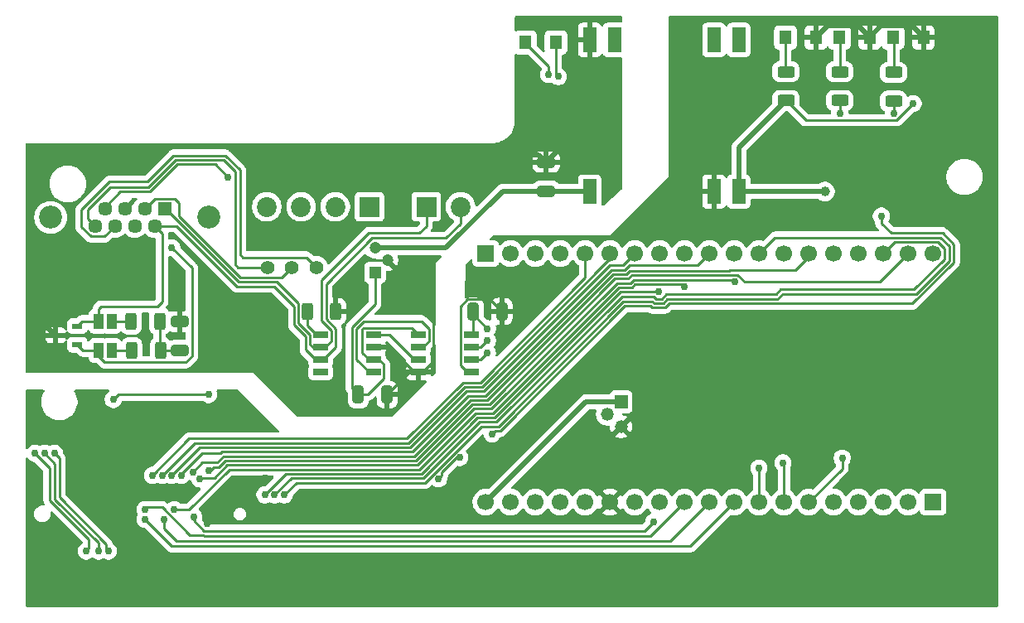
<source format=gbl>
%TF.GenerationSoftware,KiCad,Pcbnew,9.0.1*%
%TF.CreationDate,2025-08-07T18:15:33+02:00*%
%TF.ProjectId,Hauptmodul,48617570-746d-46f6-9475-6c2e6b696361,rev?*%
%TF.SameCoordinates,Original*%
%TF.FileFunction,Copper,L2,Bot*%
%TF.FilePolarity,Positive*%
%FSLAX46Y46*%
G04 Gerber Fmt 4.6, Leading zero omitted, Abs format (unit mm)*
G04 Created by KiCad (PCBNEW 9.0.1) date 2025-08-07 18:15:33*
%MOMM*%
%LPD*%
G01*
G04 APERTURE LIST*
G04 Aperture macros list*
%AMRoundRect*
0 Rectangle with rounded corners*
0 $1 Rounding radius*
0 $2 $3 $4 $5 $6 $7 $8 $9 X,Y pos of 4 corners*
0 Add a 4 corners polygon primitive as box body*
4,1,4,$2,$3,$4,$5,$6,$7,$8,$9,$2,$3,0*
0 Add four circle primitives for the rounded corners*
1,1,$1+$1,$2,$3*
1,1,$1+$1,$4,$5*
1,1,$1+$1,$6,$7*
1,1,$1+$1,$8,$9*
0 Add four rect primitives between the rounded corners*
20,1,$1+$1,$2,$3,$4,$5,0*
20,1,$1+$1,$4,$5,$6,$7,0*
20,1,$1+$1,$6,$7,$8,$9,0*
20,1,$1+$1,$8,$9,$2,$3,0*%
G04 Aperture macros list end*
%TA.AperFunction,SMDPad,CuDef*%
%ADD10RoundRect,0.250000X0.312500X0.625000X-0.312500X0.625000X-0.312500X-0.625000X0.312500X-0.625000X0*%
%TD*%
%TA.AperFunction,SMDPad,CuDef*%
%ADD11R,1.000000X1.500000*%
%TD*%
%TA.AperFunction,SMDPad,CuDef*%
%ADD12RoundRect,0.250000X0.625000X-0.312500X0.625000X0.312500X-0.625000X0.312500X-0.625000X-0.312500X0*%
%TD*%
%TA.AperFunction,SMDPad,CuDef*%
%ADD13RoundRect,0.250000X0.325000X0.650000X-0.325000X0.650000X-0.325000X-0.650000X0.325000X-0.650000X0*%
%TD*%
%TA.AperFunction,ComponentPad*%
%ADD14R,2.025000X2.025000*%
%TD*%
%TA.AperFunction,ComponentPad*%
%ADD15C,2.025000*%
%TD*%
%TA.AperFunction,ComponentPad*%
%ADD16R,1.446000X1.446000*%
%TD*%
%TA.AperFunction,ComponentPad*%
%ADD17C,1.446000*%
%TD*%
%TA.AperFunction,ComponentPad*%
%ADD18C,2.355000*%
%TD*%
%TA.AperFunction,SMDPad,CuDef*%
%ADD19R,1.300000X1.450000*%
%TD*%
%TA.AperFunction,ComponentPad*%
%ADD20R,1.700000X1.700000*%
%TD*%
%TA.AperFunction,ComponentPad*%
%ADD21C,1.700000*%
%TD*%
%TA.AperFunction,ComponentPad*%
%ADD22C,1.400000*%
%TD*%
%TA.AperFunction,SMDPad,CuDef*%
%ADD23R,1.400000X2.500000*%
%TD*%
%TA.AperFunction,SMDPad,CuDef*%
%ADD24RoundRect,0.250000X0.650000X-0.325000X0.650000X0.325000X-0.650000X0.325000X-0.650000X-0.325000X0*%
%TD*%
%TA.AperFunction,ComponentPad*%
%ADD25R,1.320000X1.320000*%
%TD*%
%TA.AperFunction,ComponentPad*%
%ADD26C,1.320000*%
%TD*%
%TA.AperFunction,ComponentPad*%
%ADD27R,1.200000X1.200000*%
%TD*%
%TA.AperFunction,ComponentPad*%
%ADD28C,1.200000*%
%TD*%
%TA.AperFunction,SMDPad,CuDef*%
%ADD29R,1.500000X0.650000*%
%TD*%
%TA.AperFunction,SMDPad,CuDef*%
%ADD30RoundRect,0.250000X-0.312500X-0.625000X0.312500X-0.625000X0.312500X0.625000X-0.312500X0.625000X0*%
%TD*%
%TA.AperFunction,SMDPad,CuDef*%
%ADD31R,1.050000X0.600000*%
%TD*%
%TA.AperFunction,ViaPad*%
%ADD32C,0.750000*%
%TD*%
%TA.AperFunction,ViaPad*%
%ADD33C,1.000000*%
%TD*%
%TA.AperFunction,Conductor*%
%ADD34C,0.500000*%
%TD*%
%TA.AperFunction,Conductor*%
%ADD35C,0.250000*%
%TD*%
G04 APERTURE END LIST*
D10*
%TO.P,R6,1*%
%TO.N,Net-(C5-Pad1)*%
X114000000Y-75500000D03*
%TO.P,R6,2*%
%TO.N,Net-(JP2-A)*%
X111075000Y-75500000D03*
%TD*%
D11*
%TO.P,JP1,1,A*%
%TO.N,Net-(JP1-A)*%
X109075000Y-78500000D03*
%TO.P,JP1,2,B*%
%TO.N,Net-(D3-CATHODE_2)*%
X107775000Y-78500000D03*
%TD*%
D12*
%TO.P,R10,1*%
%TO.N,SR26*%
X189000000Y-53000000D03*
%TO.P,R10,2*%
%TO.N,Net-(LED2-Pad2)*%
X189000000Y-50075000D03*
%TD*%
D13*
%TO.P,C6,1*%
%TO.N,GNDD*%
X148975000Y-74500000D03*
%TO.P,C6,2*%
%TO.N,+3V3D*%
X146025000Y-74500000D03*
%TD*%
D14*
%TO.P,J3,1,1*%
%TO.N,Net-(D3-CATHODE_2)*%
X141250000Y-63805000D03*
D15*
%TO.P,J3,2,2*%
%TO.N,Net-(D3-CATHODE_1)*%
X144750000Y-63805000D03*
%TD*%
D16*
%TO.P,J1,1,1*%
%TO.N,Net-(D3-CATHODE_2)*%
X114515000Y-64000000D03*
D17*
%TO.P,J1,2,2*%
%TO.N,Net-(D3-CATHODE_1)*%
X113500000Y-65780000D03*
%TO.P,J1,3,3*%
%TO.N,Daten+*%
X112485000Y-64000000D03*
%TO.P,J1,4,4*%
%TO.N,+24VF*%
X111470000Y-65780000D03*
%TO.P,J1,5,5*%
%TO.N,GNDF*%
X110450000Y-64000000D03*
%TO.P,J1,6,6*%
%TO.N,Daten-*%
X109435000Y-65780000D03*
%TO.P,J1,7,7*%
%TO.N,NOT AUS CAN Tram*%
X108420000Y-64000000D03*
%TO.P,J1,8,8*%
%TO.N,Daten 0V*%
X107405000Y-65780000D03*
D18*
%TO.P,J1,MH1,MH1*%
%TO.N,unconnected-(J1-PadMH1)*%
X119060000Y-64890000D03*
%TO.P,J1,MH2,MH2*%
%TO.N,unconnected-(J1-PadMH2)*%
X102860000Y-64890000D03*
%TD*%
D19*
%TO.P,LED2,1*%
%TO.N,GNDD*%
X192050000Y-46500000D03*
%TO.P,LED2,2*%
%TO.N,Net-(LED2-Pad2)*%
X188950000Y-46500000D03*
%TD*%
%TO.P,LED3,1*%
%TO.N,Net-(IC3-VO)*%
X151400000Y-47000000D03*
%TO.P,LED3,2*%
%TO.N,Net-(LED3-Pad2)*%
X154500000Y-47000000D03*
%TD*%
D13*
%TO.P,C4,1*%
%TO.N,GNDF*%
X137250000Y-83000000D03*
%TO.P,C4,2*%
%TO.N,+5VF*%
X134300000Y-83000000D03*
%TD*%
D19*
%TO.P,LED4,1*%
%TO.N,GNDD*%
X181050000Y-46500000D03*
%TO.P,LED4,2*%
%TO.N,Net-(LED4-Pad2)*%
X177950000Y-46500000D03*
%TD*%
D20*
%TO.P,J4,1,Pin_1*%
%TO.N,+3V3D*%
X193040000Y-93980000D03*
D21*
%TO.P,J4,2,Pin_2*%
%TO.N,unconnected-(J4-Pin_2-Pad2)*%
X190500000Y-93980000D03*
%TO.P,J4,3,Pin_3*%
%TO.N,unconnected-(J4-Pin_3-Pad3)*%
X187960000Y-93980000D03*
%TO.P,J4,4,Pin_4*%
%TO.N,unconnected-(J4-Pin_4-Pad4)*%
X185420000Y-93980000D03*
%TO.P,J4,5,Pin_5*%
%TO.N,/INT*%
X182880000Y-93980000D03*
%TO.P,J4,6,Pin_6*%
%TO.N,AI_Temp*%
X180340000Y-93980000D03*
%TO.P,J4,7,Pin_7*%
%TO.N,CAN_TX*%
X177800000Y-93980000D03*
%TO.P,J4,8,Pin_8*%
%TO.N,CAN_RX*%
X175260000Y-93980000D03*
%TO.P,J4,9,Pin_9*%
%TO.N,/GPIO_4*%
X172720000Y-93980000D03*
%TO.P,J4,10,Pin_10*%
%TO.N,/GPIO_2*%
X170180000Y-93980000D03*
%TO.P,J4,11,Pin_11*%
%TO.N,/GPIO_9*%
X167640000Y-93980000D03*
%TO.P,J4,12,Pin_12*%
%TO.N,/GPIO_8*%
X165100000Y-93980000D03*
%TO.P,J4,13,Pin_13*%
%TO.N,unconnected-(J4-Pin_13-Pad13)*%
X162560000Y-93980000D03*
%TO.P,J4,14,Pin_14*%
%TO.N,GNDD*%
X160020000Y-93980000D03*
%TO.P,J4,15,Pin_15*%
%TO.N,/GPIO_6*%
X157480000Y-93980000D03*
%TO.P,J4,16,Pin_16*%
%TO.N,unconnected-(J4-Pin_16-Pad16)*%
X154940000Y-93980000D03*
%TO.P,J4,17,Pin_17*%
%TO.N,unconnected-(J4-Pin_17-Pad17)*%
X152400000Y-93980000D03*
%TO.P,J4,18,Pin_18*%
%TO.N,unconnected-(J4-Pin_18-Pad18)*%
X149860000Y-93980000D03*
%TO.P,J4,19,Pin_19*%
%TO.N,+5VD*%
X147320000Y-93980000D03*
%TD*%
D22*
%TO.P,J6,1,1*%
%TO.N,Daten-*%
X130000000Y-70000000D03*
%TO.P,J6,2,2*%
%TO.N,Daten+*%
X127500000Y-70000000D03*
%TO.P,J6,3,3*%
%TO.N,Daten 0V*%
X125000000Y-70000000D03*
%TD*%
D20*
%TO.P,J5,1,Pin_1*%
%TO.N,unconnected-(J5-Pin_1-Pad1)*%
X147320000Y-68580000D03*
D21*
%TO.P,J5,2,Pin_2*%
%TO.N,unconnected-(J5-Pin_2-Pad2)*%
X149860000Y-68580000D03*
%TO.P,J5,3,Pin_3*%
%TO.N,unconnected-(J5-Pin_3-Pad3)*%
X152400000Y-68580000D03*
%TO.P,J5,4,Pin_4*%
%TO.N,CS_SR*%
X154940000Y-68580000D03*
%TO.P,J5,5,Pin_5*%
%TO.N,/GPIO_7*%
X157480000Y-68580000D03*
%TO.P,J5,6,Pin_6*%
%TO.N,/GPIO_5*%
X160020000Y-68580000D03*
%TO.P,J5,7,Pin_7*%
%TO.N,/GPIO_3*%
X162560000Y-68580000D03*
%TO.P,J5,8,Pin_8*%
%TO.N,/UART_TX*%
X165100000Y-68580000D03*
%TO.P,J5,9,Pin_9*%
%TO.N,/UART_RX*%
X167640000Y-68580000D03*
%TO.P,J5,10,Pin_10*%
%TO.N,/GPIO_1*%
X170180000Y-68580000D03*
%TO.P,J5,11,Pin_11*%
%TO.N,/SPI_SCK*%
X172720000Y-68580000D03*
%TO.P,J5,12,Pin_12*%
%TO.N,/SPI_CIPO*%
X175260000Y-68580000D03*
%TO.P,J5,13,Pin_13*%
%TO.N,GNDD*%
X177800000Y-68580000D03*
%TO.P,J5,14,Pin_14*%
%TO.N,/I2C_SDA*%
X180340000Y-68580000D03*
%TO.P,J5,15,Pin_15*%
%TO.N,unconnected-(J5-Pin_15-Pad15)*%
X182880000Y-68580000D03*
%TO.P,J5,16,Pin_16*%
%TO.N,unconnected-(J5-Pin_16-Pad16)*%
X185420000Y-68580000D03*
%TO.P,J5,17,Pin_17*%
%TO.N,/I2C_SCL*%
X187960000Y-68580000D03*
%TO.P,J5,18,Pin_18*%
%TO.N,/SPI_COPI*%
X190500000Y-68580000D03*
%TO.P,J5,19,Pin_19*%
%TO.N,GNDD*%
X193040000Y-68580000D03*
%TD*%
D10*
%TO.P,R2,1*%
%TO.N,GNDF*%
X132000000Y-74500000D03*
%TO.P,R2,2*%
%TO.N,Net-(IC1-RS)*%
X129075000Y-74500000D03*
%TD*%
D23*
%TO.P,PS1,1,-VIN*%
%TO.N,GNDF*%
X157960000Y-46750000D03*
%TO.P,PS1,2,CTRL*%
%TO.N,unconnected-(PS1-CTRL-Pad2)*%
X160500000Y-46750000D03*
%TO.P,PS1,6,NC_1*%
%TO.N,unconnected-(PS1-NC_1-Pad6)*%
X170660000Y-46750000D03*
%TO.P,PS1,7,NC_2*%
%TO.N,unconnected-(PS1-NC_2-Pad7)*%
X173200000Y-46750000D03*
%TO.P,PS1,8,+VOUT*%
%TO.N,+5VD*%
X173200000Y-62250000D03*
%TO.P,PS1,9,-VOUT*%
%TO.N,GNDD*%
X170660000Y-62250000D03*
%TO.P,PS1,14,+VIN*%
%TO.N,+24VF*%
X157960000Y-62250000D03*
%TD*%
D24*
%TO.P,C5,1*%
%TO.N,Net-(C5-Pad1)*%
X116075000Y-78500000D03*
%TO.P,C5,2*%
%TO.N,GNDF*%
X116075000Y-75550000D03*
%TD*%
D25*
%TO.P,IC9,1,V+*%
%TO.N,+5VD*%
X161150000Y-83725000D03*
D26*
%TO.P,IC9,2,VO*%
%TO.N,Net-(IC6-VINB-)*%
X159750000Y-85000000D03*
%TO.P,IC9,3,GND*%
%TO.N,GNDD*%
X161150000Y-86275000D03*
%TD*%
D24*
%TO.P,C3,1*%
%TO.N,+24VF*%
X153500000Y-62200000D03*
%TO.P,C3,2*%
%TO.N,GNDF*%
X153500000Y-59250000D03*
%TD*%
D27*
%TO.P,IC2,1,VOUT*%
%TO.N,+5VF*%
X136000000Y-70540000D03*
D28*
%TO.P,IC2,2,GND*%
%TO.N,GNDF*%
X137270000Y-69270000D03*
%TO.P,IC2,3,VIN*%
%TO.N,+24VF*%
X136000000Y-68000000D03*
%TD*%
D19*
%TO.P,LED1,1*%
%TO.N,GNDD*%
X186550000Y-46500000D03*
%TO.P,LED1,2*%
%TO.N,Net-(LED1-Pad2)*%
X183450000Y-46500000D03*
%TD*%
D14*
%TO.P,J2,1,1*%
%TO.N,Net-(J2-Pad1)*%
X135450000Y-63805000D03*
D15*
%TO.P,J2,2,2*%
%TO.N,Net-(IC3-VEE)*%
X131950000Y-63805000D03*
%TO.P,J2,3,3*%
%TO.N,Net-(J2-Pad3)*%
X128450000Y-63805000D03*
%TO.P,J2,4,4*%
%TO.N,unconnected-(J2-Pad4)*%
X124950000Y-63805000D03*
%TD*%
D29*
%TO.P,IC1,1,D*%
%TO.N,Net-(IC1-D)*%
X135850000Y-76900000D03*
%TO.P,IC1,2,GND*%
%TO.N,GNDF*%
X135850000Y-78170000D03*
%TO.P,IC1,3,VCC*%
%TO.N,+5VF*%
X135850000Y-79440000D03*
%TO.P,IC1,4,R*%
%TO.N,Net-(IC1-R)*%
X135850000Y-80710000D03*
%TO.P,IC1,5,VREF*%
%TO.N,unconnected-(IC1-VREF-Pad5)*%
X130450000Y-80710000D03*
%TO.P,IC1,6,CANL*%
%TO.N,Net-(D3-CATHODE_1)*%
X130450000Y-79440000D03*
%TO.P,IC1,7,CANH*%
%TO.N,Net-(D3-CATHODE_2)*%
X130450000Y-78170000D03*
%TO.P,IC1,8,RS*%
%TO.N,Net-(IC1-RS)*%
X130450000Y-76900000D03*
%TD*%
%TO.P,IC4,1,VCC1*%
%TO.N,+3V3D*%
X145850000Y-76900000D03*
%TO.P,IC4,2,OUTA*%
%TO.N,CAN_RX*%
X145850000Y-78170000D03*
%TO.P,IC4,3,INB*%
%TO.N,CAN_TX*%
X145850000Y-79440000D03*
%TO.P,IC4,4,GND1*%
%TO.N,GNDD*%
X145850000Y-80710000D03*
%TO.P,IC4,5,GND2*%
%TO.N,GNDF*%
X140450000Y-80710000D03*
%TO.P,IC4,6,OUTB*%
%TO.N,Net-(IC1-D)*%
X140450000Y-79440000D03*
%TO.P,IC4,7,INA*%
%TO.N,Net-(IC1-R)*%
X140450000Y-78170000D03*
%TO.P,IC4,8,VCC2*%
%TO.N,+5VF*%
X140450000Y-76900000D03*
%TD*%
D30*
%TO.P,R5,1*%
%TO.N,Net-(JP1-A)*%
X111150000Y-78500000D03*
%TO.P,R5,2*%
%TO.N,Net-(C5-Pad1)*%
X114075000Y-78500000D03*
%TD*%
D12*
%TO.P,R8,1*%
%TO.N,SR25*%
X183500000Y-52925000D03*
%TO.P,R8,2*%
%TO.N,Net-(LED1-Pad2)*%
X183500000Y-50000000D03*
%TD*%
D11*
%TO.P,JP2,1,A*%
%TO.N,Net-(JP2-A)*%
X109075000Y-75500000D03*
%TO.P,JP2,2,B*%
%TO.N,Net-(D3-CATHODE_1)*%
X107775000Y-75500000D03*
%TD*%
D31*
%TO.P,D3,1,CATHODE_1*%
%TO.N,Net-(D3-CATHODE_1)*%
X105575000Y-76000000D03*
%TO.P,D3,2,CATHODE_2*%
%TO.N,Net-(D3-CATHODE_2)*%
X105575000Y-77900000D03*
%TO.P,D3,3,COMMON_CATHODE*%
%TO.N,GNDF*%
X103375000Y-76950000D03*
%TD*%
D12*
%TO.P,R13,1*%
%TO.N,+5VD*%
X178000000Y-52925000D03*
%TO.P,R13,2*%
%TO.N,Net-(LED4-Pad2)*%
X178000000Y-50000000D03*
%TD*%
D32*
%TO.N,GNDF*%
X116000000Y-73750000D03*
D33*
X149250000Y-58500000D03*
X101500000Y-74500000D03*
%TO.N,GNDD*%
X108000000Y-84500000D03*
X177750000Y-59500000D03*
X176000000Y-46750000D03*
X187500000Y-77250000D03*
X164250000Y-77250000D03*
D32*
X124750000Y-91500000D03*
D33*
X176000000Y-48000000D03*
X176000000Y-45500000D03*
X180250000Y-59500000D03*
D32*
X118874656Y-96155858D03*
D33*
X138250000Y-94500000D03*
X179000000Y-59500000D03*
X152500000Y-72750000D03*
X192500000Y-83750000D03*
X176250000Y-77250000D03*
D32*
%TO.N,+3V3D*%
X147500000Y-76250000D03*
X142504514Y-91603638D03*
X144679076Y-89429076D03*
D33*
%TO.N,+5VD*%
X182000000Y-62250000D03*
D32*
X191000000Y-53250000D03*
%TO.N,NOT AUS CAN Tram*%
X121000000Y-60750000D03*
%TO.N,Net-(IC3-VO)*%
X153750000Y-50299000D03*
%TO.N,Net-(D3-CATHODE_2)*%
X115250000Y-68000000D03*
%TO.N,CAN_TX*%
X177682624Y-89965968D03*
X147500000Y-78750000D03*
%TO.N,CAN_RX*%
X147500000Y-77500000D03*
X175250000Y-90500000D03*
%TO.N,Net-(IC6-VINA+)*%
X148000000Y-87000000D03*
X187750000Y-64750000D03*
%TO.N,/SR_14*%
X108750000Y-99000000D03*
X103250000Y-89000000D03*
%TO.N,Net-(IC7-VCC)*%
X109250000Y-83500000D03*
X119000000Y-83000000D03*
%TO.N,SR25*%
X183500000Y-54250000D03*
%TO.N,SR26*%
X189000000Y-54250000D03*
%TO.N,/GPIO_9*%
X112500000Y-94750000D03*
%TO.N,/GPIO_7*%
X113250000Y-91250000D03*
%TO.N,AI_Temp*%
X183750000Y-89500000D03*
%TO.N,/INT*%
X117476633Y-95505219D03*
X164500000Y-96000000D03*
%TO.N,/GPIO_5*%
X114250000Y-91250000D03*
%TO.N,/GPIO_2*%
X114458104Y-95768766D03*
%TO.N,/SPI_COPI*%
X119000000Y-90750000D03*
%TO.N,/I2C_SCL*%
X125750000Y-93250000D03*
%TO.N,/UART_RX*%
X115500000Y-94750000D03*
X167640001Y-72000000D03*
%TO.N,/SPI_CIPO*%
X126750000Y-93250000D03*
%TO.N,/GPIO_4*%
X112500000Y-95750000D03*
%TO.N,/I2C_SDA*%
X117405331Y-90905331D03*
%TO.N,/GPIO_1*%
X116250006Y-91250000D03*
%TO.N,/UART_TX*%
X165000000Y-72500000D03*
X124750000Y-93250000D03*
%TO.N,/GPIO_3*%
X115250003Y-91250000D03*
%TO.N,/SPI_SCK*%
X118112440Y-91612440D03*
X172750000Y-71500000D03*
%TO.N,Net-(LED3-Pad2)*%
X154729139Y-50502205D03*
%TO.N,/SR_1*%
X102250005Y-89003953D03*
X107750000Y-99000000D03*
%TO.N,/SR_9*%
X101250016Y-88998682D03*
X106500000Y-99000000D03*
%TD*%
D34*
%TO.N,+24VF*%
X136000000Y-68000000D02*
X143250000Y-68000000D01*
X143250000Y-68000000D02*
X149050000Y-62200000D01*
X157910000Y-62200000D02*
X157960000Y-62250000D01*
X149050000Y-62200000D02*
X153500000Y-62200000D01*
X153500000Y-62200000D02*
X157910000Y-62200000D01*
D35*
%TO.N,GNDF*%
X116075000Y-75550000D02*
X116075000Y-73825000D01*
X116075000Y-73825000D02*
X116000000Y-73750000D01*
X137485000Y-78170000D02*
X135850000Y-78170000D01*
X140450000Y-80710000D02*
X140025000Y-80710000D01*
X139540000Y-80710000D02*
X140450000Y-80710000D01*
X141976000Y-79609000D02*
X140875000Y-80710000D01*
X140875000Y-80710000D02*
X140450000Y-80710000D01*
X132000000Y-74500000D02*
X132000000Y-71870674D01*
X137250000Y-83000000D02*
X139540000Y-80710000D01*
X132000000Y-71870674D02*
X134600674Y-69270000D01*
D34*
X149250000Y-58500000D02*
X152750000Y-58500000D01*
X101500000Y-74500000D02*
X101500000Y-75075000D01*
X152750000Y-58500000D02*
X153500000Y-59250000D01*
D35*
X140025000Y-80710000D02*
X137485000Y-78170000D01*
X141976000Y-73976000D02*
X141976000Y-79609000D01*
D34*
X157960000Y-54790000D02*
X153500000Y-59250000D01*
D35*
X137270000Y-69270000D02*
X141976000Y-73976000D01*
D34*
X101500000Y-75075000D02*
X103375000Y-76950000D01*
X157960000Y-46750000D02*
X157960000Y-54790000D01*
D35*
X134600674Y-69270000D02*
X137270000Y-69270000D01*
%TO.N,+5VF*%
X136000000Y-73750208D02*
X133647000Y-76103208D01*
X135425000Y-79440000D02*
X135850000Y-79440000D01*
X136926000Y-79926000D02*
X136440000Y-79440000D01*
X136440000Y-79440000D02*
X135850000Y-79440000D01*
X136000000Y-70540000D02*
X136000000Y-73750208D01*
X134300000Y-83000000D02*
X135287000Y-83000000D01*
X134849000Y-76174000D02*
X134699000Y-76324000D01*
X136926000Y-81361000D02*
X136926000Y-79926000D01*
X133647000Y-76103208D02*
X133647000Y-82347000D01*
X140450000Y-76900000D02*
X139724000Y-76174000D01*
X134699000Y-78714000D02*
X135425000Y-79440000D01*
X133647000Y-82347000D02*
X134300000Y-83000000D01*
X139724000Y-76174000D02*
X134849000Y-76174000D01*
X135287000Y-83000000D02*
X136926000Y-81361000D01*
X134699000Y-76324000D02*
X134699000Y-78714000D01*
%TO.N,Net-(C5-Pad1)*%
X114000000Y-78425000D02*
X114075000Y-78500000D01*
X114000000Y-75500000D02*
X114000000Y-78425000D01*
X114075000Y-78500000D02*
X116075000Y-78500000D01*
%TO.N,GNDD*%
X144750000Y-80035000D02*
X145425000Y-80710000D01*
X144750000Y-73978486D02*
X144750000Y-80035000D01*
X148975000Y-74500000D02*
X147725000Y-73250000D01*
D34*
X187726000Y-45324000D02*
X190874000Y-45324000D01*
X185374000Y-45324000D02*
X186550000Y-46500000D01*
D35*
X145476000Y-73274000D02*
X145454486Y-73274000D01*
X145454486Y-73274000D02*
X144750000Y-73978486D01*
D34*
X186550000Y-46500000D02*
X187726000Y-45324000D01*
D35*
X145425000Y-80710000D02*
X145850000Y-80710000D01*
X123530514Y-91500000D02*
X118874656Y-96155858D01*
X147725000Y-73250000D02*
X145500000Y-73250000D01*
X124750000Y-91500000D02*
X123530514Y-91500000D01*
D34*
X182226000Y-45324000D02*
X185374000Y-45324000D01*
X181050000Y-46500000D02*
X182226000Y-45324000D01*
X190874000Y-45324000D02*
X192050000Y-46500000D01*
D35*
X145500000Y-73250000D02*
X145476000Y-73274000D01*
%TO.N,+3V3D*%
X144324108Y-89429076D02*
X144679076Y-89429076D01*
X146025000Y-74775000D02*
X147500000Y-76250000D01*
X142831102Y-91277050D02*
X142831102Y-90922082D01*
X146025000Y-74500000D02*
X146025000Y-76725000D01*
X142831102Y-90922082D02*
X144324108Y-89429076D01*
X146025000Y-74500000D02*
X146025000Y-74775000D01*
X146025000Y-76725000D02*
X145850000Y-76900000D01*
X142504514Y-91603638D02*
X142831102Y-91277050D01*
%TO.N,+5VD*%
X180026000Y-54951000D02*
X178000000Y-52925000D01*
D34*
X182000000Y-62250000D02*
X173200000Y-62250000D01*
X173200000Y-63000000D02*
X173200000Y-57725000D01*
D35*
X191000000Y-53250000D02*
X189299000Y-54951000D01*
D34*
X173200000Y-57725000D02*
X178000000Y-52925000D01*
X157575000Y-83725000D02*
X147320000Y-93980000D01*
D35*
X189299000Y-54951000D02*
X180026000Y-54951000D01*
D34*
X161150000Y-83725000D02*
X157575000Y-83725000D01*
D35*
%TO.N,NOT AUS CAN Tram*%
X115791000Y-59459000D02*
X119709000Y-59459000D01*
X119709000Y-59459000D02*
X121000000Y-60750000D01*
X113000000Y-62250000D02*
X115791000Y-59459000D01*
X110000000Y-62250000D02*
X113000000Y-62250000D01*
X108420000Y-64000000D02*
X108420000Y-63830000D01*
X108420000Y-63830000D02*
X110000000Y-62250000D01*
%TO.N,Net-(IC3-VO)*%
X151400000Y-47000000D02*
X151400000Y-47075000D01*
X153750000Y-49425000D02*
X153750000Y-50299000D01*
X151400000Y-47075000D02*
X153750000Y-49425000D01*
%TO.N,Net-(D3-CATHODE_2)*%
X131526000Y-77519000D02*
X131526000Y-76421410D01*
X130875000Y-78170000D02*
X131526000Y-77519000D01*
X114737503Y-64125313D02*
X115549000Y-64936810D01*
X129670000Y-78170000D02*
X130450000Y-78170000D01*
X114515000Y-64000000D02*
X114737503Y-64000000D01*
X128186500Y-73686500D02*
X128186500Y-75686500D01*
X106175000Y-78500000D02*
X105575000Y-77900000D01*
X128186500Y-75686500D02*
X128624000Y-76124000D01*
X107775000Y-79102000D02*
X107775000Y-78500000D01*
X108374000Y-79701000D02*
X107775000Y-79102000D01*
X128624000Y-76124000D02*
X128624000Y-76136810D01*
X122089190Y-71477000D02*
X125977000Y-71477000D01*
X128624000Y-76136810D02*
X129374000Y-76886810D01*
X130550000Y-71313604D02*
X135363604Y-66500000D01*
X115250000Y-68000000D02*
X117301000Y-70051000D01*
X114737503Y-64000000D02*
X114737503Y-64125313D01*
X117301000Y-70051000D02*
X117301000Y-79070514D01*
X129374000Y-76886810D02*
X129374000Y-77874000D01*
X131526000Y-76421410D02*
X130550000Y-75445410D01*
X129374000Y-77874000D02*
X129670000Y-78170000D01*
X116670514Y-79701000D02*
X108374000Y-79701000D01*
X135363604Y-66500000D02*
X140500000Y-66500000D01*
X115549000Y-64936810D02*
X122089190Y-71477000D01*
X107775000Y-78500000D02*
X106175000Y-78500000D01*
X125977000Y-71477000D02*
X128186500Y-73686500D01*
X130450000Y-78170000D02*
X130875000Y-78170000D01*
X117301000Y-79070514D02*
X116670514Y-79701000D01*
X141250000Y-65750000D02*
X141250000Y-63805000D01*
X130550000Y-75445410D02*
X130550000Y-71313604D01*
X140500000Y-66500000D02*
X141250000Y-65750000D01*
%TO.N,Net-(D3-CATHODE_1)*%
X113500000Y-65780000D02*
X114250000Y-66530000D01*
X114250000Y-66530000D02*
X114250000Y-73500000D01*
X135690438Y-67000000D02*
X143250000Y-67000000D01*
X113750000Y-74000000D02*
X108000000Y-74000000D01*
X130450000Y-79440000D02*
X130734514Y-79440000D01*
X108000000Y-74000000D02*
X107775000Y-74225000D01*
X115754380Y-65780000D02*
X121902380Y-71928000D01*
X132000000Y-76259014D02*
X131000000Y-75259014D01*
X107775000Y-74225000D02*
X107775000Y-75500000D01*
X121902380Y-71928000D02*
X125678000Y-71928000D01*
X132000000Y-78174514D02*
X132000000Y-76259014D01*
X130734514Y-79440000D02*
X132000000Y-78174514D01*
X128173000Y-76310810D02*
X128173000Y-76323620D01*
X128173000Y-76323620D02*
X128923000Y-77073620D01*
X131000000Y-71690438D02*
X135690438Y-67000000D01*
X128923000Y-77073620D02*
X128923000Y-78423000D01*
X131000000Y-75259014D02*
X131000000Y-71690438D01*
X106075000Y-75500000D02*
X105575000Y-76000000D01*
X127735500Y-73985500D02*
X127735500Y-75873310D01*
X107775000Y-75500000D02*
X106075000Y-75500000D01*
X113500000Y-65780000D02*
X115754380Y-65780000D01*
X129940000Y-79440000D02*
X130450000Y-79440000D01*
X143250000Y-67000000D02*
X144750000Y-65500000D01*
X114250000Y-73500000D02*
X113750000Y-74000000D01*
X125678000Y-71928000D02*
X127735500Y-73985500D01*
X127735500Y-75873310D02*
X128173000Y-76310810D01*
X128923000Y-78423000D02*
X129940000Y-79440000D01*
X144750000Y-65500000D02*
X144750000Y-63805000D01*
%TO.N,Net-(IC1-R)*%
X134886604Y-75500000D02*
X134098000Y-76288604D01*
X141526000Y-76276000D02*
X140750000Y-75500000D01*
X140875000Y-78170000D02*
X141526000Y-77519000D01*
X140750000Y-75500000D02*
X134886604Y-75500000D01*
X141526000Y-77519000D02*
X141526000Y-76276000D01*
X134098000Y-79383000D02*
X135425000Y-80710000D01*
X134098000Y-76288604D02*
X134098000Y-79383000D01*
X135425000Y-80710000D02*
X135850000Y-80710000D01*
X140450000Y-78170000D02*
X140875000Y-78170000D01*
%TO.N,Net-(IC1-D)*%
X140025000Y-79440000D02*
X137485000Y-76900000D01*
X140450000Y-79440000D02*
X140025000Y-79440000D01*
X137485000Y-76900000D02*
X135850000Y-76900000D01*
%TO.N,Net-(IC1-RS)*%
X130450000Y-76900000D02*
X130025000Y-76900000D01*
X130025000Y-76900000D02*
X129075000Y-75950000D01*
X129075000Y-75950000D02*
X129075000Y-74500000D01*
%TO.N,CAN_TX*%
X177800000Y-93980000D02*
X177800000Y-90083344D01*
X177800000Y-90083344D02*
X177682624Y-89965968D01*
X146810000Y-79440000D02*
X147500000Y-78750000D01*
X145850000Y-79440000D02*
X146810000Y-79440000D01*
%TO.N,CAN_RX*%
X175260000Y-90510000D02*
X175250000Y-90500000D01*
X145850000Y-78170000D02*
X146830000Y-78170000D01*
X146830000Y-78170000D02*
X147500000Y-77500000D01*
X175260000Y-93980000D02*
X175260000Y-90510000D01*
%TO.N,Net-(IC6-VINA+)*%
X148801598Y-86703000D02*
X161553598Y-73951000D01*
X148297000Y-86703000D02*
X148000000Y-87000000D01*
X195151000Y-67651000D02*
X194000000Y-66500000D01*
X195151000Y-69488224D02*
X195151000Y-67651000D01*
X188750000Y-66500000D02*
X187750000Y-65500000D01*
X148801598Y-86703000D02*
X148297000Y-86703000D01*
X166064570Y-73701000D02*
X190938224Y-73701000D01*
X165663570Y-74102000D02*
X166064570Y-73701000D01*
X190938224Y-73701000D02*
X195151000Y-69488224D01*
X161553598Y-73951000D02*
X164185430Y-73951000D01*
X164185430Y-73951000D02*
X164336430Y-74102000D01*
X187750000Y-65500000D02*
X187750000Y-64750000D01*
X194000000Y-66500000D02*
X188750000Y-66500000D01*
X164336430Y-74102000D02*
X165663570Y-74102000D01*
%TO.N,/SR_14*%
X108556383Y-98306383D02*
X103749407Y-93499407D01*
X103749407Y-93499407D02*
X103749407Y-89499407D01*
X103749407Y-89499407D02*
X103250000Y-89000000D01*
X108556383Y-98806383D02*
X108556383Y-98306383D01*
X108750000Y-99000000D02*
X108556383Y-98806383D01*
%TO.N,Net-(IC7-VCC)*%
X119000000Y-83000000D02*
X109750000Y-83000000D01*
X109750000Y-83000000D02*
X109250000Y-83500000D01*
%TO.N,SR25*%
X183500000Y-54250000D02*
X183500000Y-52925000D01*
%TO.N,SR26*%
X189000000Y-54250000D02*
X189000000Y-53000000D01*
%TO.N,Daten 0V*%
X112813190Y-61799000D02*
X108951000Y-61799000D01*
X108951000Y-61799000D02*
X106682000Y-64068000D01*
X125000000Y-70000000D02*
X122000000Y-70000000D01*
X115604190Y-59008000D02*
X112813190Y-61799000D01*
X106682000Y-65057000D02*
X107405000Y-65780000D01*
X122000000Y-70000000D02*
X121701000Y-69701000D01*
X121701000Y-69701000D02*
X121701000Y-60205318D01*
X120503682Y-59008000D02*
X115604190Y-59008000D01*
X121701000Y-60205318D02*
X120503682Y-59008000D01*
X106682000Y-64068000D02*
X106682000Y-65057000D01*
%TO.N,Daten-*%
X108863604Y-61250000D02*
X106000000Y-64113604D01*
X122200000Y-60067922D02*
X120690078Y-58558000D01*
X122474000Y-68974000D02*
X122200000Y-68700000D01*
X106000000Y-64113604D02*
X106000000Y-65858511D01*
X115417794Y-58558000D02*
X112725794Y-61250000D01*
X120690078Y-58558000D02*
X115417794Y-58558000D01*
X130000000Y-70000000D02*
X128974000Y-68974000D01*
X108386000Y-66829000D02*
X109435000Y-65780000D01*
X112725794Y-61250000D02*
X108863604Y-61250000D01*
X128974000Y-68974000D02*
X122474000Y-68974000D01*
X106000000Y-65858511D02*
X106970489Y-66829000D01*
X106970489Y-66829000D02*
X108386000Y-66829000D01*
X122200000Y-68700000D02*
X122200000Y-60067922D01*
%TO.N,Daten+*%
X115507500Y-62951000D02*
X116000000Y-63443500D01*
X116000000Y-63443500D02*
X116000000Y-64750000D01*
X122276000Y-71026000D02*
X126474000Y-71026000D01*
X113534000Y-62951000D02*
X115507500Y-62951000D01*
X126474000Y-71026000D02*
X127500000Y-70000000D01*
X116000000Y-64750000D02*
X122276000Y-71026000D01*
X112485000Y-64000000D02*
X113534000Y-62951000D01*
%TO.N,/GPIO_9*%
X117104432Y-97354432D02*
X118468036Y-97354432D01*
X114250000Y-94500000D02*
X117104432Y-97354432D01*
X164170000Y-97450000D02*
X167640000Y-93980000D01*
X118468036Y-97354432D02*
X118563604Y-97450000D01*
X112750000Y-94500000D02*
X114250000Y-94500000D01*
X112500000Y-94750000D02*
X112750000Y-94500000D01*
X118563604Y-97450000D02*
X164170000Y-97450000D01*
%TO.N,/GPIO_7*%
X146750000Y-81750000D02*
X157480000Y-71020000D01*
X157480000Y-71020000D02*
X157480000Y-68580000D01*
X139250000Y-87500000D02*
X145000000Y-81750000D01*
X117000000Y-87500000D02*
X139250000Y-87500000D01*
X113250000Y-91250000D02*
X117000000Y-87500000D01*
X145000000Y-81750000D02*
X146750000Y-81750000D01*
%TO.N,AI_Temp*%
X183750000Y-90570000D02*
X180340000Y-93980000D01*
X183750000Y-89500000D02*
X183750000Y-90570000D01*
%TO.N,/INT*%
X117476633Y-95840237D02*
X118540828Y-96904432D01*
X163595568Y-96904432D02*
X164500000Y-96000000D01*
X118540828Y-96904432D02*
X163595568Y-96904432D01*
X117476633Y-95505219D02*
X117476633Y-95840237D01*
%TO.N,/GPIO_5*%
X139436810Y-87951000D02*
X145186810Y-82201000D01*
X145186810Y-82201000D02*
X146936810Y-82201000D01*
X114250000Y-91250000D02*
X117549000Y-87951000D01*
X146936810Y-82201000D02*
X160020000Y-69117810D01*
X160020000Y-69117810D02*
X160020000Y-68580000D01*
X117549000Y-87951000D02*
X139436810Y-87951000D01*
%TO.N,/GPIO_2*%
X115750000Y-98000000D02*
X114458104Y-96708104D01*
X114458104Y-96708104D02*
X114458104Y-95768766D01*
X166160000Y-98000000D02*
X170180000Y-93980000D01*
X115750000Y-98000000D02*
X166160000Y-98000000D01*
%TO.N,/SPI_COPI*%
X172439339Y-70750000D02*
X173060661Y-70750000D01*
X160533394Y-71150000D02*
X161899188Y-71150000D01*
X147682394Y-84001000D02*
X160533394Y-71150000D01*
X173810661Y-71500000D02*
X187580000Y-71500000D01*
X187580000Y-71500000D02*
X190500000Y-68580000D01*
X140182394Y-89751000D02*
X145932394Y-84001000D01*
X120726208Y-89751000D02*
X140182394Y-89751000D01*
X119000000Y-90750000D02*
X119169604Y-90750000D01*
X173060661Y-70750000D02*
X173810661Y-71500000D01*
X120072208Y-90405000D02*
X120726208Y-89751000D01*
X162249188Y-70800000D02*
X172389339Y-70800000D01*
X161899188Y-71150000D02*
X162249188Y-70800000D01*
X172389339Y-70800000D02*
X172439339Y-70750000D01*
X145932394Y-84001000D02*
X147682394Y-84001000D01*
X119514604Y-90405000D02*
X120072208Y-90405000D01*
X119169604Y-90750000D02*
X119514604Y-90405000D01*
%TO.N,/I2C_SCL*%
X193527116Y-67404000D02*
X194216000Y-68092884D01*
X189136000Y-67404000D02*
X193527116Y-67404000D01*
X161279392Y-72951000D02*
X148428392Y-85802000D01*
X187960000Y-68580000D02*
X189136000Y-67404000D01*
X165290364Y-73201000D02*
X164709636Y-73201000D01*
X140928392Y-91552000D02*
X127448000Y-91552000D01*
X177026208Y-72701000D02*
X165790364Y-72701000D01*
X194216000Y-68092884D02*
X194216000Y-69149018D01*
X191113018Y-72252000D02*
X177475208Y-72252000D01*
X177475208Y-72252000D02*
X177026208Y-72701000D01*
X148428392Y-85802000D02*
X146678392Y-85802000D01*
X194216000Y-69149018D02*
X191113018Y-72252000D01*
X164709636Y-73201000D02*
X164459636Y-72951000D01*
X127448000Y-91552000D02*
X125750000Y-93250000D01*
X164459636Y-72951000D02*
X161279392Y-72951000D01*
X146678392Y-85802000D02*
X140928392Y-91552000D01*
X165790364Y-72701000D02*
X165290364Y-73201000D01*
%TO.N,/UART_RX*%
X148055186Y-84901000D02*
X160906186Y-72050000D01*
X115500000Y-94750000D02*
X117000000Y-94750000D01*
X146305186Y-84901000D02*
X148055186Y-84901000D01*
X167390001Y-71750000D02*
X167640001Y-72000000D01*
X140555186Y-90651000D02*
X146305186Y-84901000D01*
X162571980Y-71750000D02*
X167390001Y-71750000D01*
X162271980Y-72050000D02*
X162571980Y-71750000D01*
X117000000Y-94750000D02*
X121099000Y-90651000D01*
X121099000Y-90651000D02*
X140555186Y-90651000D01*
X160906186Y-72050000D02*
X162271980Y-72050000D01*
%TO.N,/SPI_CIPO*%
X142381102Y-90735686D02*
X142381102Y-90737100D01*
X142381102Y-90737100D02*
X141118202Y-92000000D01*
X193816604Y-66953000D02*
X194701000Y-67837396D01*
X161366788Y-73500000D02*
X148614788Y-86252000D01*
X176887000Y-66953000D02*
X193816604Y-66953000D01*
X194701000Y-69300414D02*
X191299414Y-72702000D01*
X141116788Y-92000000D02*
X141114788Y-92002000D01*
X194701000Y-67837396D02*
X194701000Y-69300414D01*
X146864788Y-86252000D02*
X142381102Y-90735686D01*
X164372240Y-73500000D02*
X161366788Y-73500000D01*
X141114788Y-92002000D02*
X127998000Y-92002000D01*
X127998000Y-92002000D02*
X126750000Y-93250000D01*
X165476760Y-73651000D02*
X164523240Y-73651000D01*
X165877760Y-73250000D02*
X165476760Y-73651000D01*
X175260000Y-68580000D02*
X176887000Y-66953000D01*
X177661604Y-72702000D02*
X177113604Y-73250000D01*
X177113604Y-73250000D02*
X165877760Y-73250000D01*
X191299414Y-72702000D02*
X177661604Y-72702000D01*
X164523240Y-73651000D02*
X164372240Y-73500000D01*
X148614788Y-86252000D02*
X146864788Y-86252000D01*
X141118202Y-92000000D02*
X141116788Y-92000000D01*
%TO.N,/GPIO_4*%
X115250000Y-98500000D02*
X168200000Y-98500000D01*
X115250000Y-98500000D02*
X112500000Y-95750000D01*
X168200000Y-98500000D02*
X172720000Y-93980000D01*
%TO.N,/I2C_SDA*%
X120539812Y-89301000D02*
X139995998Y-89301000D01*
X160346998Y-70700000D02*
X161712792Y-70700000D01*
X145745998Y-83551000D02*
X147495998Y-83551000D01*
X147495998Y-83551000D02*
X160346998Y-70700000D01*
X172202943Y-70350000D02*
X172252943Y-70300000D01*
X180340000Y-68910000D02*
X180340000Y-68580000D01*
X117405331Y-90905331D02*
X118355662Y-89955000D01*
X118355662Y-89955000D02*
X119885812Y-89955000D01*
X161712792Y-70700000D02*
X162062792Y-70350000D01*
X172252943Y-70300000D02*
X178950000Y-70300000D01*
X162062792Y-70350000D02*
X172202943Y-70350000D01*
X178950000Y-70300000D02*
X180340000Y-68910000D01*
X139995998Y-89301000D02*
X145745998Y-83551000D01*
X119885812Y-89955000D02*
X120539812Y-89301000D01*
%TO.N,/GPIO_1*%
X118321212Y-89000000D02*
X120201588Y-89000000D01*
X161526396Y-70250000D02*
X162020396Y-69756000D01*
X169004000Y-69756000D02*
X170180000Y-68580000D01*
X116250006Y-91071206D02*
X118321212Y-89000000D01*
X162020396Y-69756000D02*
X169004000Y-69756000D01*
X116250006Y-91250000D02*
X116250006Y-91071206D01*
X120201588Y-89000000D02*
X120350588Y-88851000D01*
X145559602Y-83101000D02*
X147309602Y-83101000D01*
X120350588Y-88851000D02*
X139809602Y-88851000D01*
X139809602Y-88851000D02*
X145559602Y-83101000D01*
X160160602Y-70250000D02*
X161526396Y-70250000D01*
X147309602Y-83101000D02*
X160160602Y-70250000D01*
%TO.N,/UART_TX*%
X146491582Y-85351000D02*
X148241582Y-85351000D01*
X124750000Y-93250000D02*
X126899000Y-91101000D01*
X148241582Y-85351000D02*
X161092582Y-72500000D01*
X161092582Y-72500000D02*
X165000000Y-72500000D01*
X140741582Y-91101000D02*
X146491582Y-85351000D01*
X126899000Y-91101000D02*
X140741582Y-91101000D01*
%TO.N,/GPIO_3*%
X120160363Y-88402000D02*
X120161364Y-88401000D01*
X145373206Y-82651000D02*
X147123206Y-82651000D01*
X118098003Y-88402000D02*
X120160363Y-88402000D01*
X120161364Y-88401000D02*
X139623206Y-88401000D01*
X161340000Y-69800000D02*
X162560000Y-68580000D01*
X159974206Y-69800000D02*
X161340000Y-69800000D01*
X139623206Y-88401000D02*
X145373206Y-82651000D01*
X115250003Y-91250000D02*
X118098003Y-88402000D01*
X147123206Y-82651000D02*
X159974206Y-69800000D01*
%TO.N,/SPI_SCK*%
X140368790Y-90201000D02*
X146118790Y-84451000D01*
X147868790Y-84451000D02*
X160719790Y-71600000D01*
X160719790Y-71600000D02*
X162085584Y-71600000D01*
X146118790Y-84451000D02*
X147868790Y-84451000D01*
X162085584Y-71600000D02*
X162435584Y-71250000D01*
X119613604Y-91500000D02*
X120912604Y-90201000D01*
X120912604Y-90201000D02*
X140368790Y-90201000D01*
X162435584Y-71250000D02*
X172500000Y-71250000D01*
X118112440Y-91612440D02*
X118224880Y-91500000D01*
X172500000Y-71250000D02*
X172750000Y-71500000D01*
X118224880Y-91500000D02*
X119613604Y-91500000D01*
%TO.N,Net-(JP1-A)*%
X109075000Y-78500000D02*
X111150000Y-78500000D01*
%TO.N,Net-(LED1-Pad2)*%
X183500000Y-46550000D02*
X183450000Y-46500000D01*
X183500000Y-50000000D02*
X183500000Y-46550000D01*
%TO.N,Net-(LED2-Pad2)*%
X189000000Y-46550000D02*
X188950000Y-46500000D01*
X189000000Y-50075000D02*
X189000000Y-46550000D01*
%TO.N,Net-(LED3-Pad2)*%
X154500000Y-47000000D02*
X154500000Y-50273066D01*
X154500000Y-50273066D02*
X154729139Y-50502205D01*
%TO.N,Net-(LED4-Pad2)*%
X178000000Y-49750000D02*
X177950000Y-49700000D01*
X177950000Y-49700000D02*
X177950000Y-46500000D01*
X178000000Y-50000000D02*
X178000000Y-49750000D01*
%TO.N,/SR_1*%
X107750000Y-99000000D02*
X107750000Y-98137810D01*
X103298407Y-93686217D02*
X103298407Y-90050379D01*
X107750000Y-98137810D02*
X103298407Y-93686217D01*
X102251981Y-89003953D02*
X102250005Y-89003953D01*
X103298407Y-90050379D02*
X102251981Y-89003953D01*
%TO.N,/SR_9*%
X106500000Y-99000000D02*
X106750000Y-98750000D01*
X106750000Y-97774206D02*
X102848407Y-93872613D01*
X102750000Y-93774206D02*
X102750000Y-90498666D01*
X102848407Y-93872613D02*
X102750000Y-93774206D01*
X106750000Y-98750000D02*
X106750000Y-97774206D01*
X102750000Y-90498666D02*
X101250016Y-88998682D01*
%TO.N,Net-(JP2-A)*%
X109075000Y-75500000D02*
X111075000Y-75500000D01*
%TD*%
%TA.AperFunction,Conductor*%
%TO.N,GNDD*%
G36*
X199642539Y-44320185D02*
G01*
X199688294Y-44372989D01*
X199699500Y-44424500D01*
X199699500Y-104575500D01*
X199679815Y-104642539D01*
X199627011Y-104688294D01*
X199575500Y-104699500D01*
X100424500Y-104699500D01*
X100357461Y-104679815D01*
X100311706Y-104627011D01*
X100300500Y-104575500D01*
X100300500Y-89562263D01*
X100320185Y-89495224D01*
X100372989Y-89449469D01*
X100442147Y-89439525D01*
X100505703Y-89468550D01*
X100527602Y-89493372D01*
X100569970Y-89556780D01*
X100569973Y-89556784D01*
X100691913Y-89678724D01*
X100691917Y-89678727D01*
X100835304Y-89774536D01*
X100835317Y-89774543D01*
X100944957Y-89819957D01*
X100994642Y-89840537D01*
X101163782Y-89874181D01*
X101163785Y-89874182D01*
X101163787Y-89874182D01*
X101189564Y-89874182D01*
X101256603Y-89893867D01*
X101277245Y-89910501D01*
X102088181Y-90721437D01*
X102121666Y-90782760D01*
X102124500Y-90809118D01*
X102124500Y-93835817D01*
X102126982Y-93848296D01*
X102126986Y-93848315D01*
X102127613Y-93851463D01*
X102148537Y-93956658D01*
X102160387Y-93985265D01*
X102163815Y-93993542D01*
X102163817Y-93993548D01*
X102195686Y-94070489D01*
X102195688Y-94070492D01*
X102209963Y-94091855D01*
X102209964Y-94091857D01*
X102261530Y-94169030D01*
X102282408Y-94235707D01*
X102263924Y-94303087D01*
X102211945Y-94349778D01*
X102142975Y-94360954D01*
X102134238Y-94359539D01*
X102107826Y-94354285D01*
X102083767Y-94349500D01*
X101916233Y-94349500D01*
X101916228Y-94349500D01*
X101751925Y-94382182D01*
X101751917Y-94382184D01*
X101597139Y-94446295D01*
X101457837Y-94539373D01*
X101339373Y-94657837D01*
X101246295Y-94797139D01*
X101182184Y-94951917D01*
X101182182Y-94951925D01*
X101149500Y-95116228D01*
X101149500Y-95283771D01*
X101182182Y-95448074D01*
X101182184Y-95448082D01*
X101246295Y-95602860D01*
X101339373Y-95742162D01*
X101457837Y-95860626D01*
X101537367Y-95913766D01*
X101597137Y-95953703D01*
X101751918Y-96017816D01*
X101916228Y-96050499D01*
X101916232Y-96050500D01*
X101916233Y-96050500D01*
X102083768Y-96050500D01*
X102083769Y-96050499D01*
X102248082Y-96017816D01*
X102402863Y-95953703D01*
X102542162Y-95860626D01*
X102660626Y-95742162D01*
X102753703Y-95602863D01*
X102817816Y-95448082D01*
X102850500Y-95283767D01*
X102850500Y-95116233D01*
X102841619Y-95071585D01*
X102847846Y-95001995D01*
X102890708Y-94946817D01*
X102956598Y-94923572D01*
X103024595Y-94939639D01*
X103050917Y-94959713D01*
X106088181Y-97996977D01*
X106102884Y-98023904D01*
X106119477Y-98049723D01*
X106120368Y-98055923D01*
X106121666Y-98058300D01*
X106124500Y-98084658D01*
X106124500Y-98131666D01*
X106104815Y-98198705D01*
X106069391Y-98234768D01*
X105941901Y-98319954D01*
X105941897Y-98319957D01*
X105819957Y-98441897D01*
X105819954Y-98441901D01*
X105724145Y-98585288D01*
X105724138Y-98585301D01*
X105658146Y-98744621D01*
X105658143Y-98744633D01*
X105624500Y-98913766D01*
X105624500Y-99086233D01*
X105658143Y-99255366D01*
X105658146Y-99255378D01*
X105724138Y-99414698D01*
X105724145Y-99414711D01*
X105819954Y-99558098D01*
X105819957Y-99558102D01*
X105941897Y-99680042D01*
X105941901Y-99680045D01*
X106085288Y-99775854D01*
X106085301Y-99775861D01*
X106244621Y-99841853D01*
X106244626Y-99841855D01*
X106413766Y-99875499D01*
X106413769Y-99875500D01*
X106413771Y-99875500D01*
X106586231Y-99875500D01*
X106586232Y-99875499D01*
X106755374Y-99841855D01*
X106914705Y-99775858D01*
X107056109Y-99681375D01*
X107122786Y-99660497D01*
X107190167Y-99678981D01*
X107193891Y-99681375D01*
X107335288Y-99775854D01*
X107335301Y-99775861D01*
X107494621Y-99841853D01*
X107494626Y-99841855D01*
X107663766Y-99875499D01*
X107663769Y-99875500D01*
X107663771Y-99875500D01*
X107836231Y-99875500D01*
X107836232Y-99875499D01*
X108005374Y-99841855D01*
X108164705Y-99775858D01*
X108181109Y-99764897D01*
X108247783Y-99744018D01*
X108315164Y-99762501D01*
X108318852Y-99764871D01*
X108335295Y-99775858D01*
X108335297Y-99775859D01*
X108335299Y-99775860D01*
X108494621Y-99841853D01*
X108494626Y-99841855D01*
X108663766Y-99875499D01*
X108663769Y-99875500D01*
X108663771Y-99875500D01*
X108836231Y-99875500D01*
X108836232Y-99875499D01*
X109005374Y-99841855D01*
X109164705Y-99775858D01*
X109308099Y-99680045D01*
X109430045Y-99558099D01*
X109525858Y-99414705D01*
X109591855Y-99255374D01*
X109625500Y-99086229D01*
X109625500Y-98913771D01*
X109625500Y-98913768D01*
X109625499Y-98913766D01*
X109591856Y-98744633D01*
X109591855Y-98744626D01*
X109591853Y-98744621D01*
X109525861Y-98585301D01*
X109525854Y-98585288D01*
X109430045Y-98441901D01*
X109430042Y-98441897D01*
X109308101Y-98319956D01*
X109281989Y-98302509D01*
X109222487Y-98262751D01*
X109177683Y-98209141D01*
X109169764Y-98183849D01*
X109157846Y-98123932D01*
X109110695Y-98010098D01*
X109042241Y-97907650D01*
X109042238Y-97907646D01*
X104411226Y-93276634D01*
X104377741Y-93215311D01*
X104374907Y-93188953D01*
X104374907Y-89437805D01*
X104374905Y-89437789D01*
X104374859Y-89437559D01*
X104374858Y-89437556D01*
X104374045Y-89433469D01*
X104357894Y-89352267D01*
X104350870Y-89316955D01*
X104329408Y-89265142D01*
X104303719Y-89203121D01*
X104266410Y-89147286D01*
X104235265Y-89100674D01*
X104235263Y-89100671D01*
X104161819Y-89027227D01*
X104128334Y-88965904D01*
X104125500Y-88939546D01*
X104125500Y-88913768D01*
X104125499Y-88913766D01*
X104106839Y-88819955D01*
X104091855Y-88744626D01*
X104091309Y-88743308D01*
X104025861Y-88585301D01*
X104025854Y-88585288D01*
X103930045Y-88441901D01*
X103930042Y-88441897D01*
X103808102Y-88319957D01*
X103808098Y-88319954D01*
X103664711Y-88224145D01*
X103664698Y-88224138D01*
X103505378Y-88158146D01*
X103505366Y-88158143D01*
X103336232Y-88124500D01*
X103336229Y-88124500D01*
X103163771Y-88124500D01*
X103163768Y-88124500D01*
X102994633Y-88158143D01*
X102994621Y-88158146D01*
X102835296Y-88224140D01*
X102815932Y-88237079D01*
X102749254Y-88257955D01*
X102681874Y-88239469D01*
X102678152Y-88237076D01*
X102664718Y-88228099D01*
X102664703Y-88228091D01*
X102505383Y-88162099D01*
X102505371Y-88162096D01*
X102336237Y-88128453D01*
X102336234Y-88128453D01*
X102163776Y-88128453D01*
X102163773Y-88128453D01*
X101994638Y-88162096D01*
X101994626Y-88162099D01*
X101835301Y-88228093D01*
X101835298Y-88228095D01*
X101822840Y-88236419D01*
X101756162Y-88257294D01*
X101688782Y-88238806D01*
X101685064Y-88236417D01*
X101664721Y-88222824D01*
X101664719Y-88222823D01*
X101664716Y-88222821D01*
X101505394Y-88156828D01*
X101505382Y-88156825D01*
X101336248Y-88123182D01*
X101336245Y-88123182D01*
X101163787Y-88123182D01*
X101163784Y-88123182D01*
X100994649Y-88156825D01*
X100994637Y-88156828D01*
X100835317Y-88222820D01*
X100835304Y-88222827D01*
X100691917Y-88318636D01*
X100691913Y-88318639D01*
X100569973Y-88440579D01*
X100527602Y-88503992D01*
X100473989Y-88548796D01*
X100404664Y-88557503D01*
X100341637Y-88527348D01*
X100304918Y-88467905D01*
X100300500Y-88435100D01*
X100300500Y-82624000D01*
X100320185Y-82556961D01*
X100372989Y-82511206D01*
X100424500Y-82500000D01*
X102125207Y-82500000D01*
X102192246Y-82519685D01*
X102238001Y-82572489D01*
X102247945Y-82641647D01*
X102223583Y-82699486D01*
X102208067Y-82719706D01*
X102086777Y-82929785D01*
X102086773Y-82929794D01*
X101993947Y-83153895D01*
X101931161Y-83388214D01*
X101899500Y-83628711D01*
X101899500Y-83871288D01*
X101924093Y-84058099D01*
X101931162Y-84111789D01*
X101949451Y-84180045D01*
X101993947Y-84346104D01*
X102055699Y-84495185D01*
X102086776Y-84570212D01*
X102208064Y-84780289D01*
X102208066Y-84780292D01*
X102208067Y-84780293D01*
X102355733Y-84972736D01*
X102355739Y-84972743D01*
X102527256Y-85144260D01*
X102527262Y-85144265D01*
X102719711Y-85291936D01*
X102929788Y-85413224D01*
X103153900Y-85506054D01*
X103388211Y-85568838D01*
X103568586Y-85592584D01*
X103628711Y-85600500D01*
X103628712Y-85600500D01*
X103871289Y-85600500D01*
X103919388Y-85594167D01*
X104111789Y-85568838D01*
X104346100Y-85506054D01*
X104570212Y-85413224D01*
X104780289Y-85291936D01*
X104972738Y-85144265D01*
X105144265Y-84972738D01*
X105291936Y-84780289D01*
X105413224Y-84570212D01*
X105506054Y-84346100D01*
X105568838Y-84111789D01*
X105600500Y-83871288D01*
X105600500Y-83628712D01*
X105568838Y-83388211D01*
X105506054Y-83153900D01*
X105413224Y-82929788D01*
X105291936Y-82719711D01*
X105276417Y-82699486D01*
X105251223Y-82634317D01*
X105265261Y-82565872D01*
X105314075Y-82515883D01*
X105374793Y-82500000D01*
X108761973Y-82500000D01*
X108829012Y-82519685D01*
X108874767Y-82572489D01*
X108884711Y-82641647D01*
X108855686Y-82705203D01*
X108830864Y-82727102D01*
X108691901Y-82819954D01*
X108691897Y-82819957D01*
X108569957Y-82941897D01*
X108569954Y-82941901D01*
X108474145Y-83085288D01*
X108474138Y-83085301D01*
X108408146Y-83244621D01*
X108408143Y-83244633D01*
X108374500Y-83413766D01*
X108374500Y-83586233D01*
X108408143Y-83755366D01*
X108408146Y-83755378D01*
X108474138Y-83914698D01*
X108474145Y-83914711D01*
X108569954Y-84058098D01*
X108569957Y-84058102D01*
X108691897Y-84180042D01*
X108691901Y-84180045D01*
X108835288Y-84275854D01*
X108835301Y-84275861D01*
X108994621Y-84341853D01*
X108994626Y-84341855D01*
X109163766Y-84375499D01*
X109163769Y-84375500D01*
X109163771Y-84375500D01*
X109336231Y-84375500D01*
X109336232Y-84375499D01*
X109505374Y-84341855D01*
X109664705Y-84275858D01*
X109808099Y-84180045D01*
X109930045Y-84058099D01*
X110025858Y-83914705D01*
X110091855Y-83755374D01*
X110097836Y-83725308D01*
X110130221Y-83663397D01*
X110190937Y-83628823D01*
X110219453Y-83625500D01*
X118335993Y-83625500D01*
X118403032Y-83645185D01*
X118423674Y-83661819D01*
X118441897Y-83680042D01*
X118441901Y-83680045D01*
X118585288Y-83775854D01*
X118585301Y-83775861D01*
X118744621Y-83841853D01*
X118744626Y-83841855D01*
X118892596Y-83871288D01*
X118913766Y-83875499D01*
X118913769Y-83875500D01*
X118913771Y-83875500D01*
X119086231Y-83875500D01*
X119086232Y-83875499D01*
X119255374Y-83841855D01*
X119414705Y-83775858D01*
X119558099Y-83680045D01*
X119680045Y-83558099D01*
X119775858Y-83414705D01*
X119782476Y-83398729D01*
X119841853Y-83255378D01*
X119841855Y-83255374D01*
X119875500Y-83086229D01*
X119875500Y-82913771D01*
X119875500Y-82913768D01*
X119875499Y-82913766D01*
X119857379Y-82822671D01*
X119841855Y-82744626D01*
X119841853Y-82744621D01*
X119811546Y-82671452D01*
X119804077Y-82601983D01*
X119835352Y-82539504D01*
X119895442Y-82503852D01*
X119926107Y-82500000D01*
X121948638Y-82500000D01*
X122015677Y-82519685D01*
X122036319Y-82536319D01*
X126162819Y-86662819D01*
X126196304Y-86724142D01*
X126191320Y-86793834D01*
X126149448Y-86849767D01*
X126083984Y-86874184D01*
X126075138Y-86874500D01*
X117061607Y-86874500D01*
X116938393Y-86874500D01*
X116883338Y-86885451D01*
X116883337Y-86885450D01*
X116817555Y-86898535D01*
X116817541Y-86898539D01*
X116780769Y-86913770D01*
X116780770Y-86913771D01*
X116703713Y-86945688D01*
X116703714Y-86945689D01*
X116601268Y-87014140D01*
X116573242Y-87042167D01*
X116514142Y-87101267D01*
X116514139Y-87101270D01*
X114891265Y-88724145D01*
X113277229Y-90338181D01*
X113215906Y-90371666D01*
X113189548Y-90374500D01*
X113163768Y-90374500D01*
X112994633Y-90408143D01*
X112994621Y-90408146D01*
X112835301Y-90474138D01*
X112835288Y-90474145D01*
X112691901Y-90569954D01*
X112691897Y-90569957D01*
X112569957Y-90691897D01*
X112569954Y-90691901D01*
X112474145Y-90835288D01*
X112474138Y-90835301D01*
X112408146Y-90994621D01*
X112408143Y-90994633D01*
X112374500Y-91163766D01*
X112374500Y-91336233D01*
X112408143Y-91505366D01*
X112408146Y-91505378D01*
X112474138Y-91664698D01*
X112474145Y-91664711D01*
X112569954Y-91808098D01*
X112569957Y-91808102D01*
X112691897Y-91930042D01*
X112691901Y-91930045D01*
X112835288Y-92025854D01*
X112835301Y-92025861D01*
X112994621Y-92091853D01*
X112994626Y-92091855D01*
X113163766Y-92125499D01*
X113163769Y-92125500D01*
X113163771Y-92125500D01*
X113336231Y-92125500D01*
X113336232Y-92125499D01*
X113505374Y-92091855D01*
X113664705Y-92025858D01*
X113681109Y-92014897D01*
X113747783Y-91994018D01*
X113815164Y-92012501D01*
X113818852Y-92014871D01*
X113835295Y-92025858D01*
X113835297Y-92025859D01*
X113835299Y-92025860D01*
X113994621Y-92091853D01*
X113994626Y-92091855D01*
X114163766Y-92125499D01*
X114163769Y-92125500D01*
X114163771Y-92125500D01*
X114336231Y-92125500D01*
X114336232Y-92125499D01*
X114505374Y-92091855D01*
X114664705Y-92025858D01*
X114681111Y-92014895D01*
X114747783Y-91994017D01*
X114815164Y-92012499D01*
X114818874Y-92014884D01*
X114835298Y-92025858D01*
X114835300Y-92025859D01*
X114835302Y-92025860D01*
X114994624Y-92091853D01*
X114994629Y-92091855D01*
X115163769Y-92125499D01*
X115163772Y-92125500D01*
X115163774Y-92125500D01*
X115336234Y-92125500D01*
X115336235Y-92125499D01*
X115505377Y-92091855D01*
X115664708Y-92025858D01*
X115681114Y-92014895D01*
X115747786Y-91994017D01*
X115815167Y-92012499D01*
X115818877Y-92014884D01*
X115835301Y-92025858D01*
X115835303Y-92025859D01*
X115835305Y-92025860D01*
X115994627Y-92091853D01*
X115994632Y-92091855D01*
X116163772Y-92125499D01*
X116163775Y-92125500D01*
X116163777Y-92125500D01*
X116336237Y-92125500D01*
X116336238Y-92125499D01*
X116505380Y-92091855D01*
X116628610Y-92040811D01*
X116664704Y-92025861D01*
X116664704Y-92025860D01*
X116664711Y-92025858D01*
X116808105Y-91930045D01*
X116930051Y-91808099D01*
X116953063Y-91773658D01*
X116974384Y-91755839D01*
X116993422Y-91735595D01*
X117000819Y-91733746D01*
X117006671Y-91728856D01*
X117034248Y-91725391D01*
X117061207Y-91718654D01*
X117070897Y-91720787D01*
X117075996Y-91720147D01*
X117095909Y-91725093D01*
X117099793Y-91726407D01*
X117149957Y-91747186D01*
X117177230Y-91752610D01*
X117184864Y-91755194D01*
X117207125Y-91770816D01*
X117231217Y-91783417D01*
X117235300Y-91790587D01*
X117242057Y-91795329D01*
X117252336Y-91820501D01*
X117265794Y-91844131D01*
X117266735Y-91848461D01*
X117270583Y-91867806D01*
X117270586Y-91867818D01*
X117336578Y-92027138D01*
X117336585Y-92027151D01*
X117432394Y-92170538D01*
X117432397Y-92170542D01*
X117554337Y-92292482D01*
X117554341Y-92292485D01*
X117697728Y-92388294D01*
X117697741Y-92388301D01*
X117784644Y-92424297D01*
X117857066Y-92454295D01*
X118015739Y-92485857D01*
X118026206Y-92487939D01*
X118026209Y-92487940D01*
X118078106Y-92487940D01*
X118145145Y-92507625D01*
X118190900Y-92560429D01*
X118200844Y-92629587D01*
X118171819Y-92693143D01*
X118165787Y-92699621D01*
X116777229Y-94088181D01*
X116715906Y-94121666D01*
X116689548Y-94124500D01*
X116164007Y-94124500D01*
X116096968Y-94104815D01*
X116076326Y-94088181D01*
X116058102Y-94069957D01*
X116058098Y-94069954D01*
X115914711Y-93974145D01*
X115914698Y-93974138D01*
X115755378Y-93908146D01*
X115755366Y-93908143D01*
X115586232Y-93874500D01*
X115586229Y-93874500D01*
X115413771Y-93874500D01*
X115413768Y-93874500D01*
X115244633Y-93908143D01*
X115244621Y-93908146D01*
X115085301Y-93974138D01*
X115085288Y-93974145D01*
X114941904Y-94069952D01*
X114941899Y-94069956D01*
X114910903Y-94100952D01*
X114907116Y-94103019D01*
X114904797Y-94106660D01*
X114876720Y-94119617D01*
X114849579Y-94134437D01*
X114845273Y-94134128D01*
X114841356Y-94135937D01*
X114810729Y-94131657D01*
X114779888Y-94129451D01*
X114775224Y-94126696D01*
X114772159Y-94126268D01*
X114758438Y-94116781D01*
X114742392Y-94107304D01*
X114738845Y-94104255D01*
X114735859Y-94101269D01*
X114735858Y-94101267D01*
X114648733Y-94014142D01*
X114588869Y-93974142D01*
X114580972Y-93968865D01*
X114546285Y-93945687D01*
X114506822Y-93929342D01*
X114465792Y-93912347D01*
X114432452Y-93898537D01*
X114372029Y-93886518D01*
X114367306Y-93885578D01*
X114367304Y-93885578D01*
X114311610Y-93874500D01*
X114311607Y-93874500D01*
X114311606Y-93874500D01*
X112811606Y-93874500D01*
X112688393Y-93874500D01*
X112683021Y-93875568D01*
X112661495Y-93879849D01*
X112613124Y-93879848D01*
X112586234Y-93874500D01*
X112586229Y-93874500D01*
X112413771Y-93874500D01*
X112413768Y-93874500D01*
X112244633Y-93908143D01*
X112244621Y-93908146D01*
X112085301Y-93974138D01*
X112085288Y-93974145D01*
X111941901Y-94069954D01*
X111941897Y-94069957D01*
X111819957Y-94191897D01*
X111819954Y-94191901D01*
X111724145Y-94335288D01*
X111724138Y-94335301D01*
X111658146Y-94494621D01*
X111658143Y-94494633D01*
X111624500Y-94663766D01*
X111624500Y-94836233D01*
X111658143Y-95005366D01*
X111658146Y-95005378D01*
X111724140Y-95164703D01*
X111735104Y-95181112D01*
X111755980Y-95247790D01*
X111737494Y-95315170D01*
X111735104Y-95318888D01*
X111724140Y-95335296D01*
X111658146Y-95494621D01*
X111658143Y-95494633D01*
X111624500Y-95663766D01*
X111624500Y-95836233D01*
X111658143Y-96005366D01*
X111658146Y-96005378D01*
X111724138Y-96164698D01*
X111724145Y-96164711D01*
X111819954Y-96308098D01*
X111819957Y-96308102D01*
X111941897Y-96430042D01*
X111941901Y-96430045D01*
X112085288Y-96525854D01*
X112085301Y-96525861D01*
X112244621Y-96591853D01*
X112244626Y-96591855D01*
X112413766Y-96625499D01*
X112413769Y-96625500D01*
X112413771Y-96625500D01*
X112439548Y-96625500D01*
X112506587Y-96645185D01*
X112527229Y-96661819D01*
X114761016Y-98895606D01*
X114761045Y-98895637D01*
X114851263Y-98985855D01*
X114851267Y-98985858D01*
X114953707Y-99054307D01*
X114953716Y-99054312D01*
X114974739Y-99063020D01*
X115067548Y-99101463D01*
X115127971Y-99113481D01*
X115188393Y-99125500D01*
X168261607Y-99125500D01*
X168322029Y-99113481D01*
X168382452Y-99101463D01*
X168419230Y-99086229D01*
X168496286Y-99054312D01*
X168547509Y-99020084D01*
X168598733Y-98985858D01*
X168685858Y-98898733D01*
X168685859Y-98898731D01*
X168692925Y-98891665D01*
X168692928Y-98891661D01*
X172262162Y-95322426D01*
X172323483Y-95288943D01*
X172388162Y-95292179D01*
X172403757Y-95297246D01*
X172613713Y-95330500D01*
X172613714Y-95330500D01*
X172826286Y-95330500D01*
X172826287Y-95330500D01*
X173036243Y-95297246D01*
X173238412Y-95231557D01*
X173427816Y-95135051D01*
X173489112Y-95090517D01*
X173599786Y-95010109D01*
X173599788Y-95010106D01*
X173599792Y-95010104D01*
X173750104Y-94859792D01*
X173750106Y-94859788D01*
X173750109Y-94859786D01*
X173875048Y-94687820D01*
X173875047Y-94687820D01*
X173875051Y-94687816D01*
X173879514Y-94679054D01*
X173927488Y-94628259D01*
X173995308Y-94611463D01*
X174061444Y-94633999D01*
X174100486Y-94679056D01*
X174104951Y-94687820D01*
X174229890Y-94859786D01*
X174380213Y-95010109D01*
X174552179Y-95135048D01*
X174552181Y-95135049D01*
X174552184Y-95135051D01*
X174741588Y-95231557D01*
X174943757Y-95297246D01*
X175153713Y-95330500D01*
X175153714Y-95330500D01*
X175366286Y-95330500D01*
X175366287Y-95330500D01*
X175576243Y-95297246D01*
X175778412Y-95231557D01*
X175967816Y-95135051D01*
X176029112Y-95090517D01*
X176139786Y-95010109D01*
X176139788Y-95010106D01*
X176139792Y-95010104D01*
X176290104Y-94859792D01*
X176290106Y-94859788D01*
X176290109Y-94859786D01*
X176415048Y-94687820D01*
X176415047Y-94687820D01*
X176415051Y-94687816D01*
X176419514Y-94679054D01*
X176467488Y-94628259D01*
X176535308Y-94611463D01*
X176601444Y-94633999D01*
X176640486Y-94679056D01*
X176644951Y-94687820D01*
X176769890Y-94859786D01*
X176920213Y-95010109D01*
X177092179Y-95135048D01*
X177092181Y-95135049D01*
X177092184Y-95135051D01*
X177281588Y-95231557D01*
X177483757Y-95297246D01*
X177693713Y-95330500D01*
X177693714Y-95330500D01*
X177906286Y-95330500D01*
X177906287Y-95330500D01*
X178116243Y-95297246D01*
X178318412Y-95231557D01*
X178507816Y-95135051D01*
X178569112Y-95090517D01*
X178679786Y-95010109D01*
X178679788Y-95010106D01*
X178679792Y-95010104D01*
X178830104Y-94859792D01*
X178830106Y-94859788D01*
X178830109Y-94859786D01*
X178955048Y-94687820D01*
X178955047Y-94687820D01*
X178955051Y-94687816D01*
X178959514Y-94679054D01*
X179007488Y-94628259D01*
X179075308Y-94611463D01*
X179141444Y-94633999D01*
X179180486Y-94679056D01*
X179184951Y-94687820D01*
X179309890Y-94859786D01*
X179460213Y-95010109D01*
X179632179Y-95135048D01*
X179632181Y-95135049D01*
X179632184Y-95135051D01*
X179821588Y-95231557D01*
X180023757Y-95297246D01*
X180233713Y-95330500D01*
X180233714Y-95330500D01*
X180446286Y-95330500D01*
X180446287Y-95330500D01*
X180656243Y-95297246D01*
X180858412Y-95231557D01*
X181047816Y-95135051D01*
X181109112Y-95090517D01*
X181219786Y-95010109D01*
X181219788Y-95010106D01*
X181219792Y-95010104D01*
X181370104Y-94859792D01*
X181370106Y-94859788D01*
X181370109Y-94859786D01*
X181495048Y-94687820D01*
X181495047Y-94687820D01*
X181495051Y-94687816D01*
X181499514Y-94679054D01*
X181547488Y-94628259D01*
X181615308Y-94611463D01*
X181681444Y-94633999D01*
X181720486Y-94679056D01*
X181724951Y-94687820D01*
X181849890Y-94859786D01*
X182000213Y-95010109D01*
X182172179Y-95135048D01*
X182172181Y-95135049D01*
X182172184Y-95135051D01*
X182361588Y-95231557D01*
X182563757Y-95297246D01*
X182773713Y-95330500D01*
X182773714Y-95330500D01*
X182986286Y-95330500D01*
X182986287Y-95330500D01*
X183196243Y-95297246D01*
X183398412Y-95231557D01*
X183587816Y-95135051D01*
X183649112Y-95090517D01*
X183759786Y-95010109D01*
X183759788Y-95010106D01*
X183759792Y-95010104D01*
X183910104Y-94859792D01*
X183910106Y-94859788D01*
X183910109Y-94859786D01*
X184035048Y-94687820D01*
X184035047Y-94687820D01*
X184035051Y-94687816D01*
X184039514Y-94679054D01*
X184087488Y-94628259D01*
X184155308Y-94611463D01*
X184221444Y-94633999D01*
X184260486Y-94679056D01*
X184264951Y-94687820D01*
X184389890Y-94859786D01*
X184540213Y-95010109D01*
X184712179Y-95135048D01*
X184712181Y-95135049D01*
X184712184Y-95135051D01*
X184901588Y-95231557D01*
X185103757Y-95297246D01*
X185313713Y-95330500D01*
X185313714Y-95330500D01*
X185526286Y-95330500D01*
X185526287Y-95330500D01*
X185736243Y-95297246D01*
X185938412Y-95231557D01*
X186127816Y-95135051D01*
X186189112Y-95090517D01*
X186299786Y-95010109D01*
X186299788Y-95010106D01*
X186299792Y-95010104D01*
X186450104Y-94859792D01*
X186450106Y-94859788D01*
X186450109Y-94859786D01*
X186575048Y-94687820D01*
X186575047Y-94687820D01*
X186575051Y-94687816D01*
X186579514Y-94679054D01*
X186627488Y-94628259D01*
X186695308Y-94611463D01*
X186761444Y-94633999D01*
X186800486Y-94679056D01*
X186804951Y-94687820D01*
X186929890Y-94859786D01*
X187080213Y-95010109D01*
X187252179Y-95135048D01*
X187252181Y-95135049D01*
X187252184Y-95135051D01*
X187441588Y-95231557D01*
X187643757Y-95297246D01*
X187853713Y-95330500D01*
X187853714Y-95330500D01*
X188066286Y-95330500D01*
X188066287Y-95330500D01*
X188276243Y-95297246D01*
X188478412Y-95231557D01*
X188667816Y-95135051D01*
X188729112Y-95090517D01*
X188839786Y-95010109D01*
X188839788Y-95010106D01*
X188839792Y-95010104D01*
X188990104Y-94859792D01*
X188990106Y-94859788D01*
X188990109Y-94859786D01*
X189115048Y-94687820D01*
X189115047Y-94687820D01*
X189115051Y-94687816D01*
X189119514Y-94679054D01*
X189167488Y-94628259D01*
X189235308Y-94611463D01*
X189301444Y-94633999D01*
X189340486Y-94679056D01*
X189344951Y-94687820D01*
X189469890Y-94859786D01*
X189620213Y-95010109D01*
X189792179Y-95135048D01*
X189792181Y-95135049D01*
X189792184Y-95135051D01*
X189981588Y-95231557D01*
X190183757Y-95297246D01*
X190393713Y-95330500D01*
X190393714Y-95330500D01*
X190606286Y-95330500D01*
X190606287Y-95330500D01*
X190816243Y-95297246D01*
X191018412Y-95231557D01*
X191207816Y-95135051D01*
X191379792Y-95010104D01*
X191493329Y-94896566D01*
X191554648Y-94863084D01*
X191624340Y-94868068D01*
X191680274Y-94909939D01*
X191697189Y-94940917D01*
X191746202Y-95072328D01*
X191746206Y-95072335D01*
X191832452Y-95187544D01*
X191832455Y-95187547D01*
X191947664Y-95273793D01*
X191947671Y-95273797D01*
X192082517Y-95324091D01*
X192082516Y-95324091D01*
X192089444Y-95324835D01*
X192142127Y-95330500D01*
X193937872Y-95330499D01*
X193997483Y-95324091D01*
X194132331Y-95273796D01*
X194247546Y-95187546D01*
X194333796Y-95072331D01*
X194384091Y-94937483D01*
X194390500Y-94877873D01*
X194390499Y-93082128D01*
X194384091Y-93022517D01*
X194382810Y-93019083D01*
X194333797Y-92887671D01*
X194333793Y-92887664D01*
X194247547Y-92772455D01*
X194247544Y-92772452D01*
X194132335Y-92686206D01*
X194132328Y-92686202D01*
X193997482Y-92635908D01*
X193997483Y-92635908D01*
X193937883Y-92629501D01*
X193937881Y-92629500D01*
X193937873Y-92629500D01*
X193937864Y-92629500D01*
X192142129Y-92629500D01*
X192142123Y-92629501D01*
X192082516Y-92635908D01*
X191947671Y-92686202D01*
X191947664Y-92686206D01*
X191832455Y-92772452D01*
X191832452Y-92772455D01*
X191746206Y-92887664D01*
X191746203Y-92887669D01*
X191697189Y-93019083D01*
X191655317Y-93075016D01*
X191589853Y-93099433D01*
X191521580Y-93084581D01*
X191493326Y-93063430D01*
X191379786Y-92949890D01*
X191207820Y-92824951D01*
X191018414Y-92728444D01*
X191018413Y-92728443D01*
X191018412Y-92728443D01*
X190816243Y-92662754D01*
X190816241Y-92662753D01*
X190816240Y-92662753D01*
X190654957Y-92637208D01*
X190606287Y-92629500D01*
X190393713Y-92629500D01*
X190345042Y-92637208D01*
X190183760Y-92662753D01*
X189981585Y-92728444D01*
X189792179Y-92824951D01*
X189620213Y-92949890D01*
X189469890Y-93100213D01*
X189344949Y-93272182D01*
X189340484Y-93280946D01*
X189292509Y-93331742D01*
X189224688Y-93348536D01*
X189158553Y-93325998D01*
X189119516Y-93280946D01*
X189115050Y-93272182D01*
X188990109Y-93100213D01*
X188839786Y-92949890D01*
X188667820Y-92824951D01*
X188478414Y-92728444D01*
X188478413Y-92728443D01*
X188478412Y-92728443D01*
X188276243Y-92662754D01*
X188276241Y-92662753D01*
X188276240Y-92662753D01*
X188114957Y-92637208D01*
X188066287Y-92629500D01*
X187853713Y-92629500D01*
X187805042Y-92637208D01*
X187643760Y-92662753D01*
X187441585Y-92728444D01*
X187252179Y-92824951D01*
X187080213Y-92949890D01*
X186929890Y-93100213D01*
X186804949Y-93272182D01*
X186800484Y-93280946D01*
X186752509Y-93331742D01*
X186684688Y-93348536D01*
X186618553Y-93325998D01*
X186579516Y-93280946D01*
X186575050Y-93272182D01*
X186450109Y-93100213D01*
X186299786Y-92949890D01*
X186127820Y-92824951D01*
X185938414Y-92728444D01*
X185938413Y-92728443D01*
X185938412Y-92728443D01*
X185736243Y-92662754D01*
X185736241Y-92662753D01*
X185736240Y-92662753D01*
X185574957Y-92637208D01*
X185526287Y-92629500D01*
X185313713Y-92629500D01*
X185265042Y-92637208D01*
X185103760Y-92662753D01*
X184901585Y-92728444D01*
X184712179Y-92824951D01*
X184540213Y-92949890D01*
X184389890Y-93100213D01*
X184264949Y-93272182D01*
X184260484Y-93280946D01*
X184212509Y-93331742D01*
X184144688Y-93348536D01*
X184078553Y-93325998D01*
X184039516Y-93280946D01*
X184035050Y-93272182D01*
X183910109Y-93100213D01*
X183759786Y-92949890D01*
X183587820Y-92824951D01*
X183398414Y-92728444D01*
X183398413Y-92728443D01*
X183398412Y-92728443D01*
X183196243Y-92662754D01*
X183196241Y-92662753D01*
X183196240Y-92662753D01*
X183034957Y-92637208D01*
X182986287Y-92629500D01*
X182874451Y-92629500D01*
X182807412Y-92609815D01*
X182761657Y-92557011D01*
X182751713Y-92487853D01*
X182780738Y-92424297D01*
X182786770Y-92417819D01*
X183457403Y-91747186D01*
X184148729Y-91055860D01*
X184148733Y-91055858D01*
X184235858Y-90968733D01*
X184304311Y-90866286D01*
X184351463Y-90752452D01*
X184371850Y-90649957D01*
X184375500Y-90631607D01*
X184375500Y-90508393D01*
X184375500Y-90164006D01*
X184395185Y-90096967D01*
X184411821Y-90076323D01*
X184430043Y-90058101D01*
X184430045Y-90058099D01*
X184525858Y-89914705D01*
X184591855Y-89755374D01*
X184625500Y-89586229D01*
X184625500Y-89413771D01*
X184625500Y-89413768D01*
X184625499Y-89413766D01*
X184594461Y-89257728D01*
X184591855Y-89244626D01*
X184569272Y-89190106D01*
X184525861Y-89085301D01*
X184525854Y-89085288D01*
X184430045Y-88941901D01*
X184430042Y-88941897D01*
X184308102Y-88819957D01*
X184308098Y-88819954D01*
X184164711Y-88724145D01*
X184164698Y-88724138D01*
X184005378Y-88658146D01*
X184005366Y-88658143D01*
X183836232Y-88624500D01*
X183836229Y-88624500D01*
X183663771Y-88624500D01*
X183663768Y-88624500D01*
X183494633Y-88658143D01*
X183494621Y-88658146D01*
X183335301Y-88724138D01*
X183335288Y-88724145D01*
X183191901Y-88819954D01*
X183191897Y-88819957D01*
X183069957Y-88941897D01*
X183069954Y-88941901D01*
X182974145Y-89085288D01*
X182974138Y-89085301D01*
X182908146Y-89244621D01*
X182908143Y-89244633D01*
X182874500Y-89413766D01*
X182874500Y-89586233D01*
X182908143Y-89755366D01*
X182908146Y-89755378D01*
X182974138Y-89914698D01*
X182974145Y-89914711D01*
X183069954Y-90058098D01*
X183069956Y-90058101D01*
X183088179Y-90076323D01*
X183102885Y-90103254D01*
X183119477Y-90129071D01*
X183120368Y-90135268D01*
X183121666Y-90137645D01*
X183124500Y-90164006D01*
X183124500Y-90259547D01*
X183104815Y-90326586D01*
X183088181Y-90347228D01*
X180797837Y-92637571D01*
X180736514Y-92671056D01*
X180671838Y-92667821D01*
X180659521Y-92663819D01*
X180656241Y-92662753D01*
X180484283Y-92635518D01*
X180446287Y-92629500D01*
X180233713Y-92629500D01*
X180185042Y-92637208D01*
X180023760Y-92662753D01*
X179821585Y-92728444D01*
X179632179Y-92824951D01*
X179460213Y-92949890D01*
X179309890Y-93100213D01*
X179184949Y-93272182D01*
X179180484Y-93280946D01*
X179132509Y-93331742D01*
X179064688Y-93348536D01*
X178998553Y-93325998D01*
X178959516Y-93280946D01*
X178955050Y-93272182D01*
X178830109Y-93100213D01*
X178679786Y-92949890D01*
X178507819Y-92824950D01*
X178493203Y-92817503D01*
X178442408Y-92769527D01*
X178425500Y-92707019D01*
X178425500Y-90467648D01*
X178445185Y-90400609D01*
X178446346Y-90398834D01*
X178458482Y-90380673D01*
X178524479Y-90221342D01*
X178558124Y-90052197D01*
X178558124Y-89879739D01*
X178558124Y-89879736D01*
X178558123Y-89879734D01*
X178550973Y-89843787D01*
X178524479Y-89710594D01*
X178524477Y-89710589D01*
X178458485Y-89551269D01*
X178458478Y-89551256D01*
X178362669Y-89407869D01*
X178362666Y-89407865D01*
X178240726Y-89285925D01*
X178240722Y-89285922D01*
X178097335Y-89190113D01*
X178097322Y-89190106D01*
X177938002Y-89124114D01*
X177937990Y-89124111D01*
X177768856Y-89090468D01*
X177768853Y-89090468D01*
X177596395Y-89090468D01*
X177596392Y-89090468D01*
X177427257Y-89124111D01*
X177427245Y-89124114D01*
X177267925Y-89190106D01*
X177267912Y-89190113D01*
X177124525Y-89285922D01*
X177124521Y-89285925D01*
X177002581Y-89407865D01*
X177002578Y-89407869D01*
X176906769Y-89551256D01*
X176906762Y-89551269D01*
X176840770Y-89710589D01*
X176840767Y-89710601D01*
X176807124Y-89879734D01*
X176807124Y-90052201D01*
X176840767Y-90221334D01*
X176840770Y-90221346D01*
X176906762Y-90380666D01*
X176906769Y-90380679D01*
X177002578Y-90524066D01*
X177002581Y-90524070D01*
X177124518Y-90646007D01*
X177129162Y-90649818D01*
X177168498Y-90707562D01*
X177174500Y-90745674D01*
X177174500Y-92707019D01*
X177154815Y-92774058D01*
X177106797Y-92817503D01*
X177092180Y-92824950D01*
X176920213Y-92949890D01*
X176769890Y-93100213D01*
X176644949Y-93272182D01*
X176640484Y-93280946D01*
X176592509Y-93331742D01*
X176524688Y-93348536D01*
X176458553Y-93325998D01*
X176419516Y-93280946D01*
X176415050Y-93272182D01*
X176290109Y-93100213D01*
X176139786Y-92949890D01*
X175967819Y-92824950D01*
X175953203Y-92817503D01*
X175902408Y-92769527D01*
X175885500Y-92707019D01*
X175885500Y-91154006D01*
X175905185Y-91086967D01*
X175921817Y-91066326D01*
X175930045Y-91058099D01*
X176025858Y-90914705D01*
X176091855Y-90755374D01*
X176125500Y-90586229D01*
X176125500Y-90413771D01*
X176125500Y-90413768D01*
X176125499Y-90413766D01*
X176118915Y-90380666D01*
X176091855Y-90244626D01*
X176082212Y-90221346D01*
X176025861Y-90085301D01*
X176025854Y-90085288D01*
X175930045Y-89941901D01*
X175930042Y-89941897D01*
X175808102Y-89819957D01*
X175808098Y-89819954D01*
X175664711Y-89724145D01*
X175664698Y-89724138D01*
X175505378Y-89658146D01*
X175505366Y-89658143D01*
X175336232Y-89624500D01*
X175336229Y-89624500D01*
X175163771Y-89624500D01*
X175163768Y-89624500D01*
X174994633Y-89658143D01*
X174994621Y-89658146D01*
X174835301Y-89724138D01*
X174835288Y-89724145D01*
X174691901Y-89819954D01*
X174691897Y-89819957D01*
X174569957Y-89941897D01*
X174569954Y-89941901D01*
X174474145Y-90085288D01*
X174474138Y-90085301D01*
X174408146Y-90244621D01*
X174408143Y-90244633D01*
X174374500Y-90413766D01*
X174374500Y-90586233D01*
X174408143Y-90755366D01*
X174408146Y-90755378D01*
X174474138Y-90914698D01*
X174474145Y-90914711D01*
X174569953Y-91058097D01*
X174569954Y-91058098D01*
X174569955Y-91058099D01*
X174598181Y-91086325D01*
X174631666Y-91147646D01*
X174634500Y-91174006D01*
X174634500Y-92707019D01*
X174614815Y-92774058D01*
X174566797Y-92817503D01*
X174552180Y-92824950D01*
X174380213Y-92949890D01*
X174229890Y-93100213D01*
X174104949Y-93272182D01*
X174100484Y-93280946D01*
X174052509Y-93331742D01*
X173984688Y-93348536D01*
X173918553Y-93325998D01*
X173879516Y-93280946D01*
X173875050Y-93272182D01*
X173750109Y-93100213D01*
X173599786Y-92949890D01*
X173427820Y-92824951D01*
X173238414Y-92728444D01*
X173238413Y-92728443D01*
X173238412Y-92728443D01*
X173036243Y-92662754D01*
X173036241Y-92662753D01*
X173036240Y-92662753D01*
X172874957Y-92637208D01*
X172826287Y-92629500D01*
X172613713Y-92629500D01*
X172565042Y-92637208D01*
X172403760Y-92662753D01*
X172201585Y-92728444D01*
X172012179Y-92824951D01*
X171840213Y-92949890D01*
X171689890Y-93100213D01*
X171564949Y-93272182D01*
X171560484Y-93280946D01*
X171512509Y-93331742D01*
X171444688Y-93348536D01*
X171378553Y-93325998D01*
X171339516Y-93280946D01*
X171335050Y-93272182D01*
X171210109Y-93100213D01*
X171059786Y-92949890D01*
X170887820Y-92824951D01*
X170698414Y-92728444D01*
X170698413Y-92728443D01*
X170698412Y-92728443D01*
X170496243Y-92662754D01*
X170496241Y-92662753D01*
X170496240Y-92662753D01*
X170334957Y-92637208D01*
X170286287Y-92629500D01*
X170073713Y-92629500D01*
X170025042Y-92637208D01*
X169863760Y-92662753D01*
X169661585Y-92728444D01*
X169472179Y-92824951D01*
X169300213Y-92949890D01*
X169149890Y-93100213D01*
X169024949Y-93272182D01*
X169020484Y-93280946D01*
X168972509Y-93331742D01*
X168904688Y-93348536D01*
X168838553Y-93325998D01*
X168799516Y-93280946D01*
X168795050Y-93272182D01*
X168670109Y-93100213D01*
X168519786Y-92949890D01*
X168347820Y-92824951D01*
X168158414Y-92728444D01*
X168158413Y-92728443D01*
X168158412Y-92728443D01*
X167956243Y-92662754D01*
X167956241Y-92662753D01*
X167956240Y-92662753D01*
X167794957Y-92637208D01*
X167746287Y-92629500D01*
X167533713Y-92629500D01*
X167485042Y-92637208D01*
X167323760Y-92662753D01*
X167121585Y-92728444D01*
X166932179Y-92824951D01*
X166760213Y-92949890D01*
X166609890Y-93100213D01*
X166484949Y-93272182D01*
X166480484Y-93280946D01*
X166432509Y-93331742D01*
X166364688Y-93348536D01*
X166298553Y-93325998D01*
X166259516Y-93280946D01*
X166255050Y-93272182D01*
X166130109Y-93100213D01*
X165979786Y-92949890D01*
X165807820Y-92824951D01*
X165618414Y-92728444D01*
X165618413Y-92728443D01*
X165618412Y-92728443D01*
X165416243Y-92662754D01*
X165416241Y-92662753D01*
X165416240Y-92662753D01*
X165254957Y-92637208D01*
X165206287Y-92629500D01*
X164993713Y-92629500D01*
X164945042Y-92637208D01*
X164783760Y-92662753D01*
X164581585Y-92728444D01*
X164392179Y-92824951D01*
X164220213Y-92949890D01*
X164069890Y-93100213D01*
X163944949Y-93272182D01*
X163940484Y-93280946D01*
X163892509Y-93331742D01*
X163824688Y-93348536D01*
X163758553Y-93325998D01*
X163719516Y-93280946D01*
X163715050Y-93272182D01*
X163590109Y-93100213D01*
X163439786Y-92949890D01*
X163267820Y-92824951D01*
X163078414Y-92728444D01*
X163078413Y-92728443D01*
X163078412Y-92728443D01*
X162876243Y-92662754D01*
X162876241Y-92662753D01*
X162876240Y-92662753D01*
X162714957Y-92637208D01*
X162666287Y-92629500D01*
X162453713Y-92629500D01*
X162405042Y-92637208D01*
X162243760Y-92662753D01*
X162041585Y-92728444D01*
X161852179Y-92824951D01*
X161680213Y-92949890D01*
X161529890Y-93100213D01*
X161404949Y-93272182D01*
X161400202Y-93281499D01*
X161352227Y-93332293D01*
X161284405Y-93349087D01*
X161218271Y-93326548D01*
X161179234Y-93281495D01*
X161174626Y-93272452D01*
X161135270Y-93218282D01*
X161135269Y-93218282D01*
X160502962Y-93850590D01*
X160485925Y-93787007D01*
X160420099Y-93672993D01*
X160327007Y-93579901D01*
X160212993Y-93514075D01*
X160149409Y-93497037D01*
X160781716Y-92864728D01*
X160727550Y-92825375D01*
X160538217Y-92728904D01*
X160336129Y-92663242D01*
X160126246Y-92630000D01*
X159913754Y-92630000D01*
X159703872Y-92663242D01*
X159703869Y-92663242D01*
X159501782Y-92728904D01*
X159312439Y-92825380D01*
X159258282Y-92864727D01*
X159258282Y-92864728D01*
X159890591Y-93497037D01*
X159827007Y-93514075D01*
X159712993Y-93579901D01*
X159619901Y-93672993D01*
X159554075Y-93787007D01*
X159537037Y-93850591D01*
X158904728Y-93218282D01*
X158904727Y-93218282D01*
X158865380Y-93272440D01*
X158865376Y-93272446D01*
X158860760Y-93281505D01*
X158812781Y-93332297D01*
X158744959Y-93349087D01*
X158678826Y-93326543D01*
X158639794Y-93281493D01*
X158635051Y-93272184D01*
X158635049Y-93272181D01*
X158635048Y-93272179D01*
X158510109Y-93100213D01*
X158359786Y-92949890D01*
X158187820Y-92824951D01*
X157998414Y-92728444D01*
X157998413Y-92728443D01*
X157998412Y-92728443D01*
X157796243Y-92662754D01*
X157796241Y-92662753D01*
X157796240Y-92662753D01*
X157634957Y-92637208D01*
X157586287Y-92629500D01*
X157373713Y-92629500D01*
X157325042Y-92637208D01*
X157163760Y-92662753D01*
X156961585Y-92728444D01*
X156772179Y-92824951D01*
X156600213Y-92949890D01*
X156449890Y-93100213D01*
X156324949Y-93272182D01*
X156320484Y-93280946D01*
X156272509Y-93331742D01*
X156204688Y-93348536D01*
X156138553Y-93325998D01*
X156099516Y-93280946D01*
X156095050Y-93272182D01*
X155970109Y-93100213D01*
X155819786Y-92949890D01*
X155647820Y-92824951D01*
X155458414Y-92728444D01*
X155458413Y-92728443D01*
X155458412Y-92728443D01*
X155256243Y-92662754D01*
X155256241Y-92662753D01*
X155256240Y-92662753D01*
X155094957Y-92637208D01*
X155046287Y-92629500D01*
X154833713Y-92629500D01*
X154785042Y-92637208D01*
X154623760Y-92662753D01*
X154421585Y-92728444D01*
X154232179Y-92824951D01*
X154060213Y-92949890D01*
X153909890Y-93100213D01*
X153784949Y-93272182D01*
X153780484Y-93280946D01*
X153732509Y-93331742D01*
X153664688Y-93348536D01*
X153598553Y-93325998D01*
X153559516Y-93280946D01*
X153555050Y-93272182D01*
X153430109Y-93100213D01*
X153279786Y-92949890D01*
X153107820Y-92824951D01*
X152918414Y-92728444D01*
X152918413Y-92728443D01*
X152918412Y-92728443D01*
X152716243Y-92662754D01*
X152716241Y-92662753D01*
X152716240Y-92662753D01*
X152554957Y-92637208D01*
X152506287Y-92629500D01*
X152293713Y-92629500D01*
X152245042Y-92637208D01*
X152083760Y-92662753D01*
X151881585Y-92728444D01*
X151692179Y-92824951D01*
X151520213Y-92949890D01*
X151369890Y-93100213D01*
X151244949Y-93272182D01*
X151240484Y-93280946D01*
X151192509Y-93331742D01*
X151124688Y-93348536D01*
X151058553Y-93325998D01*
X151019516Y-93280946D01*
X151015050Y-93272182D01*
X150890109Y-93100213D01*
X150739786Y-92949890D01*
X150567820Y-92824951D01*
X150378414Y-92728444D01*
X150378413Y-92728443D01*
X150378412Y-92728443D01*
X150176243Y-92662754D01*
X150176241Y-92662753D01*
X150176239Y-92662753D01*
X150004285Y-92635518D01*
X149941150Y-92605589D01*
X149904219Y-92546277D01*
X149905217Y-92476415D01*
X149936000Y-92425366D01*
X157849549Y-84511819D01*
X157910872Y-84478334D01*
X157937230Y-84475500D01*
X158529528Y-84475500D01*
X158596567Y-84495185D01*
X158642322Y-84547989D01*
X158652266Y-84617147D01*
X158647459Y-84637818D01*
X158618075Y-84728251D01*
X158618075Y-84728252D01*
X158589500Y-84908667D01*
X158589500Y-85091332D01*
X158618075Y-85271747D01*
X158618075Y-85271748D01*
X158618076Y-85271751D01*
X158674523Y-85445477D01*
X158757452Y-85608234D01*
X158864821Y-85756015D01*
X158993985Y-85885179D01*
X159141766Y-85992548D01*
X159304523Y-86075477D01*
X159478249Y-86131924D01*
X159658667Y-86160500D01*
X159658668Y-86160500D01*
X159841332Y-86160500D01*
X159841333Y-86160500D01*
X159846597Y-86159666D01*
X159915890Y-86168617D01*
X159969344Y-86213611D01*
X159989987Y-86280362D01*
X159990000Y-86282138D01*
X159990000Y-86366299D01*
X160018562Y-86546630D01*
X160074987Y-86720287D01*
X160157880Y-86882975D01*
X160170753Y-86900692D01*
X160716026Y-86355419D01*
X160739985Y-86444834D01*
X160797912Y-86545166D01*
X160879834Y-86627088D01*
X160980166Y-86685015D01*
X161069579Y-86708972D01*
X160524305Y-87254245D01*
X160524306Y-87254246D01*
X160542016Y-87267113D01*
X160542025Y-87267119D01*
X160704712Y-87350012D01*
X160878369Y-87406437D01*
X161058701Y-87435000D01*
X161241299Y-87435000D01*
X161421630Y-87406437D01*
X161595287Y-87350012D01*
X161757975Y-87267119D01*
X161757979Y-87267117D01*
X161775692Y-87254246D01*
X161775693Y-87254245D01*
X161230420Y-86708972D01*
X161319834Y-86685015D01*
X161420166Y-86627088D01*
X161502088Y-86545166D01*
X161560015Y-86444834D01*
X161583973Y-86355420D01*
X162129246Y-86900693D01*
X162129246Y-86900692D01*
X162142117Y-86882979D01*
X162142119Y-86882975D01*
X162225012Y-86720287D01*
X162281437Y-86546630D01*
X162310000Y-86366299D01*
X162310000Y-86183700D01*
X162281437Y-86003369D01*
X162225012Y-85829712D01*
X162142119Y-85667025D01*
X162142113Y-85667016D01*
X162129246Y-85649306D01*
X162129245Y-85649305D01*
X161583972Y-86194578D01*
X161560015Y-86105166D01*
X161502088Y-86004834D01*
X161420166Y-85922912D01*
X161319834Y-85864985D01*
X161230419Y-85841026D01*
X161775692Y-85295753D01*
X161775692Y-85295752D01*
X161757975Y-85282880D01*
X161595287Y-85199987D01*
X161421630Y-85143562D01*
X161348454Y-85131972D01*
X161285319Y-85102043D01*
X161248388Y-85042731D01*
X161249386Y-84972868D01*
X161287996Y-84914636D01*
X161351960Y-84886522D01*
X161367852Y-84885499D01*
X161857871Y-84885499D01*
X161857872Y-84885499D01*
X161917483Y-84879091D01*
X162052331Y-84828796D01*
X162167546Y-84742546D01*
X162253796Y-84627331D01*
X162304091Y-84492483D01*
X162310500Y-84432873D01*
X162310499Y-83017128D01*
X162304091Y-82957517D01*
X162301200Y-82949767D01*
X162253797Y-82822671D01*
X162253793Y-82822664D01*
X162167547Y-82707455D01*
X162167544Y-82707452D01*
X162052335Y-82621206D01*
X162052328Y-82621202D01*
X161917482Y-82570908D01*
X161917483Y-82570908D01*
X161857883Y-82564501D01*
X161857881Y-82564500D01*
X161857873Y-82564500D01*
X161857864Y-82564500D01*
X160442129Y-82564500D01*
X160442123Y-82564501D01*
X160382516Y-82570908D01*
X160247671Y-82621202D01*
X160247664Y-82621206D01*
X160132455Y-82707452D01*
X160132452Y-82707455D01*
X160046206Y-82822664D01*
X160046202Y-82822671D01*
X160019661Y-82893833D01*
X159977790Y-82949767D01*
X159912325Y-82974184D01*
X159903479Y-82974500D01*
X157501080Y-82974500D01*
X157356092Y-83003340D01*
X157356082Y-83003343D01*
X157219509Y-83059913D01*
X157181523Y-83085295D01*
X157181522Y-83085295D01*
X157096589Y-83142043D01*
X157096584Y-83142047D01*
X147628806Y-92609824D01*
X147567483Y-92643309D01*
X147521726Y-92644616D01*
X147426291Y-92629500D01*
X147426287Y-92629500D01*
X147213713Y-92629500D01*
X147165042Y-92637208D01*
X147003760Y-92662753D01*
X146801585Y-92728444D01*
X146612179Y-92824951D01*
X146440213Y-92949890D01*
X146289890Y-93100213D01*
X146164951Y-93272179D01*
X146068444Y-93461585D01*
X146002753Y-93663760D01*
X145969500Y-93873713D01*
X145969500Y-94086286D01*
X145997023Y-94260064D01*
X146002754Y-94296243D01*
X146067211Y-94494621D01*
X146068444Y-94498414D01*
X146164951Y-94687820D01*
X146289890Y-94859786D01*
X146440213Y-95010109D01*
X146612179Y-95135048D01*
X146612181Y-95135049D01*
X146612184Y-95135051D01*
X146801588Y-95231557D01*
X147003757Y-95297246D01*
X147213713Y-95330500D01*
X147213714Y-95330500D01*
X147426286Y-95330500D01*
X147426287Y-95330500D01*
X147636243Y-95297246D01*
X147838412Y-95231557D01*
X148027816Y-95135051D01*
X148089112Y-95090517D01*
X148199786Y-95010109D01*
X148199788Y-95010106D01*
X148199792Y-95010104D01*
X148350104Y-94859792D01*
X148350106Y-94859788D01*
X148350109Y-94859786D01*
X148475048Y-94687820D01*
X148475047Y-94687820D01*
X148475051Y-94687816D01*
X148479514Y-94679054D01*
X148527488Y-94628259D01*
X148595308Y-94611463D01*
X148661444Y-94633999D01*
X148700486Y-94679056D01*
X148704951Y-94687820D01*
X148829890Y-94859786D01*
X148980213Y-95010109D01*
X149152179Y-95135048D01*
X149152181Y-95135049D01*
X149152184Y-95135051D01*
X149341588Y-95231557D01*
X149543757Y-95297246D01*
X149753713Y-95330500D01*
X149753714Y-95330500D01*
X149966286Y-95330500D01*
X149966287Y-95330500D01*
X150176243Y-95297246D01*
X150378412Y-95231557D01*
X150567816Y-95135051D01*
X150629112Y-95090517D01*
X150739786Y-95010109D01*
X150739788Y-95010106D01*
X150739792Y-95010104D01*
X150890104Y-94859792D01*
X150890106Y-94859788D01*
X150890109Y-94859786D01*
X151015048Y-94687820D01*
X151015047Y-94687820D01*
X151015051Y-94687816D01*
X151019514Y-94679054D01*
X151067488Y-94628259D01*
X151135308Y-94611463D01*
X151201444Y-94633999D01*
X151240486Y-94679056D01*
X151244951Y-94687820D01*
X151369890Y-94859786D01*
X151520213Y-95010109D01*
X151692179Y-95135048D01*
X151692181Y-95135049D01*
X151692184Y-95135051D01*
X151881588Y-95231557D01*
X152083757Y-95297246D01*
X152293713Y-95330500D01*
X152293714Y-95330500D01*
X152506286Y-95330500D01*
X152506287Y-95330500D01*
X152716243Y-95297246D01*
X152918412Y-95231557D01*
X153107816Y-95135051D01*
X153169112Y-95090517D01*
X153279786Y-95010109D01*
X153279788Y-95010106D01*
X153279792Y-95010104D01*
X153430104Y-94859792D01*
X153430106Y-94859788D01*
X153430109Y-94859786D01*
X153555048Y-94687820D01*
X153555047Y-94687820D01*
X153555051Y-94687816D01*
X153559514Y-94679054D01*
X153607488Y-94628259D01*
X153675308Y-94611463D01*
X153741444Y-94633999D01*
X153780486Y-94679056D01*
X153784951Y-94687820D01*
X153909890Y-94859786D01*
X154060213Y-95010109D01*
X154232179Y-95135048D01*
X154232181Y-95135049D01*
X154232184Y-95135051D01*
X154421588Y-95231557D01*
X154623757Y-95297246D01*
X154833713Y-95330500D01*
X154833714Y-95330500D01*
X155046286Y-95330500D01*
X155046287Y-95330500D01*
X155256243Y-95297246D01*
X155458412Y-95231557D01*
X155647816Y-95135051D01*
X155709112Y-95090517D01*
X155819786Y-95010109D01*
X155819788Y-95010106D01*
X155819792Y-95010104D01*
X155970104Y-94859792D01*
X155970106Y-94859788D01*
X155970109Y-94859786D01*
X156095048Y-94687820D01*
X156095047Y-94687820D01*
X156095051Y-94687816D01*
X156099514Y-94679054D01*
X156147488Y-94628259D01*
X156215308Y-94611463D01*
X156281444Y-94633999D01*
X156320486Y-94679056D01*
X156324951Y-94687820D01*
X156449890Y-94859786D01*
X156600213Y-95010109D01*
X156772179Y-95135048D01*
X156772181Y-95135049D01*
X156772184Y-95135051D01*
X156961588Y-95231557D01*
X157163757Y-95297246D01*
X157373713Y-95330500D01*
X157373714Y-95330500D01*
X157586286Y-95330500D01*
X157586287Y-95330500D01*
X157796243Y-95297246D01*
X157998412Y-95231557D01*
X158187816Y-95135051D01*
X158249112Y-95090517D01*
X158359786Y-95010109D01*
X158359788Y-95010106D01*
X158359792Y-95010104D01*
X158510104Y-94859792D01*
X158510106Y-94859788D01*
X158510109Y-94859786D01*
X158595890Y-94741717D01*
X158635051Y-94687816D01*
X158639793Y-94678508D01*
X158687763Y-94627711D01*
X158755583Y-94610911D01*
X158821719Y-94633445D01*
X158860763Y-94678500D01*
X158865373Y-94687547D01*
X158904728Y-94741716D01*
X159537037Y-94109408D01*
X159554075Y-94172993D01*
X159619901Y-94287007D01*
X159712993Y-94380099D01*
X159827007Y-94445925D01*
X159890590Y-94462962D01*
X159258282Y-95095269D01*
X159258282Y-95095270D01*
X159312449Y-95134624D01*
X159501782Y-95231095D01*
X159703870Y-95296757D01*
X159913754Y-95330000D01*
X160126246Y-95330000D01*
X160336127Y-95296757D01*
X160336130Y-95296757D01*
X160538217Y-95231095D01*
X160727554Y-95134622D01*
X160781716Y-95095270D01*
X160781717Y-95095270D01*
X160149408Y-94462962D01*
X160212993Y-94445925D01*
X160327007Y-94380099D01*
X160420099Y-94287007D01*
X160485925Y-94172993D01*
X160502962Y-94109408D01*
X161135270Y-94741717D01*
X161135270Y-94741716D01*
X161174622Y-94687555D01*
X161179232Y-94678507D01*
X161227205Y-94627709D01*
X161295025Y-94610912D01*
X161361161Y-94633447D01*
X161400204Y-94678504D01*
X161404949Y-94687817D01*
X161529890Y-94859786D01*
X161680213Y-95010109D01*
X161852179Y-95135048D01*
X161852181Y-95135049D01*
X161852184Y-95135051D01*
X162041588Y-95231557D01*
X162243757Y-95297246D01*
X162453713Y-95330500D01*
X162453714Y-95330500D01*
X162666286Y-95330500D01*
X162666287Y-95330500D01*
X162876243Y-95297246D01*
X163078412Y-95231557D01*
X163267816Y-95135051D01*
X163329112Y-95090517D01*
X163439786Y-95010109D01*
X163439788Y-95010106D01*
X163439792Y-95010104D01*
X163590104Y-94859792D01*
X163590106Y-94859788D01*
X163590109Y-94859786D01*
X163715048Y-94687820D01*
X163715047Y-94687820D01*
X163715051Y-94687816D01*
X163719514Y-94679054D01*
X163767488Y-94628259D01*
X163835308Y-94611463D01*
X163901444Y-94633999D01*
X163940486Y-94679056D01*
X163944951Y-94687820D01*
X164069890Y-94859786D01*
X164200816Y-94990712D01*
X164234301Y-95052035D01*
X164229317Y-95121727D01*
X164187445Y-95177660D01*
X164160588Y-95192954D01*
X164085298Y-95224140D01*
X164085288Y-95224145D01*
X163941901Y-95319954D01*
X163941897Y-95319957D01*
X163819957Y-95441897D01*
X163819954Y-95441901D01*
X163724145Y-95585288D01*
X163724138Y-95585301D01*
X163658146Y-95744621D01*
X163658143Y-95744633D01*
X163624500Y-95913766D01*
X163624500Y-95939548D01*
X163604815Y-96006587D01*
X163588181Y-96027229D01*
X163372797Y-96242613D01*
X163311474Y-96276098D01*
X163285116Y-96278932D01*
X118851280Y-96278932D01*
X118784241Y-96259247D01*
X118763599Y-96242613D01*
X118359231Y-95838245D01*
X118325746Y-95776922D01*
X118325295Y-95726372D01*
X118352133Y-95591450D01*
X118352133Y-95418987D01*
X118352132Y-95418985D01*
X118333256Y-95324091D01*
X118321318Y-95264071D01*
X121549499Y-95264071D01*
X121574497Y-95389738D01*
X121574499Y-95389744D01*
X121623533Y-95508124D01*
X121623538Y-95508133D01*
X121694723Y-95614668D01*
X121694726Y-95614672D01*
X121785327Y-95705273D01*
X121785331Y-95705276D01*
X121891866Y-95776461D01*
X121891872Y-95776464D01*
X121891873Y-95776465D01*
X122010256Y-95825501D01*
X122010260Y-95825501D01*
X122010261Y-95825502D01*
X122135928Y-95850500D01*
X122135931Y-95850500D01*
X122264071Y-95850500D01*
X122348615Y-95833682D01*
X122389744Y-95825501D01*
X122508127Y-95776465D01*
X122614669Y-95705276D01*
X122705276Y-95614669D01*
X122776465Y-95508127D01*
X122825501Y-95389744D01*
X122839383Y-95319955D01*
X122850500Y-95264071D01*
X122850500Y-95135928D01*
X122825502Y-95010261D01*
X122825501Y-95010260D01*
X122825501Y-95010256D01*
X122776465Y-94891873D01*
X122776464Y-94891872D01*
X122776461Y-94891866D01*
X122705276Y-94785331D01*
X122705273Y-94785327D01*
X122614672Y-94694726D01*
X122614668Y-94694723D01*
X122508133Y-94623538D01*
X122508124Y-94623533D01*
X122389744Y-94574499D01*
X122389738Y-94574497D01*
X122264071Y-94549500D01*
X122264069Y-94549500D01*
X122135931Y-94549500D01*
X122135929Y-94549500D01*
X122010261Y-94574497D01*
X122010255Y-94574499D01*
X121891875Y-94623533D01*
X121891866Y-94623538D01*
X121785331Y-94694723D01*
X121785327Y-94694726D01*
X121694726Y-94785327D01*
X121694723Y-94785331D01*
X121623538Y-94891866D01*
X121623533Y-94891875D01*
X121574499Y-95010255D01*
X121574497Y-95010261D01*
X121549500Y-95135928D01*
X121549500Y-95135931D01*
X121549500Y-95264069D01*
X121549500Y-95264071D01*
X121549499Y-95264071D01*
X118321318Y-95264071D01*
X118318488Y-95249845D01*
X118307843Y-95224145D01*
X118288436Y-95177291D01*
X118254461Y-95095270D01*
X118252491Y-95090514D01*
X118252489Y-95090511D01*
X118252487Y-95090507D01*
X118156678Y-94947120D01*
X118156675Y-94947116D01*
X118034733Y-94825174D01*
X118025297Y-94818870D01*
X117980491Y-94765259D01*
X117971781Y-94695934D01*
X118001934Y-94632906D01*
X118006485Y-94628104D01*
X121321772Y-91312819D01*
X121383095Y-91279334D01*
X121409453Y-91276500D01*
X125539548Y-91276500D01*
X125606587Y-91296185D01*
X125652342Y-91348989D01*
X125662286Y-91418147D01*
X125633261Y-91481703D01*
X125627229Y-91488181D01*
X124777229Y-92338181D01*
X124715906Y-92371666D01*
X124689548Y-92374500D01*
X124663768Y-92374500D01*
X124494633Y-92408143D01*
X124494621Y-92408146D01*
X124335301Y-92474138D01*
X124335288Y-92474145D01*
X124191901Y-92569954D01*
X124191897Y-92569957D01*
X124069957Y-92691897D01*
X124069954Y-92691901D01*
X123974145Y-92835288D01*
X123974138Y-92835301D01*
X123908146Y-92994621D01*
X123908143Y-92994633D01*
X123874500Y-93163766D01*
X123874500Y-93336233D01*
X123908143Y-93505366D01*
X123908146Y-93505378D01*
X123974138Y-93664698D01*
X123974145Y-93664711D01*
X124069954Y-93808098D01*
X124069957Y-93808102D01*
X124191897Y-93930042D01*
X124191901Y-93930045D01*
X124335288Y-94025854D01*
X124335301Y-94025861D01*
X124485756Y-94088181D01*
X124494626Y-94091855D01*
X124644496Y-94121666D01*
X124663766Y-94125499D01*
X124663769Y-94125500D01*
X124663771Y-94125500D01*
X124836231Y-94125500D01*
X124836232Y-94125499D01*
X125005374Y-94091855D01*
X125164705Y-94025858D01*
X125181109Y-94014897D01*
X125247783Y-93994018D01*
X125315164Y-94012501D01*
X125318852Y-94014871D01*
X125335295Y-94025858D01*
X125335297Y-94025859D01*
X125335299Y-94025860D01*
X125485756Y-94088181D01*
X125494626Y-94091855D01*
X125644496Y-94121666D01*
X125663766Y-94125499D01*
X125663769Y-94125500D01*
X125663771Y-94125500D01*
X125836231Y-94125500D01*
X125836232Y-94125499D01*
X126005374Y-94091855D01*
X126164705Y-94025858D01*
X126181109Y-94014897D01*
X126247783Y-93994018D01*
X126315164Y-94012501D01*
X126318852Y-94014871D01*
X126335295Y-94025858D01*
X126335297Y-94025859D01*
X126335299Y-94025860D01*
X126485756Y-94088181D01*
X126494626Y-94091855D01*
X126644496Y-94121666D01*
X126663766Y-94125499D01*
X126663769Y-94125500D01*
X126663771Y-94125500D01*
X126836231Y-94125500D01*
X126836232Y-94125499D01*
X127005374Y-94091855D01*
X127164705Y-94025858D01*
X127308099Y-93930045D01*
X127430045Y-93808099D01*
X127525858Y-93664705D01*
X127526250Y-93663760D01*
X127560985Y-93579901D01*
X127591855Y-93505374D01*
X127625500Y-93336229D01*
X127625500Y-93310452D01*
X127645185Y-93243413D01*
X127661819Y-93222771D01*
X128220772Y-92663819D01*
X128282095Y-92630334D01*
X128308453Y-92627500D01*
X141176395Y-92627500D01*
X141236817Y-92615481D01*
X141297240Y-92603463D01*
X141330580Y-92589652D01*
X141411074Y-92556312D01*
X141411085Y-92556304D01*
X141411219Y-92556233D01*
X141413497Y-92554721D01*
X141414488Y-92554312D01*
X141465711Y-92520084D01*
X141516935Y-92485858D01*
X141604060Y-92398733D01*
X141604062Y-92398729D01*
X141745083Y-92257708D01*
X141806403Y-92224226D01*
X141876095Y-92229210D01*
X141920442Y-92257711D01*
X141946411Y-92283680D01*
X141946415Y-92283683D01*
X142089802Y-92379492D01*
X142089815Y-92379499D01*
X142196469Y-92423676D01*
X142249140Y-92445493D01*
X142404596Y-92476415D01*
X142418280Y-92479137D01*
X142418283Y-92479138D01*
X142418285Y-92479138D01*
X142590745Y-92479138D01*
X142590746Y-92479137D01*
X142759888Y-92445493D01*
X142919219Y-92379496D01*
X143062613Y-92283683D01*
X143184559Y-92161737D01*
X143280372Y-92018343D01*
X143346369Y-91859012D01*
X143380014Y-91689867D01*
X143380014Y-91611036D01*
X143380226Y-91609641D01*
X143380032Y-91608934D01*
X143381168Y-91603465D01*
X143385646Y-91574089D01*
X143387312Y-91568751D01*
X143432565Y-91459502D01*
X143450866Y-91367492D01*
X143456602Y-91338657D01*
X143456602Y-91232534D01*
X143476287Y-91165495D01*
X143492921Y-91144853D01*
X143892100Y-90745674D01*
X144329411Y-90308362D01*
X144390732Y-90274879D01*
X144441281Y-90274428D01*
X144592842Y-90304575D01*
X144592845Y-90304576D01*
X144592847Y-90304576D01*
X144765307Y-90304576D01*
X144765308Y-90304575D01*
X144934450Y-90270931D01*
X145093781Y-90204934D01*
X145237175Y-90109121D01*
X145359121Y-89987175D01*
X145454934Y-89843781D01*
X145520931Y-89684450D01*
X145554576Y-89515305D01*
X145554576Y-89342847D01*
X145554576Y-89342844D01*
X145554575Y-89342842D01*
X145549426Y-89316955D01*
X145520931Y-89173702D01*
X145490681Y-89100671D01*
X145454937Y-89014377D01*
X145454930Y-89014364D01*
X145359121Y-88870977D01*
X145359118Y-88870973D01*
X145332442Y-88844297D01*
X145298957Y-88782974D01*
X145303941Y-88713282D01*
X145332440Y-88668937D01*
X146925727Y-87075650D01*
X146987049Y-87042167D01*
X147056741Y-87047151D01*
X147112674Y-87089023D01*
X147135024Y-87139141D01*
X147158143Y-87255368D01*
X147158146Y-87255378D01*
X147224138Y-87414698D01*
X147224145Y-87414711D01*
X147319954Y-87558098D01*
X147319957Y-87558102D01*
X147441897Y-87680042D01*
X147441901Y-87680045D01*
X147585288Y-87775854D01*
X147585301Y-87775861D01*
X147744621Y-87841853D01*
X147744626Y-87841855D01*
X147913766Y-87875499D01*
X147913769Y-87875500D01*
X147913771Y-87875500D01*
X148086231Y-87875500D01*
X148086232Y-87875499D01*
X148255374Y-87841855D01*
X148414705Y-87775858D01*
X148558099Y-87680045D01*
X148680045Y-87558099D01*
X148775858Y-87414705D01*
X148781563Y-87400929D01*
X148786543Y-87394750D01*
X148788369Y-87387023D01*
X148808150Y-87367934D01*
X148825401Y-87346527D01*
X148834217Y-87342782D01*
X148838648Y-87338507D01*
X148871929Y-87326764D01*
X148923627Y-87316481D01*
X148984050Y-87304463D01*
X148984053Y-87304461D01*
X148984056Y-87304461D01*
X149017385Y-87290654D01*
X149017384Y-87290654D01*
X149017390Y-87290652D01*
X149097884Y-87257312D01*
X149178097Y-87203714D01*
X149200331Y-87188858D01*
X149287456Y-87101733D01*
X149287458Y-87101730D01*
X161776370Y-74612819D01*
X161837693Y-74579334D01*
X161864051Y-74576500D01*
X163883083Y-74576500D01*
X163950122Y-74596185D01*
X163951974Y-74597398D01*
X164040137Y-74656307D01*
X164040146Y-74656312D01*
X164061169Y-74665020D01*
X164153978Y-74703463D01*
X164203901Y-74713393D01*
X164274821Y-74727499D01*
X164274822Y-74727500D01*
X164274823Y-74727500D01*
X165725178Y-74727500D01*
X165725178Y-74727499D01*
X165796099Y-74713393D01*
X165846022Y-74703463D01*
X165896747Y-74682452D01*
X165959856Y-74656312D01*
X166011079Y-74622084D01*
X166062303Y-74587858D01*
X166149428Y-74500733D01*
X166149428Y-74500731D01*
X166159636Y-74490524D01*
X166159639Y-74490520D01*
X166287344Y-74362818D01*
X166348667Y-74329333D01*
X166375024Y-74326500D01*
X190999832Y-74326500D01*
X190999832Y-74326499D01*
X191078475Y-74310857D01*
X191120676Y-74302463D01*
X191155682Y-74287963D01*
X191234510Y-74255312D01*
X191260239Y-74238119D01*
X191286326Y-74220689D01*
X191286328Y-74220688D01*
X191331976Y-74190186D01*
X191336957Y-74186858D01*
X191424082Y-74099733D01*
X191424083Y-74099730D01*
X191431149Y-74092665D01*
X191431152Y-74092661D01*
X195549729Y-69974084D01*
X195549733Y-69974082D01*
X195636858Y-69886957D01*
X195688256Y-69810033D01*
X195705312Y-69784509D01*
X195738778Y-69703714D01*
X195752463Y-69670676D01*
X195760081Y-69632376D01*
X195770401Y-69580499D01*
X195773455Y-69565139D01*
X195776500Y-69549831D01*
X195776500Y-69426617D01*
X195776500Y-67589394D01*
X195752463Y-67468548D01*
X195724641Y-67401380D01*
X195705312Y-67354715D01*
X195678679Y-67314857D01*
X195636858Y-67252267D01*
X195636856Y-67252264D01*
X195546637Y-67162045D01*
X195546606Y-67162016D01*
X194493872Y-66109282D01*
X194485860Y-66101270D01*
X194485858Y-66101267D01*
X194398733Y-66014142D01*
X194321374Y-65962452D01*
X194315555Y-65958563D01*
X194315553Y-65958562D01*
X194296290Y-65945690D01*
X194296286Y-65945688D01*
X194215792Y-65912347D01*
X194182452Y-65898537D01*
X194122029Y-65886518D01*
X194117306Y-65885578D01*
X194117304Y-65885578D01*
X194061610Y-65874500D01*
X194061607Y-65874500D01*
X194061606Y-65874500D01*
X189060453Y-65874500D01*
X188993414Y-65854815D01*
X188972772Y-65838181D01*
X188507067Y-65372477D01*
X188473582Y-65311154D01*
X188478566Y-65241463D01*
X188491645Y-65215907D01*
X188525858Y-65164705D01*
X188591855Y-65005374D01*
X188625500Y-64836229D01*
X188625500Y-64663771D01*
X188625500Y-64663768D01*
X188625499Y-64663766D01*
X188604162Y-64556500D01*
X188591855Y-64494626D01*
X188546774Y-64385790D01*
X188525861Y-64335301D01*
X188525854Y-64335288D01*
X188430045Y-64191901D01*
X188430042Y-64191897D01*
X188308102Y-64069957D01*
X188308098Y-64069954D01*
X188164711Y-63974145D01*
X188164698Y-63974138D01*
X188005378Y-63908146D01*
X188005366Y-63908143D01*
X187836232Y-63874500D01*
X187836229Y-63874500D01*
X187663771Y-63874500D01*
X187663768Y-63874500D01*
X187494633Y-63908143D01*
X187494621Y-63908146D01*
X187335301Y-63974138D01*
X187335288Y-63974145D01*
X187191901Y-64069954D01*
X187191897Y-64069957D01*
X187069957Y-64191897D01*
X187069954Y-64191901D01*
X186974145Y-64335288D01*
X186974138Y-64335301D01*
X186908146Y-64494621D01*
X186908143Y-64494633D01*
X186874500Y-64663766D01*
X186874500Y-64836233D01*
X186908143Y-65005366D01*
X186908146Y-65005378D01*
X186974138Y-65164698D01*
X186974145Y-65164711D01*
X187069954Y-65308098D01*
X187069956Y-65308101D01*
X187088179Y-65326323D01*
X187121666Y-65387645D01*
X187124500Y-65414006D01*
X187124500Y-65561606D01*
X187148537Y-65682452D01*
X187150998Y-65688393D01*
X187195688Y-65796286D01*
X187229915Y-65847509D01*
X187234227Y-65853963D01*
X187234228Y-65853964D01*
X187264140Y-65898731D01*
X187264141Y-65898732D01*
X187264142Y-65898733D01*
X187351267Y-65985858D01*
X187351268Y-65985858D01*
X187358335Y-65992925D01*
X187358334Y-65992925D01*
X187358338Y-65992928D01*
X187481229Y-66115819D01*
X187514714Y-66177142D01*
X187509730Y-66246834D01*
X187467858Y-66302767D01*
X187402394Y-66327184D01*
X187393548Y-66327500D01*
X176948606Y-66327500D01*
X176825393Y-66327500D01*
X176746754Y-66343142D01*
X176746753Y-66343141D01*
X176704554Y-66351535D01*
X176704545Y-66351538D01*
X176590716Y-66398687D01*
X176531292Y-66438394D01*
X176531291Y-66438395D01*
X176488263Y-66467144D01*
X175717837Y-67237570D01*
X175656514Y-67271055D01*
X175591842Y-67267821D01*
X175576246Y-67262754D01*
X175417239Y-67237570D01*
X175366287Y-67229500D01*
X175153713Y-67229500D01*
X175105042Y-67237208D01*
X174943760Y-67262753D01*
X174741585Y-67328444D01*
X174552179Y-67424951D01*
X174380213Y-67549890D01*
X174229890Y-67700213D01*
X174104949Y-67872182D01*
X174100484Y-67880946D01*
X174052509Y-67931742D01*
X173984688Y-67948536D01*
X173918553Y-67925998D01*
X173879516Y-67880946D01*
X173875050Y-67872182D01*
X173750109Y-67700213D01*
X173599786Y-67549890D01*
X173427820Y-67424951D01*
X173238414Y-67328444D01*
X173238413Y-67328443D01*
X173238412Y-67328443D01*
X173036243Y-67262754D01*
X173036241Y-67262753D01*
X173036240Y-67262753D01*
X172874957Y-67237208D01*
X172826287Y-67229500D01*
X172613713Y-67229500D01*
X172565042Y-67237208D01*
X172403760Y-67262753D01*
X172201585Y-67328444D01*
X172012179Y-67424951D01*
X171840213Y-67549890D01*
X171689890Y-67700213D01*
X171564949Y-67872182D01*
X171560484Y-67880946D01*
X171512509Y-67931742D01*
X171444688Y-67948536D01*
X171378553Y-67925998D01*
X171339516Y-67880946D01*
X171335050Y-67872182D01*
X171210109Y-67700213D01*
X171059786Y-67549890D01*
X170887820Y-67424951D01*
X170698414Y-67328444D01*
X170698413Y-67328443D01*
X170698412Y-67328443D01*
X170496243Y-67262754D01*
X170496241Y-67262753D01*
X170496240Y-67262753D01*
X170334957Y-67237208D01*
X170286287Y-67229500D01*
X170073713Y-67229500D01*
X170025042Y-67237208D01*
X169863760Y-67262753D01*
X169661585Y-67328444D01*
X169472179Y-67424951D01*
X169300213Y-67549890D01*
X169149890Y-67700213D01*
X169024949Y-67872182D01*
X169020484Y-67880946D01*
X168972509Y-67931742D01*
X168904688Y-67948536D01*
X168838553Y-67925998D01*
X168799516Y-67880946D01*
X168795050Y-67872182D01*
X168670109Y-67700213D01*
X168519786Y-67549890D01*
X168347820Y-67424951D01*
X168158414Y-67328444D01*
X168158413Y-67328443D01*
X168158412Y-67328443D01*
X167956243Y-67262754D01*
X167956241Y-67262753D01*
X167956240Y-67262753D01*
X167794957Y-67237208D01*
X167746287Y-67229500D01*
X167533713Y-67229500D01*
X167485042Y-67237208D01*
X167323760Y-67262753D01*
X167121585Y-67328444D01*
X166932179Y-67424951D01*
X166760213Y-67549890D01*
X166609890Y-67700213D01*
X166484949Y-67872182D01*
X166480484Y-67880946D01*
X166432509Y-67931742D01*
X166364688Y-67948536D01*
X166298553Y-67925998D01*
X166259516Y-67880946D01*
X166255050Y-67872182D01*
X166130109Y-67700213D01*
X165979786Y-67549890D01*
X165807820Y-67424951D01*
X165618414Y-67328444D01*
X165618413Y-67328443D01*
X165618412Y-67328443D01*
X165416243Y-67262754D01*
X165416241Y-67262753D01*
X165416240Y-67262753D01*
X165254957Y-67237208D01*
X165206287Y-67229500D01*
X164993713Y-67229500D01*
X164945042Y-67237208D01*
X164783760Y-67262753D01*
X164581585Y-67328444D01*
X164392179Y-67424951D01*
X164220213Y-67549890D01*
X164069890Y-67700213D01*
X163944949Y-67872182D01*
X163940484Y-67880946D01*
X163892509Y-67931742D01*
X163824688Y-67948536D01*
X163758553Y-67925998D01*
X163719516Y-67880946D01*
X163715050Y-67872182D01*
X163590109Y-67700213D01*
X163439786Y-67549890D01*
X163267820Y-67424951D01*
X163078414Y-67328444D01*
X163078413Y-67328443D01*
X163078412Y-67328443D01*
X162876243Y-67262754D01*
X162876241Y-67262753D01*
X162876240Y-67262753D01*
X162714957Y-67237208D01*
X162666287Y-67229500D01*
X162453713Y-67229500D01*
X162405042Y-67237208D01*
X162243760Y-67262753D01*
X162041585Y-67328444D01*
X161852179Y-67424951D01*
X161680213Y-67549890D01*
X161529890Y-67700213D01*
X161404949Y-67872182D01*
X161400484Y-67880946D01*
X161352509Y-67931742D01*
X161284688Y-67948536D01*
X161218553Y-67925998D01*
X161179516Y-67880946D01*
X161175050Y-67872182D01*
X161050109Y-67700213D01*
X160899786Y-67549890D01*
X160727820Y-67424951D01*
X160538414Y-67328444D01*
X160538413Y-67328443D01*
X160538412Y-67328443D01*
X160336243Y-67262754D01*
X160336241Y-67262753D01*
X160336240Y-67262753D01*
X160174957Y-67237208D01*
X160126287Y-67229500D01*
X159913713Y-67229500D01*
X159865042Y-67237208D01*
X159703760Y-67262753D01*
X159501585Y-67328444D01*
X159312179Y-67424951D01*
X159140213Y-67549890D01*
X158989890Y-67700213D01*
X158864949Y-67872182D01*
X158860484Y-67880946D01*
X158812509Y-67931742D01*
X158744688Y-67948536D01*
X158678553Y-67925998D01*
X158639516Y-67880946D01*
X158635050Y-67872182D01*
X158510109Y-67700213D01*
X158359786Y-67549890D01*
X158187820Y-67424951D01*
X157998414Y-67328444D01*
X157998413Y-67328443D01*
X157998412Y-67328443D01*
X157796243Y-67262754D01*
X157796241Y-67262753D01*
X157796240Y-67262753D01*
X157634957Y-67237208D01*
X157586287Y-67229500D01*
X157373713Y-67229500D01*
X157325042Y-67237208D01*
X157163760Y-67262753D01*
X156961585Y-67328444D01*
X156772179Y-67424951D01*
X156600213Y-67549890D01*
X156449890Y-67700213D01*
X156324949Y-67872182D01*
X156320484Y-67880946D01*
X156272509Y-67931742D01*
X156204688Y-67948536D01*
X156138553Y-67925998D01*
X156099516Y-67880946D01*
X156095050Y-67872182D01*
X155970109Y-67700213D01*
X155819786Y-67549890D01*
X155647820Y-67424951D01*
X155458414Y-67328444D01*
X155458413Y-67328443D01*
X155458412Y-67328443D01*
X155256243Y-67262754D01*
X155256241Y-67262753D01*
X155256240Y-67262753D01*
X155094957Y-67237208D01*
X155046287Y-67229500D01*
X154833713Y-67229500D01*
X154785042Y-67237208D01*
X154623760Y-67262753D01*
X154421585Y-67328444D01*
X154232179Y-67424951D01*
X154060213Y-67549890D01*
X153909890Y-67700213D01*
X153784949Y-67872182D01*
X153780484Y-67880946D01*
X153732509Y-67931742D01*
X153664688Y-67948536D01*
X153598553Y-67925998D01*
X153559516Y-67880946D01*
X153555050Y-67872182D01*
X153430109Y-67700213D01*
X153279786Y-67549890D01*
X153107820Y-67424951D01*
X152918414Y-67328444D01*
X152918413Y-67328443D01*
X152918412Y-67328443D01*
X152716243Y-67262754D01*
X152716241Y-67262753D01*
X152716240Y-67262753D01*
X152554957Y-67237208D01*
X152506287Y-67229500D01*
X152293713Y-67229500D01*
X152245042Y-67237208D01*
X152083760Y-67262753D01*
X151881585Y-67328444D01*
X151692179Y-67424951D01*
X151520213Y-67549890D01*
X151369890Y-67700213D01*
X151244949Y-67872182D01*
X151240484Y-67880946D01*
X151192509Y-67931742D01*
X151124688Y-67948536D01*
X151058553Y-67925998D01*
X151019516Y-67880946D01*
X151015050Y-67872182D01*
X150890109Y-67700213D01*
X150739786Y-67549890D01*
X150567820Y-67424951D01*
X150378414Y-67328444D01*
X150378413Y-67328443D01*
X150378412Y-67328443D01*
X150176243Y-67262754D01*
X150176241Y-67262753D01*
X150176240Y-67262753D01*
X150014957Y-67237208D01*
X149966287Y-67229500D01*
X149753713Y-67229500D01*
X149705042Y-67237208D01*
X149543760Y-67262753D01*
X149341585Y-67328444D01*
X149152179Y-67424951D01*
X148980215Y-67549889D01*
X148866673Y-67663431D01*
X148805350Y-67696915D01*
X148735658Y-67691931D01*
X148679725Y-67650059D01*
X148662810Y-67619082D01*
X148613797Y-67487671D01*
X148613793Y-67487664D01*
X148527547Y-67372455D01*
X148527544Y-67372452D01*
X148412335Y-67286206D01*
X148412328Y-67286202D01*
X148277482Y-67235908D01*
X148277483Y-67235908D01*
X148217883Y-67229501D01*
X148217881Y-67229500D01*
X148217873Y-67229500D01*
X148217865Y-67229500D01*
X147842339Y-67229500D01*
X147775300Y-67209815D01*
X147729545Y-67157011D01*
X147719601Y-67087853D01*
X147748626Y-67024297D01*
X147750932Y-67021710D01*
X147963141Y-66790210D01*
X148022952Y-66754093D01*
X148054548Y-66750000D01*
X160000000Y-66750000D01*
X163202156Y-63547844D01*
X169460000Y-63547844D01*
X169466401Y-63607372D01*
X169466403Y-63607379D01*
X169516645Y-63742086D01*
X169516649Y-63742093D01*
X169602809Y-63857187D01*
X169602812Y-63857190D01*
X169717906Y-63943350D01*
X169717913Y-63943354D01*
X169852620Y-63993596D01*
X169852627Y-63993598D01*
X169912155Y-63999999D01*
X169912172Y-64000000D01*
X170410000Y-64000000D01*
X170410000Y-62500000D01*
X169460000Y-62500000D01*
X169460000Y-63547844D01*
X163202156Y-63547844D01*
X165797845Y-60952155D01*
X169460000Y-60952155D01*
X169460000Y-62000000D01*
X170410000Y-62000000D01*
X170410000Y-60500000D01*
X170910000Y-60500000D01*
X170910000Y-64000000D01*
X171407828Y-64000000D01*
X171407844Y-63999999D01*
X171467372Y-63993598D01*
X171467379Y-63993596D01*
X171602086Y-63943354D01*
X171602093Y-63943350D01*
X171717187Y-63857190D01*
X171717190Y-63857187D01*
X171803350Y-63742093D01*
X171803353Y-63742088D01*
X171813550Y-63714748D01*
X171855420Y-63658813D01*
X171920884Y-63634395D01*
X171989158Y-63649246D01*
X172038564Y-63698650D01*
X172045915Y-63714746D01*
X172056202Y-63742328D01*
X172056206Y-63742335D01*
X172142452Y-63857544D01*
X172142455Y-63857547D01*
X172257664Y-63943793D01*
X172257671Y-63943797D01*
X172392517Y-63994091D01*
X172392516Y-63994091D01*
X172399444Y-63994835D01*
X172452127Y-64000500D01*
X173947872Y-64000499D01*
X174007483Y-63994091D01*
X174142331Y-63943796D01*
X174257546Y-63857546D01*
X174343796Y-63742331D01*
X174394091Y-63607483D01*
X174400500Y-63547873D01*
X174400500Y-63124500D01*
X174420185Y-63057461D01*
X174472989Y-63011706D01*
X174524500Y-63000500D01*
X181285390Y-63000500D01*
X181352429Y-63020185D01*
X181359358Y-63025228D01*
X181526079Y-63136628D01*
X181526092Y-63136635D01*
X181686176Y-63202943D01*
X181708165Y-63212051D01*
X181708169Y-63212051D01*
X181708170Y-63212052D01*
X181901456Y-63250500D01*
X181901459Y-63250500D01*
X182098543Y-63250500D01*
X182230708Y-63224210D01*
X182291835Y-63212051D01*
X182473914Y-63136632D01*
X182637782Y-63027139D01*
X182777139Y-62887782D01*
X182886632Y-62723914D01*
X182962051Y-62541835D01*
X183000500Y-62348541D01*
X183000500Y-62151459D01*
X183000500Y-62151456D01*
X182962052Y-61958170D01*
X182962051Y-61958169D01*
X182962051Y-61958165D01*
X182962049Y-61958160D01*
X182886635Y-61776092D01*
X182886628Y-61776079D01*
X182777139Y-61612218D01*
X182777136Y-61612214D01*
X182637785Y-61472863D01*
X182637781Y-61472860D01*
X182473920Y-61363371D01*
X182473907Y-61363364D01*
X182291839Y-61287950D01*
X182291829Y-61287947D01*
X182098543Y-61249500D01*
X182098541Y-61249500D01*
X181901459Y-61249500D01*
X181901457Y-61249500D01*
X181708170Y-61287947D01*
X181708160Y-61287950D01*
X181526092Y-61363364D01*
X181526079Y-61363371D01*
X181357153Y-61476245D01*
X181356132Y-61474717D01*
X181299745Y-61498666D01*
X181285390Y-61499500D01*
X174524499Y-61499500D01*
X174457460Y-61479815D01*
X174411705Y-61427011D01*
X174400499Y-61375500D01*
X174400499Y-60952129D01*
X174400498Y-60952123D01*
X174394091Y-60892516D01*
X174343797Y-60757671D01*
X174343793Y-60757664D01*
X174299850Y-60698964D01*
X174257547Y-60642455D01*
X174257544Y-60642452D01*
X174239189Y-60628711D01*
X194399500Y-60628711D01*
X194399500Y-60871288D01*
X194431161Y-61111785D01*
X194493947Y-61346104D01*
X194557486Y-61499500D01*
X194586776Y-61570212D01*
X194708064Y-61780289D01*
X194708066Y-61780292D01*
X194708067Y-61780293D01*
X194855733Y-61972736D01*
X194855739Y-61972743D01*
X195027256Y-62144260D01*
X195027263Y-62144266D01*
X195036637Y-62151459D01*
X195219711Y-62291936D01*
X195429788Y-62413224D01*
X195653900Y-62506054D01*
X195888211Y-62568838D01*
X196068586Y-62592584D01*
X196128711Y-62600500D01*
X196128712Y-62600500D01*
X196371289Y-62600500D01*
X196419388Y-62594167D01*
X196611789Y-62568838D01*
X196846100Y-62506054D01*
X197070212Y-62413224D01*
X197280289Y-62291936D01*
X197472738Y-62144265D01*
X197644265Y-61972738D01*
X197791936Y-61780289D01*
X197913224Y-61570212D01*
X198006054Y-61346100D01*
X198068838Y-61111789D01*
X198100500Y-60871288D01*
X198100500Y-60628712D01*
X198100499Y-60628708D01*
X198068838Y-60388214D01*
X198068838Y-60388211D01*
X198006054Y-60153900D01*
X197913224Y-59929788D01*
X197791936Y-59719711D01*
X197644265Y-59527262D01*
X197644260Y-59527256D01*
X197472743Y-59355739D01*
X197472736Y-59355733D01*
X197280293Y-59208067D01*
X197280292Y-59208066D01*
X197280289Y-59208064D01*
X197070212Y-59086776D01*
X197070205Y-59086773D01*
X196846104Y-58993947D01*
X196611785Y-58931161D01*
X196371289Y-58899500D01*
X196371288Y-58899500D01*
X196128712Y-58899500D01*
X196128711Y-58899500D01*
X195888214Y-58931161D01*
X195653895Y-58993947D01*
X195429794Y-59086773D01*
X195429785Y-59086777D01*
X195219706Y-59208067D01*
X195027263Y-59355733D01*
X195027256Y-59355739D01*
X194855739Y-59527256D01*
X194855733Y-59527263D01*
X194708067Y-59719706D01*
X194586777Y-59929785D01*
X194586773Y-59929794D01*
X194493947Y-60153895D01*
X194431161Y-60388214D01*
X194399500Y-60628711D01*
X174239189Y-60628711D01*
X174142335Y-60556206D01*
X174142329Y-60556203D01*
X174031166Y-60514741D01*
X173975233Y-60472869D01*
X173950816Y-60407405D01*
X173950500Y-60398559D01*
X173950500Y-58087228D01*
X173970185Y-58020189D01*
X173986814Y-57999552D01*
X177962048Y-54024317D01*
X177988975Y-54009614D01*
X178014794Y-53993022D01*
X178020994Y-53992130D01*
X178023371Y-53990833D01*
X178049729Y-53987999D01*
X178127047Y-53987999D01*
X178194086Y-54007684D01*
X178214728Y-54024318D01*
X179627263Y-55436855D01*
X179627267Y-55436858D01*
X179729710Y-55505309D01*
X179729711Y-55505309D01*
X179729715Y-55505312D01*
X179796397Y-55532932D01*
X179843548Y-55552463D01*
X179863597Y-55556451D01*
X179928624Y-55569385D01*
X179964392Y-55576501D01*
X179964394Y-55576501D01*
X180093721Y-55576501D01*
X180093741Y-55576500D01*
X189360607Y-55576500D01*
X189421029Y-55564481D01*
X189481452Y-55552463D01*
X189514792Y-55538652D01*
X189595286Y-55505312D01*
X189646509Y-55471084D01*
X189697733Y-55436858D01*
X189784858Y-55349733D01*
X189784859Y-55349731D01*
X189791925Y-55342665D01*
X189791927Y-55342661D01*
X190972771Y-54161819D01*
X191034094Y-54128334D01*
X191060452Y-54125500D01*
X191086231Y-54125500D01*
X191086232Y-54125499D01*
X191255374Y-54091855D01*
X191407105Y-54029006D01*
X191414698Y-54025861D01*
X191414698Y-54025860D01*
X191414705Y-54025858D01*
X191558099Y-53930045D01*
X191680045Y-53808099D01*
X191775858Y-53664705D01*
X191841855Y-53505374D01*
X191875500Y-53336229D01*
X191875500Y-53163771D01*
X191875500Y-53163768D01*
X191875499Y-53163766D01*
X191841856Y-52994633D01*
X191841855Y-52994626D01*
X191841853Y-52994621D01*
X191775861Y-52835301D01*
X191775854Y-52835288D01*
X191680045Y-52691901D01*
X191680042Y-52691897D01*
X191558102Y-52569957D01*
X191558098Y-52569954D01*
X191414711Y-52474145D01*
X191414698Y-52474138D01*
X191255378Y-52408146D01*
X191255366Y-52408143D01*
X191086232Y-52374500D01*
X191086229Y-52374500D01*
X190913771Y-52374500D01*
X190913768Y-52374500D01*
X190744633Y-52408143D01*
X190744621Y-52408146D01*
X190585301Y-52474138D01*
X190585290Y-52474144D01*
X190523883Y-52515175D01*
X190457205Y-52536052D01*
X190389825Y-52517567D01*
X190343136Y-52465588D01*
X190337290Y-52451085D01*
X190309814Y-52368166D01*
X190217712Y-52218844D01*
X190093656Y-52094788D01*
X189944334Y-52002686D01*
X189777797Y-51947501D01*
X189777795Y-51947500D01*
X189675010Y-51937000D01*
X188324998Y-51937000D01*
X188324981Y-51937001D01*
X188222203Y-51947500D01*
X188222200Y-51947501D01*
X188055668Y-52002685D01*
X188055663Y-52002687D01*
X187906342Y-52094789D01*
X187782289Y-52218842D01*
X187690187Y-52368163D01*
X187690186Y-52368166D01*
X187635001Y-52534703D01*
X187635001Y-52534704D01*
X187635000Y-52534704D01*
X187624500Y-52637483D01*
X187624500Y-53362501D01*
X187624501Y-53362519D01*
X187635000Y-53465296D01*
X187635001Y-53465299D01*
X187690185Y-53631831D01*
X187690187Y-53631836D01*
X187725069Y-53688388D01*
X187782288Y-53781156D01*
X187906344Y-53905212D01*
X188055666Y-53997314D01*
X188055669Y-53997315D01*
X188060752Y-53999685D01*
X188077746Y-54014646D01*
X188097444Y-54025820D01*
X188103469Y-54037292D01*
X188113194Y-54045854D01*
X188119402Y-54067630D01*
X188129931Y-54087678D01*
X188129945Y-54104611D01*
X188132350Y-54113046D01*
X188131879Y-54122918D01*
X188131288Y-54129642D01*
X188124500Y-54163771D01*
X188124500Y-54206939D01*
X188124025Y-54212348D01*
X188113187Y-54240027D01*
X188104815Y-54268539D01*
X188100589Y-54272200D01*
X188098550Y-54277409D01*
X188074467Y-54294834D01*
X188052011Y-54314294D01*
X188045669Y-54315673D01*
X188041946Y-54318368D01*
X188030334Y-54319009D01*
X188000500Y-54325500D01*
X184499500Y-54325500D01*
X184432461Y-54305815D01*
X184386706Y-54253011D01*
X184375500Y-54201500D01*
X184375500Y-54163768D01*
X184356069Y-54066084D01*
X184362296Y-53996492D01*
X184405159Y-53941315D01*
X184438682Y-53924186D01*
X184444334Y-53922314D01*
X184593656Y-53830212D01*
X184717712Y-53706156D01*
X184809814Y-53556834D01*
X184864999Y-53390297D01*
X184875500Y-53287509D01*
X184875499Y-52562492D01*
X184872660Y-52534704D01*
X184864999Y-52459703D01*
X184864998Y-52459700D01*
X184862140Y-52451076D01*
X184809814Y-52293166D01*
X184717712Y-52143844D01*
X184593656Y-52019788D01*
X184500888Y-51962569D01*
X184444336Y-51927687D01*
X184444331Y-51927685D01*
X184442862Y-51927198D01*
X184277797Y-51872501D01*
X184277795Y-51872500D01*
X184175010Y-51862000D01*
X182824998Y-51862000D01*
X182824981Y-51862001D01*
X182722203Y-51872500D01*
X182722200Y-51872501D01*
X182555668Y-51927685D01*
X182555663Y-51927687D01*
X182406342Y-52019789D01*
X182282289Y-52143842D01*
X182190187Y-52293163D01*
X182190186Y-52293166D01*
X182135001Y-52459703D01*
X182135001Y-52459704D01*
X182135000Y-52459704D01*
X182124500Y-52562483D01*
X182124500Y-53287501D01*
X182124501Y-53287519D01*
X182135000Y-53390296D01*
X182135001Y-53390299D01*
X182159854Y-53465299D01*
X182190186Y-53556834D01*
X182282288Y-53706156D01*
X182406344Y-53830212D01*
X182555666Y-53922314D01*
X182561316Y-53924186D01*
X182588015Y-53942671D01*
X182615457Y-53960038D01*
X182616577Y-53962445D01*
X182618761Y-53963958D01*
X182631226Y-53993940D01*
X182644925Y-54023389D01*
X182644847Y-54026701D01*
X182645585Y-54028474D01*
X182645171Y-54058683D01*
X182644661Y-54062414D01*
X182624500Y-54163771D01*
X182624500Y-54209934D01*
X182623358Y-54218291D01*
X182612376Y-54242787D01*
X182604815Y-54268539D01*
X182598302Y-54274181D01*
X182594777Y-54282047D01*
X182572293Y-54296719D01*
X182552011Y-54314294D01*
X182542036Y-54316463D01*
X182536264Y-54320231D01*
X182524338Y-54320314D01*
X182500500Y-54325500D01*
X180336453Y-54325500D01*
X180269414Y-54305815D01*
X180248772Y-54289181D01*
X179405263Y-53445673D01*
X179371778Y-53384350D01*
X179369586Y-53345394D01*
X179375500Y-53287509D01*
X179375499Y-52562492D01*
X179372660Y-52534704D01*
X179364999Y-52459703D01*
X179364998Y-52459700D01*
X179362140Y-52451076D01*
X179309814Y-52293166D01*
X179217712Y-52143844D01*
X179093656Y-52019788D01*
X179000888Y-51962569D01*
X178944336Y-51927687D01*
X178944331Y-51927685D01*
X178942862Y-51927198D01*
X178777797Y-51872501D01*
X178777795Y-51872500D01*
X178675010Y-51862000D01*
X177324998Y-51862000D01*
X177324981Y-51862001D01*
X177222203Y-51872500D01*
X177222200Y-51872501D01*
X177055668Y-51927685D01*
X177055663Y-51927687D01*
X176906342Y-52019789D01*
X176782289Y-52143842D01*
X176690187Y-52293163D01*
X176690186Y-52293166D01*
X176635001Y-52459703D01*
X176635001Y-52459704D01*
X176635000Y-52459704D01*
X176624500Y-52562483D01*
X176624500Y-53187769D01*
X176604815Y-53254808D01*
X176588181Y-53275450D01*
X172617050Y-57246580D01*
X172617044Y-57246588D01*
X172567812Y-57320268D01*
X172567813Y-57320269D01*
X172534921Y-57369496D01*
X172534914Y-57369508D01*
X172478342Y-57506086D01*
X172478340Y-57506092D01*
X172449500Y-57651079D01*
X172449500Y-60398560D01*
X172429815Y-60465599D01*
X172377011Y-60511354D01*
X172368833Y-60514742D01*
X172257671Y-60556202D01*
X172257664Y-60556206D01*
X172142455Y-60642452D01*
X172142452Y-60642455D01*
X172056206Y-60757664D01*
X172056203Y-60757670D01*
X172045915Y-60785254D01*
X172004043Y-60841188D01*
X171938578Y-60865604D01*
X171870306Y-60850752D01*
X171820900Y-60801346D01*
X171813551Y-60785252D01*
X171803355Y-60757915D01*
X171803350Y-60757906D01*
X171717190Y-60642812D01*
X171717187Y-60642809D01*
X171602093Y-60556649D01*
X171602086Y-60556645D01*
X171467379Y-60506403D01*
X171467372Y-60506401D01*
X171407844Y-60500000D01*
X170910000Y-60500000D01*
X170410000Y-60500000D01*
X169912155Y-60500000D01*
X169852627Y-60506401D01*
X169852620Y-60506403D01*
X169717913Y-60556645D01*
X169717906Y-60556649D01*
X169602812Y-60642809D01*
X169602809Y-60642812D01*
X169516649Y-60757906D01*
X169516645Y-60757913D01*
X169466403Y-60892620D01*
X169466401Y-60892627D01*
X169460000Y-60952155D01*
X165797845Y-60952155D01*
X166000000Y-60750000D01*
X166000000Y-49637483D01*
X176624500Y-49637483D01*
X176624500Y-50362501D01*
X176624501Y-50362519D01*
X176635000Y-50465296D01*
X176635001Y-50465299D01*
X176690185Y-50631831D01*
X176690186Y-50631834D01*
X176782288Y-50781156D01*
X176906344Y-50905212D01*
X177055666Y-50997314D01*
X177222203Y-51052499D01*
X177324991Y-51063000D01*
X178675008Y-51062999D01*
X178777797Y-51052499D01*
X178944334Y-50997314D01*
X179093656Y-50905212D01*
X179217712Y-50781156D01*
X179309814Y-50631834D01*
X179364999Y-50465297D01*
X179375500Y-50362509D01*
X179375499Y-49637492D01*
X179372660Y-49609704D01*
X179364999Y-49534703D01*
X179364998Y-49534700D01*
X179334667Y-49443168D01*
X179309814Y-49368166D01*
X179217712Y-49218844D01*
X179093656Y-49094788D01*
X179000888Y-49037569D01*
X178944336Y-49002687D01*
X178944331Y-49002685D01*
X178942862Y-49002198D01*
X178777797Y-48947501D01*
X178777794Y-48947500D01*
X178686897Y-48938214D01*
X178622205Y-48911817D01*
X178582054Y-48854636D01*
X178575500Y-48814856D01*
X178575500Y-47844663D01*
X178595185Y-47777624D01*
X178647989Y-47731869D01*
X178686248Y-47721373D01*
X178707483Y-47719091D01*
X178842331Y-47668796D01*
X178957546Y-47582546D01*
X179043796Y-47467331D01*
X179094091Y-47332483D01*
X179100500Y-47272873D01*
X179100500Y-47272844D01*
X179900000Y-47272844D01*
X179906401Y-47332372D01*
X179906403Y-47332379D01*
X179956645Y-47467086D01*
X179956649Y-47467093D01*
X180042809Y-47582187D01*
X180042812Y-47582190D01*
X180157906Y-47668350D01*
X180157913Y-47668354D01*
X180292620Y-47718596D01*
X180292627Y-47718598D01*
X180352155Y-47724999D01*
X180352172Y-47725000D01*
X180800000Y-47725000D01*
X180800000Y-46750000D01*
X179900000Y-46750000D01*
X179900000Y-47272844D01*
X179100500Y-47272844D01*
X179100499Y-46250000D01*
X179100499Y-45727155D01*
X179900000Y-45727155D01*
X179900000Y-46250000D01*
X180800000Y-46250000D01*
X180800000Y-45275000D01*
X181300000Y-45275000D01*
X181300000Y-47725000D01*
X181747828Y-47725000D01*
X181747844Y-47724999D01*
X181807372Y-47718598D01*
X181807379Y-47718596D01*
X181942086Y-47668354D01*
X181942093Y-47668350D01*
X182057187Y-47582190D01*
X182057190Y-47582187D01*
X182148669Y-47459989D01*
X182150868Y-47461635D01*
X182190262Y-47422225D01*
X182258531Y-47407358D01*
X182324001Y-47431761D01*
X182349546Y-47461235D01*
X182350888Y-47460231D01*
X182442452Y-47582544D01*
X182442455Y-47582547D01*
X182557664Y-47668793D01*
X182557671Y-47668797D01*
X182692516Y-47719091D01*
X182752113Y-47725499D01*
X182752122Y-47725499D01*
X182752127Y-47725500D01*
X182752131Y-47725499D01*
X182755434Y-47725677D01*
X182755424Y-47725855D01*
X182755431Y-47725856D01*
X182755417Y-47725977D01*
X182755366Y-47726946D01*
X182817478Y-47745144D01*
X182863264Y-47797921D01*
X182874500Y-47849499D01*
X182874500Y-48819965D01*
X182854815Y-48887004D01*
X182802011Y-48932759D01*
X182763102Y-48943323D01*
X182722202Y-48947501D01*
X182722200Y-48947501D01*
X182555668Y-49002685D01*
X182555663Y-49002687D01*
X182406342Y-49094789D01*
X182282289Y-49218842D01*
X182190187Y-49368163D01*
X182190186Y-49368166D01*
X182135001Y-49534703D01*
X182135001Y-49534704D01*
X182135000Y-49534704D01*
X182124500Y-49637483D01*
X182124500Y-50362501D01*
X182124501Y-50362519D01*
X182135000Y-50465296D01*
X182135001Y-50465299D01*
X182190185Y-50631831D01*
X182190186Y-50631834D01*
X182282288Y-50781156D01*
X182406344Y-50905212D01*
X182555666Y-50997314D01*
X182722203Y-51052499D01*
X182824991Y-51063000D01*
X184175008Y-51062999D01*
X184277797Y-51052499D01*
X184444334Y-50997314D01*
X184593656Y-50905212D01*
X184717712Y-50781156D01*
X184809814Y-50631834D01*
X184864999Y-50465297D01*
X184875500Y-50362509D01*
X184875499Y-49637492D01*
X184872660Y-49609704D01*
X184864999Y-49534703D01*
X184864998Y-49534700D01*
X184834667Y-49443168D01*
X184809814Y-49368166D01*
X184717712Y-49218844D01*
X184593656Y-49094788D01*
X184500888Y-49037569D01*
X184444336Y-49002687D01*
X184444331Y-49002685D01*
X184442862Y-49002198D01*
X184277797Y-48947501D01*
X184277795Y-48947500D01*
X184236896Y-48943322D01*
X184172205Y-48916925D01*
X184132054Y-48859744D01*
X184125500Y-48819964D01*
X184125500Y-47835764D01*
X184145185Y-47768725D01*
X184197989Y-47722970D01*
X184206167Y-47719582D01*
X184342328Y-47668797D01*
X184342327Y-47668797D01*
X184342331Y-47668796D01*
X184457546Y-47582546D01*
X184543796Y-47467331D01*
X184594091Y-47332483D01*
X184600500Y-47272873D01*
X184600500Y-47272844D01*
X185400000Y-47272844D01*
X185406401Y-47332372D01*
X185406403Y-47332379D01*
X185456645Y-47467086D01*
X185456649Y-47467093D01*
X185542809Y-47582187D01*
X185542812Y-47582190D01*
X185657906Y-47668350D01*
X185657913Y-47668354D01*
X185792620Y-47718596D01*
X185792627Y-47718598D01*
X185852155Y-47724999D01*
X185852172Y-47725000D01*
X186300000Y-47725000D01*
X186300000Y-46750000D01*
X185400000Y-46750000D01*
X185400000Y-47272844D01*
X184600500Y-47272844D01*
X184600499Y-46250000D01*
X184600499Y-45727155D01*
X185400000Y-45727155D01*
X185400000Y-46250000D01*
X186300000Y-46250000D01*
X186300000Y-45275000D01*
X186800000Y-45275000D01*
X186800000Y-47725000D01*
X187247828Y-47725000D01*
X187247844Y-47724999D01*
X187307372Y-47718598D01*
X187307379Y-47718596D01*
X187442086Y-47668354D01*
X187442093Y-47668350D01*
X187557187Y-47582190D01*
X187557190Y-47582187D01*
X187648669Y-47459989D01*
X187650868Y-47461635D01*
X187690262Y-47422225D01*
X187758531Y-47407358D01*
X187824001Y-47431761D01*
X187849546Y-47461235D01*
X187850888Y-47460231D01*
X187942452Y-47582544D01*
X187942455Y-47582547D01*
X188057664Y-47668793D01*
X188057671Y-47668797D01*
X188192516Y-47719091D01*
X188252113Y-47725499D01*
X188252122Y-47725499D01*
X188252127Y-47725500D01*
X188252131Y-47725499D01*
X188255434Y-47725677D01*
X188255424Y-47725855D01*
X188255431Y-47725856D01*
X188255417Y-47725977D01*
X188255366Y-47726946D01*
X188317478Y-47745144D01*
X188363264Y-47797921D01*
X188374500Y-47849499D01*
X188374500Y-48894965D01*
X188354815Y-48962004D01*
X188302011Y-49007759D01*
X188263102Y-49018323D01*
X188222202Y-49022501D01*
X188222200Y-49022501D01*
X188055668Y-49077685D01*
X188055663Y-49077687D01*
X187906342Y-49169789D01*
X187782289Y-49293842D01*
X187690187Y-49443163D01*
X187690186Y-49443166D01*
X187635001Y-49609703D01*
X187635001Y-49609704D01*
X187635000Y-49609704D01*
X187624500Y-49712483D01*
X187624500Y-50437501D01*
X187624501Y-50437519D01*
X187635000Y-50540296D01*
X187635001Y-50540299D01*
X187650952Y-50588434D01*
X187690186Y-50706834D01*
X187782288Y-50856156D01*
X187906344Y-50980212D01*
X188055666Y-51072314D01*
X188222203Y-51127499D01*
X188324991Y-51138000D01*
X189675008Y-51137999D01*
X189777797Y-51127499D01*
X189944334Y-51072314D01*
X190093656Y-50980212D01*
X190217712Y-50856156D01*
X190309814Y-50706834D01*
X190364999Y-50540297D01*
X190375500Y-50437509D01*
X190375499Y-49712492D01*
X190367836Y-49637480D01*
X190364999Y-49609703D01*
X190364998Y-49609700D01*
X190309814Y-49443166D01*
X190217712Y-49293844D01*
X190093656Y-49169788D01*
X189944334Y-49077686D01*
X189777797Y-49022501D01*
X189777795Y-49022500D01*
X189736896Y-49018322D01*
X189672205Y-48991925D01*
X189632054Y-48934744D01*
X189625500Y-48894964D01*
X189625500Y-47835764D01*
X189645185Y-47768725D01*
X189697989Y-47722970D01*
X189706167Y-47719582D01*
X189842328Y-47668797D01*
X189842327Y-47668797D01*
X189842331Y-47668796D01*
X189957546Y-47582546D01*
X190043796Y-47467331D01*
X190094091Y-47332483D01*
X190100500Y-47272873D01*
X190100500Y-47272844D01*
X190900000Y-47272844D01*
X190906401Y-47332372D01*
X190906403Y-47332379D01*
X190956645Y-47467086D01*
X190956649Y-47467093D01*
X191042809Y-47582187D01*
X191042812Y-47582190D01*
X191157906Y-47668350D01*
X191157913Y-47668354D01*
X191292620Y-47718596D01*
X191292627Y-47718598D01*
X191352155Y-47724999D01*
X191352172Y-47725000D01*
X191800000Y-47725000D01*
X192300000Y-47725000D01*
X192747828Y-47725000D01*
X192747844Y-47724999D01*
X192807372Y-47718598D01*
X192807379Y-47718596D01*
X192942086Y-47668354D01*
X192942093Y-47668350D01*
X193057187Y-47582190D01*
X193057190Y-47582187D01*
X193143350Y-47467093D01*
X193143354Y-47467086D01*
X193193596Y-47332379D01*
X193193598Y-47332372D01*
X193199999Y-47272844D01*
X193200000Y-47272827D01*
X193200000Y-46750000D01*
X192300000Y-46750000D01*
X192300000Y-47725000D01*
X191800000Y-47725000D01*
X191800000Y-46750000D01*
X190900000Y-46750000D01*
X190900000Y-47272844D01*
X190100500Y-47272844D01*
X190100499Y-46250000D01*
X190100499Y-45727155D01*
X190900000Y-45727155D01*
X190900000Y-46250000D01*
X191800000Y-46250000D01*
X192300000Y-46250000D01*
X193200000Y-46250000D01*
X193200000Y-45727172D01*
X193199999Y-45727155D01*
X193193598Y-45667627D01*
X193193596Y-45667620D01*
X193143354Y-45532913D01*
X193143350Y-45532906D01*
X193057190Y-45417812D01*
X193057187Y-45417809D01*
X192942093Y-45331649D01*
X192942086Y-45331645D01*
X192807379Y-45281403D01*
X192807372Y-45281401D01*
X192747844Y-45275000D01*
X192300000Y-45275000D01*
X192300000Y-46250000D01*
X191800000Y-46250000D01*
X191800000Y-45275000D01*
X191352155Y-45275000D01*
X191292627Y-45281401D01*
X191292620Y-45281403D01*
X191157913Y-45331645D01*
X191157906Y-45331649D01*
X191042812Y-45417809D01*
X191042809Y-45417812D01*
X190956649Y-45532906D01*
X190956645Y-45532913D01*
X190906403Y-45667620D01*
X190906401Y-45667627D01*
X190900000Y-45727155D01*
X190100499Y-45727155D01*
X190100499Y-45727129D01*
X190100498Y-45727123D01*
X190100497Y-45727116D01*
X190094091Y-45667517D01*
X190057053Y-45568214D01*
X190043797Y-45532671D01*
X190043793Y-45532664D01*
X189957547Y-45417455D01*
X189957544Y-45417452D01*
X189842335Y-45331206D01*
X189842328Y-45331202D01*
X189707482Y-45280908D01*
X189707483Y-45280908D01*
X189647883Y-45274501D01*
X189647881Y-45274500D01*
X189647873Y-45274500D01*
X189647864Y-45274500D01*
X188252129Y-45274500D01*
X188252123Y-45274501D01*
X188192516Y-45280908D01*
X188057671Y-45331202D01*
X188057664Y-45331206D01*
X187942455Y-45417452D01*
X187942452Y-45417455D01*
X187850888Y-45539769D01*
X187848756Y-45538173D01*
X187809127Y-45577794D01*
X187740852Y-45592638D01*
X187675391Y-45568214D01*
X187650057Y-45538971D01*
X187648669Y-45540011D01*
X187557190Y-45417812D01*
X187557187Y-45417809D01*
X187442093Y-45331649D01*
X187442086Y-45331645D01*
X187307379Y-45281403D01*
X187307372Y-45281401D01*
X187247844Y-45275000D01*
X186800000Y-45275000D01*
X186300000Y-45275000D01*
X185852155Y-45275000D01*
X185792627Y-45281401D01*
X185792620Y-45281403D01*
X185657913Y-45331645D01*
X185657906Y-45331649D01*
X185542812Y-45417809D01*
X185542809Y-45417812D01*
X185456649Y-45532906D01*
X185456645Y-45532913D01*
X185406403Y-45667620D01*
X185406401Y-45667627D01*
X185400000Y-45727155D01*
X184600499Y-45727155D01*
X184600499Y-45727129D01*
X184600498Y-45727123D01*
X184600497Y-45727116D01*
X184594091Y-45667517D01*
X184557053Y-45568214D01*
X184543797Y-45532671D01*
X184543793Y-45532664D01*
X184457547Y-45417455D01*
X184457544Y-45417452D01*
X184342335Y-45331206D01*
X184342328Y-45331202D01*
X184207482Y-45280908D01*
X184207483Y-45280908D01*
X184147883Y-45274501D01*
X184147881Y-45274500D01*
X184147873Y-45274500D01*
X184147864Y-45274500D01*
X182752129Y-45274500D01*
X182752123Y-45274501D01*
X182692516Y-45280908D01*
X182557671Y-45331202D01*
X182557664Y-45331206D01*
X182442455Y-45417452D01*
X182442452Y-45417455D01*
X182350888Y-45539769D01*
X182348756Y-45538173D01*
X182309127Y-45577794D01*
X182240852Y-45592638D01*
X182175391Y-45568214D01*
X182150057Y-45538971D01*
X182148669Y-45540011D01*
X182057190Y-45417812D01*
X182057187Y-45417809D01*
X181942093Y-45331649D01*
X181942086Y-45331645D01*
X181807379Y-45281403D01*
X181807372Y-45281401D01*
X181747844Y-45275000D01*
X181300000Y-45275000D01*
X180800000Y-45275000D01*
X180352155Y-45275000D01*
X180292627Y-45281401D01*
X180292620Y-45281403D01*
X180157913Y-45331645D01*
X180157906Y-45331649D01*
X180042812Y-45417809D01*
X180042809Y-45417812D01*
X179956649Y-45532906D01*
X179956645Y-45532913D01*
X179906403Y-45667620D01*
X179906401Y-45667627D01*
X179900000Y-45727155D01*
X179100499Y-45727155D01*
X179100499Y-45727129D01*
X179100498Y-45727123D01*
X179100497Y-45727116D01*
X179094091Y-45667517D01*
X179057053Y-45568214D01*
X179043797Y-45532671D01*
X179043793Y-45532664D01*
X178957547Y-45417455D01*
X178957544Y-45417452D01*
X178842335Y-45331206D01*
X178842328Y-45331202D01*
X178707482Y-45280908D01*
X178707483Y-45280908D01*
X178647883Y-45274501D01*
X178647881Y-45274500D01*
X178647873Y-45274500D01*
X178647864Y-45274500D01*
X177252129Y-45274500D01*
X177252123Y-45274501D01*
X177192516Y-45280908D01*
X177057671Y-45331202D01*
X177057664Y-45331206D01*
X176942455Y-45417452D01*
X176942452Y-45417455D01*
X176856206Y-45532664D01*
X176856202Y-45532671D01*
X176805908Y-45667517D01*
X176799501Y-45727116D01*
X176799501Y-45727123D01*
X176799500Y-45727135D01*
X176799500Y-47272870D01*
X176799501Y-47272876D01*
X176805908Y-47332483D01*
X176856202Y-47467328D01*
X176856206Y-47467335D01*
X176942452Y-47582544D01*
X176942455Y-47582547D01*
X177057664Y-47668793D01*
X177057671Y-47668797D01*
X177102618Y-47685561D01*
X177192517Y-47719091D01*
X177213756Y-47721374D01*
X177278304Y-47748110D01*
X177318154Y-47805502D01*
X177324500Y-47844663D01*
X177324500Y-48825337D01*
X177304815Y-48892376D01*
X177252011Y-48938131D01*
X177226459Y-48946589D01*
X177222207Y-48947499D01*
X177055668Y-49002685D01*
X177055663Y-49002687D01*
X176906342Y-49094789D01*
X176782289Y-49218842D01*
X176690187Y-49368163D01*
X176690186Y-49368166D01*
X176635001Y-49534703D01*
X176635001Y-49534704D01*
X176635000Y-49534704D01*
X176624500Y-49637483D01*
X166000000Y-49637483D01*
X166000000Y-45452135D01*
X169459500Y-45452135D01*
X169459500Y-48047870D01*
X169459501Y-48047876D01*
X169465908Y-48107483D01*
X169516202Y-48242328D01*
X169516206Y-48242335D01*
X169602452Y-48357544D01*
X169602455Y-48357547D01*
X169717664Y-48443793D01*
X169717671Y-48443797D01*
X169852517Y-48494091D01*
X169852516Y-48494091D01*
X169859444Y-48494835D01*
X169912127Y-48500500D01*
X171407872Y-48500499D01*
X171467483Y-48494091D01*
X171602331Y-48443796D01*
X171717546Y-48357546D01*
X171803796Y-48242331D01*
X171812464Y-48219091D01*
X171813818Y-48215462D01*
X171855688Y-48159528D01*
X171921153Y-48135110D01*
X171989426Y-48149961D01*
X172038832Y-48199366D01*
X172046182Y-48215462D01*
X172056201Y-48242326D01*
X172056206Y-48242335D01*
X172142452Y-48357544D01*
X172142455Y-48357547D01*
X172257664Y-48443793D01*
X172257671Y-48443797D01*
X172392517Y-48494091D01*
X172392516Y-48494091D01*
X172399444Y-48494835D01*
X172452127Y-48500500D01*
X173947872Y-48500499D01*
X174007483Y-48494091D01*
X174142331Y-48443796D01*
X174257546Y-48357546D01*
X174343796Y-48242331D01*
X174394091Y-48107483D01*
X174400500Y-48047873D01*
X174400499Y-45452128D01*
X174394091Y-45392517D01*
X174383786Y-45364889D01*
X174343797Y-45257671D01*
X174343793Y-45257664D01*
X174257547Y-45142455D01*
X174257544Y-45142452D01*
X174142335Y-45056206D01*
X174142328Y-45056202D01*
X174007482Y-45005908D01*
X174007483Y-45005908D01*
X173947883Y-44999501D01*
X173947881Y-44999500D01*
X173947873Y-44999500D01*
X173947864Y-44999500D01*
X172452129Y-44999500D01*
X172452123Y-44999501D01*
X172392516Y-45005908D01*
X172257671Y-45056202D01*
X172257664Y-45056206D01*
X172142455Y-45142452D01*
X172142452Y-45142455D01*
X172056206Y-45257664D01*
X172056202Y-45257671D01*
X172046182Y-45284538D01*
X172004311Y-45340472D01*
X171938846Y-45364889D01*
X171870573Y-45350037D01*
X171821168Y-45300632D01*
X171813818Y-45284538D01*
X171803797Y-45257671D01*
X171803793Y-45257664D01*
X171717547Y-45142455D01*
X171717544Y-45142452D01*
X171602335Y-45056206D01*
X171602328Y-45056202D01*
X171467482Y-45005908D01*
X171467483Y-45005908D01*
X171407883Y-44999501D01*
X171407881Y-44999500D01*
X171407873Y-44999500D01*
X171407864Y-44999500D01*
X169912129Y-44999500D01*
X169912123Y-44999501D01*
X169852516Y-45005908D01*
X169717671Y-45056202D01*
X169717664Y-45056206D01*
X169602455Y-45142452D01*
X169602452Y-45142455D01*
X169516206Y-45257664D01*
X169516202Y-45257671D01*
X169465908Y-45392517D01*
X169463189Y-45417812D01*
X169459501Y-45452123D01*
X169459500Y-45452135D01*
X166000000Y-45452135D01*
X166000000Y-44424500D01*
X166019685Y-44357461D01*
X166072489Y-44311706D01*
X166124000Y-44300500D01*
X199575500Y-44300500D01*
X199642539Y-44320185D01*
G37*
%TD.AperFunction*%
%TA.AperFunction,Conductor*%
G36*
X145883746Y-69165915D02*
G01*
X145941446Y-69205317D01*
X145968683Y-69269659D01*
X145969500Y-69283868D01*
X145969500Y-69477869D01*
X145969501Y-69477876D01*
X145975908Y-69537483D01*
X146026202Y-69672328D01*
X146026206Y-69672335D01*
X146112452Y-69787544D01*
X146112455Y-69787547D01*
X146227664Y-69873793D01*
X146227671Y-69873797D01*
X146362517Y-69924091D01*
X146362516Y-69924091D01*
X146369444Y-69924835D01*
X146422127Y-69930500D01*
X148217872Y-69930499D01*
X148277483Y-69924091D01*
X148412331Y-69873796D01*
X148527546Y-69787546D01*
X148613796Y-69672331D01*
X148662810Y-69540916D01*
X148704681Y-69484984D01*
X148770145Y-69460566D01*
X148838418Y-69475417D01*
X148866673Y-69496569D01*
X148980213Y-69610109D01*
X149152179Y-69735048D01*
X149152181Y-69735049D01*
X149152184Y-69735051D01*
X149341588Y-69831557D01*
X149543757Y-69897246D01*
X149753713Y-69930500D01*
X149753714Y-69930500D01*
X149966286Y-69930500D01*
X149966287Y-69930500D01*
X150176243Y-69897246D01*
X150378412Y-69831557D01*
X150567816Y-69735051D01*
X150654138Y-69672335D01*
X150739786Y-69610109D01*
X150739788Y-69610106D01*
X150739792Y-69610104D01*
X150890104Y-69459792D01*
X150890106Y-69459788D01*
X150890109Y-69459786D01*
X151015048Y-69287820D01*
X151015047Y-69287820D01*
X151015051Y-69287816D01*
X151019514Y-69279054D01*
X151067488Y-69228259D01*
X151135308Y-69211463D01*
X151201444Y-69233999D01*
X151240484Y-69279054D01*
X151244591Y-69287115D01*
X151244951Y-69287820D01*
X151369890Y-69459786D01*
X151520213Y-69610109D01*
X151692179Y-69735048D01*
X151692181Y-69735049D01*
X151692184Y-69735051D01*
X151881588Y-69831557D01*
X152083757Y-69897246D01*
X152293713Y-69930500D01*
X152293714Y-69930500D01*
X152506286Y-69930500D01*
X152506287Y-69930500D01*
X152716243Y-69897246D01*
X152918412Y-69831557D01*
X153107816Y-69735051D01*
X153194138Y-69672335D01*
X153279786Y-69610109D01*
X153279788Y-69610106D01*
X153279792Y-69610104D01*
X153430104Y-69459792D01*
X153430106Y-69459788D01*
X153430109Y-69459786D01*
X153555048Y-69287820D01*
X153555047Y-69287820D01*
X153555051Y-69287816D01*
X153559514Y-69279054D01*
X153607488Y-69228259D01*
X153675308Y-69211463D01*
X153741444Y-69233999D01*
X153780484Y-69279054D01*
X153784591Y-69287115D01*
X153784951Y-69287820D01*
X153909890Y-69459786D01*
X154060213Y-69610109D01*
X154232179Y-69735048D01*
X154232181Y-69735049D01*
X154232184Y-69735051D01*
X154421588Y-69831557D01*
X154623757Y-69897246D01*
X154833713Y-69930500D01*
X154833714Y-69930500D01*
X155046286Y-69930500D01*
X155046287Y-69930500D01*
X155256243Y-69897246D01*
X155458412Y-69831557D01*
X155647816Y-69735051D01*
X155734138Y-69672335D01*
X155819786Y-69610109D01*
X155819788Y-69610106D01*
X155819792Y-69610104D01*
X155970104Y-69459792D01*
X155970106Y-69459788D01*
X155970109Y-69459786D01*
X156095048Y-69287820D01*
X156095047Y-69287820D01*
X156095051Y-69287816D01*
X156099514Y-69279054D01*
X156147488Y-69228259D01*
X156215308Y-69211463D01*
X156281444Y-69233999D01*
X156320484Y-69279054D01*
X156324591Y-69287115D01*
X156324951Y-69287820D01*
X156449890Y-69459786D01*
X156600213Y-69610109D01*
X156772181Y-69735050D01*
X156786792Y-69742494D01*
X156837589Y-69790467D01*
X156854500Y-69852980D01*
X156854500Y-70709547D01*
X156834815Y-70776586D01*
X156818181Y-70797228D01*
X148564311Y-79051097D01*
X148502988Y-79084582D01*
X148433296Y-79079598D01*
X148377363Y-79037726D01*
X148352946Y-78972262D01*
X148355013Y-78939224D01*
X148375500Y-78836231D01*
X148375500Y-78663768D01*
X148375499Y-78663766D01*
X148355178Y-78561607D01*
X148341855Y-78494626D01*
X148320194Y-78442331D01*
X148275861Y-78335301D01*
X148275854Y-78335288D01*
X148181375Y-78193891D01*
X148160497Y-78127214D01*
X148178981Y-78059833D01*
X148181375Y-78056109D01*
X148275854Y-77914711D01*
X148275854Y-77914710D01*
X148275858Y-77914705D01*
X148341855Y-77755374D01*
X148375500Y-77586229D01*
X148375500Y-77413771D01*
X148375500Y-77413768D01*
X148375499Y-77413766D01*
X148371260Y-77392454D01*
X148341855Y-77244626D01*
X148340955Y-77242454D01*
X148275861Y-77085301D01*
X148275854Y-77085288D01*
X148181375Y-76943891D01*
X148160497Y-76877214D01*
X148178981Y-76809833D01*
X148181375Y-76806109D01*
X148275854Y-76664711D01*
X148275854Y-76664710D01*
X148275858Y-76664705D01*
X148341855Y-76505374D01*
X148375500Y-76336229D01*
X148375500Y-76163771D01*
X148375500Y-76163768D01*
X148357029Y-76070910D01*
X148349882Y-76034981D01*
X148356109Y-75965391D01*
X148398972Y-75910214D01*
X148464861Y-75886969D01*
X148490550Y-75888994D01*
X148490569Y-75888818D01*
X148600019Y-75899999D01*
X148724999Y-75899999D01*
X149225000Y-75899999D01*
X149349972Y-75899999D01*
X149349986Y-75899998D01*
X149452697Y-75889505D01*
X149619119Y-75834358D01*
X149619124Y-75834356D01*
X149768345Y-75742315D01*
X149892315Y-75618345D01*
X149984356Y-75469124D01*
X149984358Y-75469119D01*
X150039505Y-75302697D01*
X150039506Y-75302690D01*
X150049999Y-75199986D01*
X150050000Y-75199973D01*
X150050000Y-74750000D01*
X149225000Y-74750000D01*
X149225000Y-75899999D01*
X148724999Y-75899999D01*
X148725000Y-75899998D01*
X148725000Y-74750000D01*
X147900001Y-74750000D01*
X147900001Y-75199986D01*
X147907651Y-75274865D01*
X147903041Y-75299661D01*
X147902515Y-75324877D01*
X147896764Y-75333427D01*
X147894881Y-75343558D01*
X147877597Y-75361926D01*
X147863522Y-75382854D01*
X147854062Y-75386937D01*
X147847001Y-75394442D01*
X147822529Y-75400550D01*
X147799375Y-75410546D01*
X147784676Y-75409998D01*
X147779211Y-75411363D01*
X147764088Y-75409810D01*
X147756280Y-75408520D01*
X147755374Y-75408145D01*
X147586229Y-75374500D01*
X147550280Y-75374500D01*
X147540247Y-75372843D01*
X147517565Y-75361907D01*
X147493413Y-75354815D01*
X147479345Y-75343478D01*
X147477311Y-75342498D01*
X147476511Y-75341195D01*
X147472771Y-75338181D01*
X147136818Y-75002228D01*
X147103333Y-74940905D01*
X147100499Y-74914547D01*
X147100499Y-73800013D01*
X147900000Y-73800013D01*
X147900000Y-74250000D01*
X148725000Y-74250000D01*
X149225000Y-74250000D01*
X150049999Y-74250000D01*
X150049999Y-73800028D01*
X150049998Y-73800013D01*
X150039505Y-73697302D01*
X149984358Y-73530880D01*
X149984356Y-73530875D01*
X149892315Y-73381654D01*
X149768345Y-73257684D01*
X149619124Y-73165643D01*
X149619119Y-73165641D01*
X149452697Y-73110494D01*
X149452690Y-73110493D01*
X149349986Y-73100000D01*
X149225000Y-73100000D01*
X149225000Y-74250000D01*
X148725000Y-74250000D01*
X148725000Y-73100000D01*
X148600027Y-73100000D01*
X148600012Y-73100001D01*
X148497302Y-73110494D01*
X148330880Y-73165641D01*
X148330875Y-73165643D01*
X148181654Y-73257684D01*
X148057684Y-73381654D01*
X147965643Y-73530875D01*
X147965641Y-73530880D01*
X147910494Y-73697302D01*
X147910493Y-73697309D01*
X147900000Y-73800013D01*
X147100499Y-73800013D01*
X147100499Y-73799998D01*
X147100498Y-73799981D01*
X147089999Y-73697203D01*
X147089998Y-73697200D01*
X147078921Y-73663771D01*
X147034814Y-73530666D01*
X146942712Y-73381344D01*
X146818656Y-73257288D01*
X146669334Y-73165186D01*
X146502797Y-73110001D01*
X146502795Y-73110000D01*
X146400010Y-73099500D01*
X145649998Y-73099500D01*
X145649980Y-73099501D01*
X145547203Y-73110000D01*
X145547200Y-73110001D01*
X145380668Y-73165185D01*
X145380660Y-73165189D01*
X145368541Y-73172664D01*
X145301148Y-73191101D01*
X145234485Y-73170175D01*
X145189718Y-73116531D01*
X145179478Y-73064493D01*
X145249006Y-69796709D01*
X145270112Y-69730105D01*
X145281565Y-69715564D01*
X145754095Y-69200077D01*
X145813904Y-69163962D01*
X145883746Y-69165915D01*
G37*
%TD.AperFunction*%
%TD*%
%TA.AperFunction,Conductor*%
%TO.N,GNDF*%
G36*
X161193039Y-44320185D02*
G01*
X161238794Y-44372989D01*
X161250000Y-44424500D01*
X161250000Y-44875500D01*
X161230315Y-44942539D01*
X161177511Y-44988294D01*
X161126000Y-44999500D01*
X159752129Y-44999500D01*
X159752123Y-44999501D01*
X159692516Y-45005908D01*
X159557671Y-45056202D01*
X159557664Y-45056206D01*
X159442455Y-45142452D01*
X159442452Y-45142455D01*
X159356206Y-45257664D01*
X159356203Y-45257670D01*
X159345915Y-45285254D01*
X159304043Y-45341188D01*
X159238578Y-45365604D01*
X159170306Y-45350752D01*
X159120900Y-45301346D01*
X159113551Y-45285252D01*
X159103355Y-45257915D01*
X159103350Y-45257906D01*
X159017190Y-45142812D01*
X159017187Y-45142809D01*
X158902093Y-45056649D01*
X158902086Y-45056645D01*
X158767379Y-45006403D01*
X158767372Y-45006401D01*
X158707844Y-45000000D01*
X158210000Y-45000000D01*
X158210000Y-48500000D01*
X158707828Y-48500000D01*
X158707844Y-48499999D01*
X158767372Y-48493598D01*
X158767379Y-48493596D01*
X158902086Y-48443354D01*
X158902093Y-48443350D01*
X159017187Y-48357190D01*
X159017190Y-48357187D01*
X159103350Y-48242093D01*
X159103353Y-48242088D01*
X159113550Y-48214748D01*
X159155420Y-48158813D01*
X159220884Y-48134395D01*
X159289158Y-48149246D01*
X159338564Y-48198650D01*
X159345915Y-48214746D01*
X159356202Y-48242328D01*
X159356206Y-48242335D01*
X159442452Y-48357544D01*
X159442455Y-48357547D01*
X159557664Y-48443793D01*
X159557671Y-48443797D01*
X159692517Y-48494091D01*
X159692516Y-48494091D01*
X159699444Y-48494835D01*
X159752127Y-48500500D01*
X161126000Y-48500499D01*
X161193039Y-48520184D01*
X161238794Y-48572987D01*
X161250000Y-48624499D01*
X161250000Y-61943731D01*
X161230315Y-62010770D01*
X161207655Y-62037050D01*
X159365938Y-63648553D01*
X159302523Y-63677885D01*
X159233317Y-63668276D01*
X159180293Y-63622777D01*
X159160284Y-63555833D01*
X159160461Y-63548583D01*
X159160496Y-63547907D01*
X159160500Y-63547873D01*
X159160499Y-60952128D01*
X159154091Y-60892517D01*
X159140410Y-60855837D01*
X159103797Y-60757671D01*
X159103793Y-60757664D01*
X159017546Y-60642454D01*
X159017544Y-60642452D01*
X158902335Y-60556206D01*
X158902328Y-60556202D01*
X158767482Y-60505908D01*
X158767483Y-60505908D01*
X158707883Y-60499501D01*
X158707881Y-60499500D01*
X158707873Y-60499500D01*
X158707864Y-60499500D01*
X157212129Y-60499500D01*
X157212123Y-60499501D01*
X157152516Y-60505908D01*
X157017671Y-60556202D01*
X157017664Y-60556206D01*
X156902455Y-60642452D01*
X156902454Y-60642454D01*
X156816206Y-60757664D01*
X156816202Y-60757671D01*
X156765908Y-60892517D01*
X156759501Y-60952116D01*
X156759501Y-60952123D01*
X156759500Y-60952135D01*
X156759500Y-61325500D01*
X156739815Y-61392539D01*
X156687011Y-61438294D01*
X156635500Y-61449500D01*
X154836868Y-61449500D01*
X154769829Y-61429815D01*
X154748653Y-61410616D01*
X154747819Y-61411451D01*
X154618657Y-61282289D01*
X154618656Y-61282288D01*
X154469334Y-61190186D01*
X154302797Y-61135001D01*
X154302795Y-61135000D01*
X154200010Y-61124500D01*
X152799998Y-61124500D01*
X152799981Y-61124501D01*
X152697203Y-61135000D01*
X152697200Y-61135001D01*
X152530668Y-61190185D01*
X152530663Y-61190187D01*
X152381342Y-61282289D01*
X152252181Y-61411451D01*
X152250294Y-61409564D01*
X152203375Y-61442788D01*
X152163132Y-61449500D01*
X148976076Y-61449500D01*
X148947242Y-61455234D01*
X148947243Y-61455235D01*
X148831093Y-61478339D01*
X148831083Y-61478342D01*
X148751081Y-61511479D01*
X148751082Y-61511480D01*
X148694506Y-61534915D01*
X148694503Y-61534917D01*
X148680055Y-61544570D01*
X148622651Y-61582927D01*
X148622650Y-61582928D01*
X148571586Y-61617046D01*
X148571581Y-61617050D01*
X146467858Y-63720773D01*
X146406535Y-63754258D01*
X146336843Y-63749274D01*
X146280910Y-63707402D01*
X146257704Y-63652490D01*
X146225744Y-63450705D01*
X146177885Y-63303408D01*
X146152153Y-63224212D01*
X146152152Y-63224209D01*
X146075871Y-63074500D01*
X146044033Y-63012015D01*
X145904051Y-62819347D01*
X145735653Y-62650949D01*
X145542985Y-62510967D01*
X145529720Y-62504208D01*
X145330790Y-62402847D01*
X145330787Y-62402846D01*
X145104296Y-62329256D01*
X144956298Y-62305815D01*
X144869076Y-62292000D01*
X144630924Y-62292000D01*
X144552517Y-62304418D01*
X144395703Y-62329256D01*
X144169212Y-62402846D01*
X144169209Y-62402847D01*
X143957014Y-62510967D01*
X143847090Y-62590832D01*
X143764347Y-62650949D01*
X143764345Y-62650951D01*
X143764344Y-62650951D01*
X143595951Y-62819344D01*
X143595951Y-62819345D01*
X143595949Y-62819347D01*
X143556898Y-62873096D01*
X143455967Y-63012014D01*
X143347847Y-63224209D01*
X143347846Y-63224212D01*
X143274256Y-63450703D01*
X143267747Y-63491801D01*
X143237000Y-63685924D01*
X143237000Y-63924076D01*
X143248090Y-63994091D01*
X143274256Y-64159296D01*
X143347846Y-64385787D01*
X143347847Y-64385790D01*
X143450180Y-64586627D01*
X143455967Y-64597985D01*
X143595949Y-64790653D01*
X143764347Y-64959051D01*
X143841474Y-65015087D01*
X143957016Y-65099034D01*
X144009884Y-65125971D01*
X144060680Y-65173945D01*
X144077476Y-65241766D01*
X144054939Y-65307901D01*
X144041271Y-65324137D01*
X143027229Y-66338181D01*
X142965906Y-66371666D01*
X142939548Y-66374500D01*
X141809454Y-66374500D01*
X141742415Y-66354815D01*
X141696660Y-66302011D01*
X141686716Y-66232853D01*
X141715741Y-66169297D01*
X141721773Y-66162819D01*
X141735855Y-66148736D01*
X141735858Y-66148733D01*
X141804311Y-66046286D01*
X141851463Y-65932452D01*
X141875500Y-65811606D01*
X141875500Y-65441999D01*
X141895185Y-65374960D01*
X141947989Y-65329205D01*
X141999500Y-65317999D01*
X142310371Y-65317999D01*
X142310372Y-65317999D01*
X142369983Y-65311591D01*
X142504831Y-65261296D01*
X142620046Y-65175046D01*
X142706296Y-65059831D01*
X142756591Y-64924983D01*
X142763000Y-64865373D01*
X142762999Y-62744628D01*
X142756591Y-62685017D01*
X142743885Y-62650951D01*
X142706297Y-62550171D01*
X142706293Y-62550164D01*
X142620047Y-62434955D01*
X142620044Y-62434952D01*
X142504835Y-62348706D01*
X142504828Y-62348702D01*
X142369982Y-62298408D01*
X142369983Y-62298408D01*
X142310383Y-62292001D01*
X142310381Y-62292000D01*
X142310373Y-62292000D01*
X142310364Y-62292000D01*
X140189629Y-62292000D01*
X140189623Y-62292001D01*
X140130016Y-62298408D01*
X139995171Y-62348702D01*
X139995164Y-62348706D01*
X139879955Y-62434952D01*
X139879952Y-62434955D01*
X139793706Y-62550164D01*
X139793702Y-62550171D01*
X139743408Y-62685017D01*
X139737001Y-62744616D01*
X139737001Y-62744623D01*
X139737000Y-62744635D01*
X139737000Y-64865370D01*
X139737001Y-64865376D01*
X139743408Y-64924983D01*
X139793702Y-65059828D01*
X139793706Y-65059835D01*
X139879952Y-65175044D01*
X139879955Y-65175047D01*
X139995164Y-65261293D01*
X139995171Y-65261297D01*
X140040118Y-65278061D01*
X140130017Y-65311591D01*
X140189627Y-65318000D01*
X140498048Y-65317999D01*
X140565087Y-65337683D01*
X140610842Y-65390487D01*
X140620786Y-65459646D01*
X140591761Y-65523201D01*
X140585729Y-65529680D01*
X140277229Y-65838181D01*
X140215906Y-65871666D01*
X140189548Y-65874500D01*
X135301993Y-65874500D01*
X135241575Y-65886518D01*
X135203863Y-65894019D01*
X135181154Y-65898536D01*
X135181152Y-65898537D01*
X135147811Y-65912347D01*
X135067322Y-65945685D01*
X135067313Y-65945690D01*
X135047933Y-65958640D01*
X135047926Y-65958645D01*
X135042230Y-65962452D01*
X134964871Y-66014142D01*
X134877746Y-66101267D01*
X134877743Y-66101270D01*
X134873985Y-66105027D01*
X134873979Y-66105033D01*
X131335895Y-69643117D01*
X131274572Y-69676602D01*
X131204880Y-69671618D01*
X131148947Y-69629746D01*
X131130284Y-69593757D01*
X131112547Y-69539168D01*
X131112545Y-69539165D01*
X131112545Y-69539163D01*
X131043392Y-69403443D01*
X131026760Y-69370801D01*
X130915690Y-69217927D01*
X130782073Y-69084310D01*
X130629199Y-68973240D01*
X130621374Y-68969253D01*
X130460836Y-68887454D01*
X130281118Y-68829059D01*
X130094486Y-68799500D01*
X130094481Y-68799500D01*
X129905519Y-68799500D01*
X129905514Y-68799500D01*
X129776768Y-68819891D01*
X129707474Y-68810936D01*
X129669689Y-68785099D01*
X129467150Y-68582560D01*
X129459860Y-68575270D01*
X129459858Y-68575267D01*
X129372733Y-68488142D01*
X129321509Y-68453915D01*
X129270286Y-68419688D01*
X129270283Y-68419686D01*
X129270280Y-68419685D01*
X129196603Y-68389168D01*
X129196601Y-68389167D01*
X129189792Y-68386347D01*
X129156452Y-68372537D01*
X129096029Y-68360518D01*
X129091306Y-68359578D01*
X129091304Y-68359578D01*
X129035610Y-68348500D01*
X129035607Y-68348500D01*
X129035606Y-68348500D01*
X122949500Y-68348500D01*
X122882461Y-68328815D01*
X122836706Y-68276011D01*
X122825500Y-68224500D01*
X122825500Y-63685924D01*
X123437000Y-63685924D01*
X123437000Y-63924076D01*
X123448090Y-63994091D01*
X123474256Y-64159296D01*
X123547846Y-64385787D01*
X123547847Y-64385790D01*
X123650180Y-64586627D01*
X123655967Y-64597985D01*
X123795949Y-64790653D01*
X123964347Y-64959051D01*
X124157015Y-65099033D01*
X124209884Y-65125971D01*
X124369209Y-65207152D01*
X124369212Y-65207153D01*
X124473104Y-65240909D01*
X124595705Y-65280744D01*
X124830924Y-65318000D01*
X124830925Y-65318000D01*
X125069075Y-65318000D01*
X125069076Y-65318000D01*
X125304295Y-65280744D01*
X125530790Y-65207152D01*
X125742985Y-65099033D01*
X125935653Y-64959051D01*
X126104051Y-64790653D01*
X126244033Y-64597985D01*
X126352152Y-64385790D01*
X126425744Y-64159295D01*
X126463000Y-63924076D01*
X126463000Y-63685924D01*
X126937000Y-63685924D01*
X126937000Y-63924076D01*
X126948090Y-63994091D01*
X126974256Y-64159296D01*
X127047846Y-64385787D01*
X127047847Y-64385790D01*
X127150180Y-64586627D01*
X127155967Y-64597985D01*
X127295949Y-64790653D01*
X127464347Y-64959051D01*
X127657015Y-65099033D01*
X127709884Y-65125971D01*
X127869209Y-65207152D01*
X127869212Y-65207153D01*
X127973104Y-65240909D01*
X128095705Y-65280744D01*
X128330924Y-65318000D01*
X128330925Y-65318000D01*
X128569075Y-65318000D01*
X128569076Y-65318000D01*
X128804295Y-65280744D01*
X129030790Y-65207152D01*
X129242985Y-65099033D01*
X129435653Y-64959051D01*
X129604051Y-64790653D01*
X129744033Y-64597985D01*
X129852152Y-64385790D01*
X129925744Y-64159295D01*
X129963000Y-63924076D01*
X129963000Y-63685924D01*
X130437000Y-63685924D01*
X130437000Y-63924076D01*
X130448090Y-63994091D01*
X130474256Y-64159296D01*
X130547846Y-64385787D01*
X130547847Y-64385790D01*
X130650180Y-64586627D01*
X130655967Y-64597985D01*
X130795949Y-64790653D01*
X130964347Y-64959051D01*
X131157015Y-65099033D01*
X131209884Y-65125971D01*
X131369209Y-65207152D01*
X131369212Y-65207153D01*
X131473104Y-65240909D01*
X131595705Y-65280744D01*
X131830924Y-65318000D01*
X131830925Y-65318000D01*
X132069075Y-65318000D01*
X132069076Y-65318000D01*
X132304295Y-65280744D01*
X132530790Y-65207152D01*
X132742985Y-65099033D01*
X132935653Y-64959051D01*
X133104051Y-64790653D01*
X133244033Y-64597985D01*
X133352152Y-64385790D01*
X133425744Y-64159295D01*
X133463000Y-63924076D01*
X133463000Y-63685924D01*
X133425744Y-63450705D01*
X133377885Y-63303408D01*
X133352153Y-63224212D01*
X133352152Y-63224209D01*
X133275871Y-63074500D01*
X133244033Y-63012015D01*
X133104051Y-62819347D01*
X133029339Y-62744635D01*
X133937000Y-62744635D01*
X133937000Y-64865370D01*
X133937001Y-64865376D01*
X133943408Y-64924983D01*
X133993702Y-65059828D01*
X133993706Y-65059835D01*
X134079952Y-65175044D01*
X134079955Y-65175047D01*
X134195164Y-65261293D01*
X134195171Y-65261297D01*
X134330017Y-65311591D01*
X134330016Y-65311591D01*
X134336944Y-65312335D01*
X134389627Y-65318000D01*
X136510372Y-65317999D01*
X136569983Y-65311591D01*
X136704831Y-65261296D01*
X136820046Y-65175046D01*
X136906296Y-65059831D01*
X136956591Y-64924983D01*
X136963000Y-64865373D01*
X136962999Y-62744628D01*
X136956591Y-62685017D01*
X136943885Y-62650951D01*
X136906297Y-62550171D01*
X136906293Y-62550164D01*
X136820047Y-62434955D01*
X136820044Y-62434952D01*
X136704835Y-62348706D01*
X136704828Y-62348702D01*
X136569982Y-62298408D01*
X136569983Y-62298408D01*
X136510383Y-62292001D01*
X136510381Y-62292000D01*
X136510373Y-62292000D01*
X136510364Y-62292000D01*
X134389629Y-62292000D01*
X134389623Y-62292001D01*
X134330016Y-62298408D01*
X134195171Y-62348702D01*
X134195164Y-62348706D01*
X134079955Y-62434952D01*
X134079952Y-62434955D01*
X133993706Y-62550164D01*
X133993702Y-62550171D01*
X133943408Y-62685017D01*
X133937001Y-62744616D01*
X133937001Y-62744623D01*
X133937000Y-62744635D01*
X133029339Y-62744635D01*
X132935653Y-62650949D01*
X132742985Y-62510967D01*
X132729720Y-62504208D01*
X132530790Y-62402847D01*
X132530787Y-62402846D01*
X132304296Y-62329256D01*
X132156298Y-62305815D01*
X132069076Y-62292000D01*
X131830924Y-62292000D01*
X131752517Y-62304418D01*
X131595703Y-62329256D01*
X131369212Y-62402846D01*
X131369209Y-62402847D01*
X131157014Y-62510967D01*
X131047090Y-62590832D01*
X130964347Y-62650949D01*
X130964345Y-62650951D01*
X130964344Y-62650951D01*
X130795951Y-62819344D01*
X130795951Y-62819345D01*
X130795949Y-62819347D01*
X130756898Y-62873096D01*
X130655967Y-63012014D01*
X130547847Y-63224209D01*
X130547846Y-63224212D01*
X130474256Y-63450703D01*
X130467747Y-63491801D01*
X130437000Y-63685924D01*
X129963000Y-63685924D01*
X129925744Y-63450705D01*
X129877885Y-63303408D01*
X129852153Y-63224212D01*
X129852152Y-63224209D01*
X129775871Y-63074500D01*
X129744033Y-63012015D01*
X129604051Y-62819347D01*
X129435653Y-62650949D01*
X129242985Y-62510967D01*
X129229720Y-62504208D01*
X129030790Y-62402847D01*
X129030787Y-62402846D01*
X128804296Y-62329256D01*
X128656298Y-62305815D01*
X128569076Y-62292000D01*
X128330924Y-62292000D01*
X128252517Y-62304418D01*
X128095703Y-62329256D01*
X127869212Y-62402846D01*
X127869209Y-62402847D01*
X127657014Y-62510967D01*
X127547090Y-62590832D01*
X127464347Y-62650949D01*
X127464345Y-62650951D01*
X127464344Y-62650951D01*
X127295951Y-62819344D01*
X127295951Y-62819345D01*
X127295949Y-62819347D01*
X127256898Y-62873096D01*
X127155967Y-63012014D01*
X127047847Y-63224209D01*
X127047846Y-63224212D01*
X126974256Y-63450703D01*
X126967747Y-63491801D01*
X126937000Y-63685924D01*
X126463000Y-63685924D01*
X126425744Y-63450705D01*
X126377885Y-63303408D01*
X126352153Y-63224212D01*
X126352152Y-63224209D01*
X126275871Y-63074500D01*
X126244033Y-63012015D01*
X126104051Y-62819347D01*
X125935653Y-62650949D01*
X125742985Y-62510967D01*
X125729720Y-62504208D01*
X125530790Y-62402847D01*
X125530787Y-62402846D01*
X125304296Y-62329256D01*
X125156298Y-62305815D01*
X125069076Y-62292000D01*
X124830924Y-62292000D01*
X124752517Y-62304418D01*
X124595703Y-62329256D01*
X124369212Y-62402846D01*
X124369209Y-62402847D01*
X124157014Y-62510967D01*
X124047090Y-62590832D01*
X123964347Y-62650949D01*
X123964345Y-62650951D01*
X123964344Y-62650951D01*
X123795951Y-62819344D01*
X123795951Y-62819345D01*
X123795949Y-62819347D01*
X123756898Y-62873096D01*
X123655967Y-63012014D01*
X123547847Y-63224209D01*
X123547846Y-63224212D01*
X123474256Y-63450703D01*
X123467747Y-63491801D01*
X123437000Y-63685924D01*
X122825500Y-63685924D01*
X122825500Y-60006315D01*
X122825499Y-60006311D01*
X122803803Y-59897236D01*
X122801463Y-59885470D01*
X122763020Y-59792661D01*
X122754312Y-59771638D01*
X122754307Y-59771629D01*
X122685858Y-59669189D01*
X122685855Y-59669185D01*
X122641656Y-59624986D01*
X152100001Y-59624986D01*
X152110494Y-59727697D01*
X152165641Y-59894119D01*
X152165643Y-59894124D01*
X152257684Y-60043345D01*
X152381654Y-60167315D01*
X152530875Y-60259356D01*
X152530880Y-60259358D01*
X152697302Y-60314505D01*
X152697309Y-60314506D01*
X152800019Y-60324999D01*
X153249999Y-60324999D01*
X153750000Y-60324999D01*
X154199972Y-60324999D01*
X154199986Y-60324998D01*
X154302697Y-60314505D01*
X154469119Y-60259358D01*
X154469124Y-60259356D01*
X154618345Y-60167315D01*
X154742315Y-60043345D01*
X154834356Y-59894124D01*
X154834358Y-59894119D01*
X154889505Y-59727697D01*
X154889506Y-59727690D01*
X154899999Y-59624986D01*
X154900000Y-59624973D01*
X154900000Y-59500000D01*
X153750000Y-59500000D01*
X153750000Y-60324999D01*
X153249999Y-60324999D01*
X153250000Y-60324998D01*
X153250000Y-59500000D01*
X152100001Y-59500000D01*
X152100001Y-59624986D01*
X122641656Y-59624986D01*
X122595637Y-59578967D01*
X122595606Y-59578938D01*
X121891681Y-58875013D01*
X152100000Y-58875013D01*
X152100000Y-59000000D01*
X153250000Y-59000000D01*
X153750000Y-59000000D01*
X154899999Y-59000000D01*
X154899999Y-58875028D01*
X154899998Y-58875013D01*
X154889505Y-58772302D01*
X154834358Y-58605880D01*
X154834356Y-58605875D01*
X154742315Y-58456654D01*
X154618345Y-58332684D01*
X154469124Y-58240643D01*
X154469119Y-58240641D01*
X154302697Y-58185494D01*
X154302690Y-58185493D01*
X154199986Y-58175000D01*
X153750000Y-58175000D01*
X153750000Y-59000000D01*
X153250000Y-59000000D01*
X153250000Y-58175000D01*
X152800028Y-58175000D01*
X152800012Y-58175001D01*
X152697302Y-58185494D01*
X152530880Y-58240641D01*
X152530875Y-58240643D01*
X152381654Y-58332684D01*
X152257684Y-58456654D01*
X152165643Y-58605875D01*
X152165641Y-58605880D01*
X152110494Y-58772302D01*
X152110493Y-58772309D01*
X152100000Y-58875013D01*
X121891681Y-58875013D01*
X121183228Y-58166560D01*
X121175938Y-58159270D01*
X121175936Y-58159267D01*
X121088811Y-58072142D01*
X121037587Y-58037915D01*
X120986364Y-58003688D01*
X120986361Y-58003686D01*
X120986358Y-58003685D01*
X120912681Y-57973168D01*
X120912679Y-57973167D01*
X120905870Y-57970347D01*
X120872530Y-57956537D01*
X120812107Y-57944518D01*
X120807384Y-57943578D01*
X120807382Y-57943578D01*
X120751688Y-57932500D01*
X120751685Y-57932500D01*
X120751684Y-57932500D01*
X115479401Y-57932500D01*
X115356187Y-57932500D01*
X115356183Y-57932500D01*
X115305329Y-57942615D01*
X115305324Y-57942616D01*
X115295765Y-57944518D01*
X115235342Y-57956537D01*
X115188191Y-57976067D01*
X115121509Y-58003688D01*
X115121508Y-58003689D01*
X115099141Y-58018633D01*
X115099138Y-58018635D01*
X115019062Y-58072140D01*
X114975499Y-58115703D01*
X114931936Y-58159267D01*
X114931933Y-58159270D01*
X112503023Y-60588181D01*
X112441700Y-60621666D01*
X112415342Y-60624500D01*
X108925216Y-60624500D01*
X108925211Y-60624499D01*
X108801998Y-60624499D01*
X108711734Y-60642454D01*
X108699299Y-60644927D01*
X108681150Y-60648537D01*
X108681147Y-60648538D01*
X108644373Y-60663771D01*
X108567325Y-60695684D01*
X108567312Y-60695691D01*
X108464871Y-60764141D01*
X108464867Y-60764144D01*
X106288163Y-62940850D01*
X105601269Y-63627744D01*
X105601267Y-63627746D01*
X105576523Y-63652490D01*
X105514142Y-63714870D01*
X105497495Y-63739785D01*
X105497494Y-63739784D01*
X105445686Y-63817320D01*
X105445685Y-63817322D01*
X105414917Y-63891604D01*
X105414918Y-63891605D01*
X105398537Y-63931153D01*
X105398535Y-63931160D01*
X105374500Y-64051993D01*
X105374500Y-65920118D01*
X105379586Y-65945690D01*
X105379585Y-65945690D01*
X105398535Y-66040956D01*
X105398536Y-66040960D01*
X105398537Y-66040963D01*
X105409117Y-66066504D01*
X105445688Y-66154797D01*
X105478231Y-66203500D01*
X105482319Y-66209618D01*
X105482320Y-66209620D01*
X105514140Y-66257242D01*
X105514141Y-66257243D01*
X105514142Y-66257244D01*
X105601267Y-66344369D01*
X105601268Y-66344369D01*
X105608335Y-66351436D01*
X105608334Y-66351436D01*
X105608338Y-66351439D01*
X106571752Y-67314855D01*
X106571756Y-67314858D01*
X106674204Y-67383312D01*
X106717825Y-67401380D01*
X106788037Y-67430463D01*
X106808086Y-67434451D01*
X106837636Y-67440328D01*
X106908881Y-67454501D01*
X106908883Y-67454501D01*
X107038210Y-67454501D01*
X107038230Y-67454500D01*
X108447607Y-67454500D01*
X108510947Y-67441901D01*
X108568452Y-67430463D01*
X108601792Y-67416652D01*
X108682286Y-67383312D01*
X108754714Y-67334916D01*
X108784733Y-67314858D01*
X108871858Y-67227733D01*
X108871860Y-67227729D01*
X109084588Y-67015000D01*
X109145909Y-66981517D01*
X109191662Y-66980210D01*
X109338708Y-67003500D01*
X109338709Y-67003500D01*
X109531291Y-67003500D01*
X109531292Y-67003500D01*
X109721504Y-66973373D01*
X109721507Y-66973372D01*
X109721508Y-66973372D01*
X109904658Y-66913863D01*
X109904661Y-66913862D01*
X110076254Y-66826431D01*
X110232057Y-66713233D01*
X110364819Y-66580471D01*
X110426142Y-66546986D01*
X110495834Y-66551970D01*
X110540181Y-66580471D01*
X110672943Y-66713233D01*
X110828746Y-66826431D01*
X110912907Y-66869313D01*
X111000338Y-66913862D01*
X111000341Y-66913863D01*
X111166679Y-66967909D01*
X111183496Y-66973373D01*
X111373708Y-67003500D01*
X111373709Y-67003500D01*
X111566291Y-67003500D01*
X111566292Y-67003500D01*
X111756504Y-66973373D01*
X111756507Y-66973372D01*
X111756508Y-66973372D01*
X111939658Y-66913863D01*
X111939661Y-66913862D01*
X112111254Y-66826431D01*
X112267057Y-66713233D01*
X112397319Y-66582971D01*
X112458642Y-66549486D01*
X112528334Y-66554470D01*
X112572681Y-66582971D01*
X112702943Y-66713233D01*
X112858746Y-66826431D01*
X112942907Y-66869313D01*
X113030338Y-66913862D01*
X113030341Y-66913863D01*
X113196679Y-66967909D01*
X113213496Y-66973373D01*
X113403708Y-67003500D01*
X113403709Y-67003500D01*
X113500500Y-67003500D01*
X113567539Y-67023185D01*
X113613294Y-67075989D01*
X113624500Y-67127500D01*
X113624500Y-73189548D01*
X113615855Y-73218988D01*
X113609332Y-73248975D01*
X113605577Y-73253990D01*
X113604815Y-73256587D01*
X113588181Y-73277229D01*
X113527229Y-73338181D01*
X113465906Y-73371666D01*
X113439548Y-73374500D01*
X108061607Y-73374500D01*
X107938393Y-73374500D01*
X107890447Y-73384037D01*
X107890446Y-73384036D01*
X107817554Y-73398535D01*
X107817545Y-73398537D01*
X107797951Y-73406654D01*
X107784207Y-73412347D01*
X107703714Y-73445688D01*
X107659099Y-73475500D01*
X107653010Y-73479568D01*
X107653003Y-73479572D01*
X107601268Y-73514140D01*
X107559534Y-73555875D01*
X107514142Y-73601267D01*
X107514139Y-73601270D01*
X107376270Y-73739139D01*
X107376267Y-73739142D01*
X107332703Y-73782706D01*
X107289139Y-73826269D01*
X107289138Y-73826271D01*
X107260150Y-73869654D01*
X107260141Y-73869669D01*
X107256914Y-73874500D01*
X107220688Y-73928714D01*
X107198291Y-73982786D01*
X107195854Y-73988668D01*
X107195853Y-73988671D01*
X107173536Y-74042549D01*
X107171673Y-74051917D01*
X107171197Y-74054311D01*
X107152375Y-74148941D01*
X107152265Y-74149496D01*
X107152263Y-74149502D01*
X107149500Y-74163389D01*
X107149500Y-74176533D01*
X107129815Y-74243572D01*
X107077011Y-74289327D01*
X107068836Y-74292714D01*
X107032665Y-74306205D01*
X106917455Y-74392452D01*
X106917452Y-74392455D01*
X106831206Y-74507664D01*
X106831202Y-74507671D01*
X106780908Y-74642517D01*
X106774501Y-74702116D01*
X106774500Y-74702135D01*
X106774500Y-74750500D01*
X106754815Y-74817539D01*
X106702011Y-74863294D01*
X106650500Y-74874500D01*
X106013389Y-74874500D01*
X105962535Y-74884615D01*
X105962530Y-74884616D01*
X105952971Y-74886518D01*
X105892548Y-74898537D01*
X105845397Y-74918067D01*
X105778715Y-74945688D01*
X105778714Y-74945689D01*
X105756347Y-74960633D01*
X105756344Y-74960635D01*
X105676268Y-75014140D01*
X105632705Y-75057703D01*
X105589142Y-75101267D01*
X105589139Y-75101270D01*
X105527227Y-75163182D01*
X105465903Y-75196666D01*
X105439546Y-75199500D01*
X105002129Y-75199500D01*
X105002123Y-75199501D01*
X104942516Y-75205908D01*
X104807671Y-75256202D01*
X104807664Y-75256206D01*
X104692455Y-75342452D01*
X104692452Y-75342455D01*
X104606206Y-75457664D01*
X104606202Y-75457671D01*
X104577402Y-75534890D01*
X104555909Y-75592517D01*
X104549500Y-75652127D01*
X104549500Y-75652134D01*
X104549500Y-75652135D01*
X104549500Y-76310732D01*
X104529815Y-76377771D01*
X104477011Y-76423526D01*
X104407853Y-76433470D01*
X104344297Y-76404445D01*
X104326233Y-76385043D01*
X104257186Y-76292809D01*
X104142093Y-76206649D01*
X104142086Y-76206645D01*
X104007379Y-76156403D01*
X104007372Y-76156401D01*
X103947844Y-76150000D01*
X103625000Y-76150000D01*
X103625000Y-76700000D01*
X104400000Y-76700000D01*
X104400000Y-76639434D01*
X104419685Y-76572395D01*
X104472489Y-76526640D01*
X104541647Y-76516696D01*
X104605203Y-76545721D01*
X104623262Y-76565118D01*
X104692454Y-76657546D01*
X104727454Y-76683747D01*
X104807664Y-76743793D01*
X104807671Y-76743797D01*
X104942517Y-76794091D01*
X104942516Y-76794091D01*
X104949444Y-76794835D01*
X105002127Y-76800500D01*
X106147872Y-76800499D01*
X106207483Y-76794091D01*
X106342331Y-76743796D01*
X106457546Y-76657546D01*
X106543796Y-76542331D01*
X106547843Y-76531482D01*
X106580642Y-76443542D01*
X106622513Y-76387608D01*
X106687977Y-76363190D01*
X106756250Y-76378041D01*
X106805656Y-76427446D01*
X106813006Y-76443541D01*
X106831202Y-76492328D01*
X106831206Y-76492335D01*
X106917452Y-76607544D01*
X106917455Y-76607547D01*
X107032664Y-76693793D01*
X107032671Y-76693797D01*
X107167517Y-76744091D01*
X107167516Y-76744091D01*
X107174444Y-76744835D01*
X107227127Y-76750500D01*
X108322872Y-76750499D01*
X108382483Y-76744091D01*
X108382485Y-76744090D01*
X108382487Y-76744090D01*
X108390031Y-76742308D01*
X108390377Y-76743775D01*
X108451342Y-76739408D01*
X108466378Y-76743822D01*
X108467513Y-76744089D01*
X108467517Y-76744091D01*
X108527127Y-76750500D01*
X109622872Y-76750499D01*
X109682483Y-76744091D01*
X109817331Y-76693796D01*
X109932546Y-76607546D01*
X109958145Y-76573349D01*
X110014074Y-76531482D01*
X110083766Y-76526497D01*
X110145089Y-76559981D01*
X110162947Y-76582566D01*
X110169785Y-76593652D01*
X110169788Y-76593656D01*
X110293844Y-76717712D01*
X110443166Y-76809814D01*
X110609703Y-76864999D01*
X110712491Y-76875500D01*
X111437508Y-76875499D01*
X111437516Y-76875498D01*
X111437519Y-76875498D01*
X111493802Y-76869748D01*
X111540297Y-76864999D01*
X111706834Y-76809814D01*
X111856156Y-76717712D01*
X111980212Y-76593656D01*
X112072314Y-76444334D01*
X112127499Y-76277797D01*
X112138000Y-76175009D01*
X112137999Y-74824992D01*
X112137238Y-74817539D01*
X112131575Y-74762101D01*
X112144345Y-74693408D01*
X112192226Y-74642524D01*
X112254933Y-74625500D01*
X112820067Y-74625500D01*
X112887106Y-74645185D01*
X112932861Y-74697989D01*
X112943425Y-74762103D01*
X112937000Y-74824983D01*
X112937000Y-76175001D01*
X112937001Y-76175018D01*
X112947500Y-76277796D01*
X112947501Y-76277799D01*
X112983039Y-76385043D01*
X113002686Y-76444334D01*
X113094788Y-76593656D01*
X113218844Y-76717712D01*
X113315597Y-76777389D01*
X113362321Y-76829335D01*
X113374500Y-76882927D01*
X113374500Y-77163331D01*
X113354815Y-77230370D01*
X113315600Y-77268868D01*
X113293843Y-77282288D01*
X113169789Y-77406342D01*
X113077687Y-77555663D01*
X113077685Y-77555668D01*
X113060021Y-77608975D01*
X113022501Y-77722203D01*
X113022501Y-77722204D01*
X113022500Y-77722204D01*
X113012000Y-77824983D01*
X113012000Y-77824991D01*
X113012000Y-78442335D01*
X113012001Y-78951500D01*
X112992316Y-79018539D01*
X112939513Y-79064294D01*
X112888001Y-79075500D01*
X112337000Y-79075500D01*
X112269961Y-79055815D01*
X112224206Y-79003011D01*
X112213000Y-78951500D01*
X112212999Y-77824998D01*
X112212998Y-77824981D01*
X112202499Y-77722203D01*
X112202498Y-77722200D01*
X112192938Y-77693350D01*
X112147314Y-77555666D01*
X112055212Y-77406344D01*
X111931156Y-77282288D01*
X111781834Y-77190186D01*
X111615297Y-77135001D01*
X111615295Y-77135000D01*
X111512510Y-77124500D01*
X110787498Y-77124500D01*
X110787480Y-77124501D01*
X110684703Y-77135000D01*
X110684700Y-77135001D01*
X110518168Y-77190185D01*
X110518163Y-77190187D01*
X110368842Y-77282289D01*
X110244787Y-77406344D01*
X110204067Y-77472362D01*
X110152119Y-77519086D01*
X110083156Y-77530307D01*
X110019074Y-77502463D01*
X109999263Y-77481575D01*
X109932547Y-77392455D01*
X109932544Y-77392452D01*
X109817335Y-77306206D01*
X109817328Y-77306202D01*
X109682482Y-77255908D01*
X109682483Y-77255908D01*
X109622883Y-77249501D01*
X109622881Y-77249500D01*
X109622873Y-77249500D01*
X109622864Y-77249500D01*
X108527129Y-77249500D01*
X108527123Y-77249501D01*
X108467520Y-77255908D01*
X108459974Y-77257692D01*
X108459628Y-77256230D01*
X108398622Y-77260584D01*
X108383600Y-77256172D01*
X108382482Y-77255908D01*
X108322883Y-77249501D01*
X108322881Y-77249500D01*
X108322873Y-77249500D01*
X108322864Y-77249500D01*
X107227129Y-77249500D01*
X107227123Y-77249501D01*
X107167516Y-77255908D01*
X107032671Y-77306202D01*
X107032664Y-77306206D01*
X106917455Y-77392452D01*
X106917452Y-77392455D01*
X106831206Y-77507664D01*
X106831200Y-77507676D01*
X106831092Y-77507966D01*
X106830906Y-77508213D01*
X106826953Y-77515454D01*
X106825911Y-77514885D01*
X106789216Y-77563896D01*
X106723749Y-77588307D01*
X106655478Y-77573449D01*
X106606077Y-77524039D01*
X106594236Y-77493130D01*
X106594091Y-77492516D01*
X106543797Y-77357671D01*
X106543793Y-77357664D01*
X106457547Y-77242455D01*
X106457544Y-77242452D01*
X106342335Y-77156206D01*
X106342328Y-77156202D01*
X106207482Y-77105908D01*
X106207483Y-77105908D01*
X106147883Y-77099501D01*
X106147881Y-77099500D01*
X106147873Y-77099500D01*
X106147864Y-77099500D01*
X105002129Y-77099500D01*
X105002123Y-77099501D01*
X104942516Y-77105908D01*
X104807671Y-77156202D01*
X104807664Y-77156206D01*
X104692455Y-77242452D01*
X104692452Y-77242455D01*
X104623266Y-77334876D01*
X104567332Y-77376747D01*
X104497641Y-77381731D01*
X104436318Y-77348245D01*
X104402834Y-77286922D01*
X104400000Y-77260565D01*
X104400000Y-77200000D01*
X103625000Y-77200000D01*
X103625000Y-77750000D01*
X103947828Y-77750000D01*
X103947844Y-77749999D01*
X104007372Y-77743598D01*
X104007379Y-77743596D01*
X104142086Y-77693354D01*
X104142093Y-77693350D01*
X104257186Y-77607190D01*
X104326233Y-77514957D01*
X104382167Y-77473086D01*
X104451859Y-77468102D01*
X104513182Y-77501587D01*
X104546666Y-77562910D01*
X104549500Y-77589268D01*
X104549500Y-78247870D01*
X104549501Y-78247876D01*
X104555908Y-78307483D01*
X104606202Y-78442328D01*
X104606206Y-78442335D01*
X104692452Y-78557544D01*
X104692455Y-78557547D01*
X104807664Y-78643793D01*
X104807671Y-78643797D01*
X104852618Y-78660561D01*
X104942517Y-78694091D01*
X105002127Y-78700500D01*
X105439547Y-78700499D01*
X105468993Y-78709145D01*
X105498974Y-78715667D01*
X105503987Y-78719419D01*
X105506586Y-78720183D01*
X105527228Y-78736818D01*
X105686016Y-78895606D01*
X105686045Y-78895637D01*
X105776264Y-78985856D01*
X105776267Y-78985858D01*
X105812826Y-79010286D01*
X105878714Y-79054312D01*
X105956941Y-79086714D01*
X105992548Y-79101463D01*
X106022312Y-79107383D01*
X106049166Y-79112725D01*
X106049186Y-79112728D01*
X106049208Y-79112733D01*
X106113391Y-79125499D01*
X106113392Y-79125500D01*
X106113393Y-79125500D01*
X106113394Y-79125500D01*
X106650501Y-79125500D01*
X106717540Y-79145185D01*
X106763295Y-79197989D01*
X106774501Y-79249500D01*
X106774501Y-79297872D01*
X106780908Y-79357483D01*
X106831202Y-79492328D01*
X106831206Y-79492335D01*
X106917452Y-79607544D01*
X106917455Y-79607547D01*
X107032664Y-79693793D01*
X107032671Y-79693797D01*
X107077618Y-79710561D01*
X107167517Y-79744091D01*
X107227127Y-79750500D01*
X107487547Y-79750499D01*
X107554586Y-79770183D01*
X107575228Y-79786818D01*
X107888139Y-80099729D01*
X107888142Y-80099733D01*
X107975267Y-80186858D01*
X108052190Y-80238256D01*
X108057990Y-80242132D01*
X108057993Y-80242134D01*
X108077710Y-80255309D01*
X108077712Y-80255310D01*
X108077715Y-80255312D01*
X108144397Y-80282932D01*
X108191548Y-80302463D01*
X108235805Y-80311266D01*
X108312390Y-80326499D01*
X108312392Y-80326500D01*
X108312393Y-80326500D01*
X116732122Y-80326500D01*
X116732122Y-80326499D01*
X116808709Y-80311266D01*
X116852966Y-80302463D01*
X116886306Y-80288652D01*
X116966800Y-80255312D01*
X117023461Y-80217451D01*
X117069247Y-80186858D01*
X117156372Y-80099733D01*
X117156373Y-80099731D01*
X117163439Y-80092665D01*
X117163442Y-80092661D01*
X117699729Y-79556374D01*
X117699733Y-79556372D01*
X117786858Y-79469247D01*
X117847565Y-79378393D01*
X117855312Y-79366799D01*
X117883862Y-79297872D01*
X117902463Y-79252966D01*
X117914807Y-79190905D01*
X117920237Y-79163609D01*
X117920237Y-79163606D01*
X117926500Y-79132121D01*
X117926500Y-79008907D01*
X117926500Y-69989394D01*
X117902463Y-69868548D01*
X117882816Y-69821117D01*
X117855312Y-69754714D01*
X117800264Y-69672331D01*
X117797351Y-69667972D01*
X117797346Y-69667962D01*
X117786862Y-69652272D01*
X117786860Y-69652270D01*
X117786858Y-69652267D01*
X117699733Y-69565142D01*
X117699732Y-69565141D01*
X117696621Y-69562030D01*
X117696606Y-69562016D01*
X116161819Y-68027229D01*
X116128334Y-67965906D01*
X116125500Y-67939548D01*
X116125500Y-67913768D01*
X116125499Y-67913766D01*
X116091856Y-67744633D01*
X116091855Y-67744626D01*
X116091853Y-67744621D01*
X116025861Y-67585301D01*
X116025854Y-67585288D01*
X115930045Y-67441901D01*
X115930042Y-67441897D01*
X115808102Y-67319957D01*
X115808098Y-67319954D01*
X115664711Y-67224145D01*
X115664698Y-67224138D01*
X115505378Y-67158146D01*
X115505366Y-67158143D01*
X115336232Y-67124500D01*
X115336229Y-67124500D01*
X115163771Y-67124500D01*
X115163768Y-67124500D01*
X115023691Y-67152363D01*
X114954100Y-67146136D01*
X114898922Y-67103273D01*
X114875678Y-67037383D01*
X114875500Y-67030746D01*
X114875500Y-66529500D01*
X114895185Y-66462461D01*
X114947989Y-66416706D01*
X114999500Y-66405500D01*
X115443928Y-66405500D01*
X115510967Y-66425185D01*
X115531609Y-66441819D01*
X121416519Y-72326729D01*
X121416522Y-72326733D01*
X121503647Y-72413858D01*
X121540368Y-72438394D01*
X121606094Y-72482312D01*
X121686587Y-72515652D01*
X121719928Y-72529463D01*
X121752079Y-72535858D01*
X121840771Y-72553499D01*
X121840772Y-72553500D01*
X121840773Y-72553500D01*
X121840774Y-72553500D01*
X125367548Y-72553500D01*
X125434587Y-72573185D01*
X125455229Y-72589819D01*
X127073681Y-74208271D01*
X127107166Y-74269594D01*
X127110000Y-74295952D01*
X127110000Y-75811703D01*
X127110000Y-75934917D01*
X127111319Y-75941548D01*
X127134037Y-76055762D01*
X127140312Y-76070910D01*
X127144133Y-76080136D01*
X127144135Y-76080142D01*
X127181186Y-76169593D01*
X127181191Y-76169603D01*
X127211120Y-76214391D01*
X127211121Y-76214394D01*
X127211122Y-76214394D01*
X127249640Y-76272041D01*
X127249641Y-76272042D01*
X127249642Y-76272043D01*
X127336767Y-76359168D01*
X127336768Y-76359168D01*
X127343835Y-76366235D01*
X127343834Y-76366235D01*
X127343838Y-76366238D01*
X127652708Y-76675109D01*
X127656845Y-76679451D01*
X127663024Y-76686259D01*
X127687142Y-76722353D01*
X127774267Y-76809478D01*
X127774270Y-76809480D01*
X127780730Y-76815940D01*
X128261181Y-77296391D01*
X128294666Y-77357714D01*
X128297500Y-77384072D01*
X128297500Y-78361393D01*
X128297500Y-78484607D01*
X128300669Y-78500537D01*
X128321537Y-78605452D01*
X128327940Y-78620909D01*
X128331698Y-78629983D01*
X128331700Y-78629989D01*
X128368686Y-78719284D01*
X128368687Y-78719285D01*
X128368688Y-78719286D01*
X128380403Y-78736818D01*
X128380745Y-78737329D01*
X128380748Y-78737334D01*
X128437141Y-78821732D01*
X128437144Y-78821736D01*
X128528586Y-78913178D01*
X128528608Y-78913198D01*
X129163181Y-79547771D01*
X129196666Y-79609094D01*
X129199500Y-79635451D01*
X129199500Y-79812869D01*
X129199501Y-79812876D01*
X129205908Y-79872483D01*
X129256202Y-80007328D01*
X129260454Y-80015114D01*
X129257280Y-80016846D01*
X129275659Y-80066302D01*
X129260725Y-80134557D01*
X129260117Y-80135502D01*
X129256202Y-80142671D01*
X129205910Y-80277513D01*
X129205909Y-80277517D01*
X129199500Y-80337127D01*
X129199500Y-80337134D01*
X129199500Y-80337135D01*
X129199500Y-81082870D01*
X129199501Y-81082876D01*
X129205908Y-81142483D01*
X129256202Y-81277328D01*
X129256206Y-81277335D01*
X129342452Y-81392544D01*
X129342455Y-81392547D01*
X129457664Y-81478793D01*
X129457671Y-81478797D01*
X129592517Y-81529091D01*
X129592516Y-81529091D01*
X129599444Y-81529835D01*
X129652127Y-81535500D01*
X131247872Y-81535499D01*
X131307483Y-81529091D01*
X131442331Y-81478796D01*
X131557546Y-81392546D01*
X131643796Y-81277331D01*
X131694091Y-81142483D01*
X131700500Y-81082873D01*
X131700499Y-80337128D01*
X131694103Y-80277627D01*
X131694091Y-80277516D01*
X131643797Y-80142670D01*
X131639547Y-80134888D01*
X131642757Y-80133134D01*
X131624361Y-80084001D01*
X131639127Y-80015709D01*
X131639752Y-80014736D01*
X131643797Y-80007329D01*
X131674183Y-79925858D01*
X131694091Y-79872483D01*
X131700500Y-79812873D01*
X131700499Y-79409965D01*
X131720183Y-79342927D01*
X131736813Y-79322290D01*
X132485857Y-78573248D01*
X132489790Y-78567361D01*
X132493640Y-78561602D01*
X132554307Y-78470806D01*
X132554307Y-78470805D01*
X132554311Y-78470800D01*
X132601463Y-78356966D01*
X132604469Y-78341855D01*
X132625500Y-78236121D01*
X132625500Y-78112908D01*
X132625500Y-76326755D01*
X132625501Y-76326734D01*
X132625501Y-76197405D01*
X132603188Y-76085232D01*
X132603188Y-76085231D01*
X132601463Y-76076563D01*
X132601461Y-76076558D01*
X132586981Y-76041601D01*
X132579143Y-76022677D01*
X132558817Y-75973604D01*
X132551348Y-75904135D01*
X132582624Y-75841656D01*
X132625792Y-75813957D01*
X132625072Y-75812413D01*
X132631615Y-75809361D01*
X132780845Y-75717315D01*
X132904815Y-75593345D01*
X132996856Y-75444124D01*
X132996858Y-75444119D01*
X133052005Y-75277697D01*
X133052006Y-75277690D01*
X133062499Y-75174986D01*
X133062500Y-75174973D01*
X133062500Y-74750000D01*
X132124000Y-74750000D01*
X132056961Y-74730315D01*
X132011206Y-74677511D01*
X132000000Y-74626000D01*
X132000000Y-74500000D01*
X131874000Y-74500000D01*
X131806961Y-74480315D01*
X131761206Y-74427511D01*
X131750000Y-74376000D01*
X131750000Y-74250000D01*
X132250000Y-74250000D01*
X133062499Y-74250000D01*
X133062499Y-73825028D01*
X133062498Y-73825013D01*
X133052005Y-73722302D01*
X132996858Y-73555880D01*
X132996856Y-73555875D01*
X132904815Y-73406654D01*
X132780845Y-73282684D01*
X132631624Y-73190643D01*
X132631619Y-73190641D01*
X132465197Y-73135494D01*
X132465190Y-73135493D01*
X132362486Y-73125000D01*
X132250000Y-73125000D01*
X132250000Y-74250000D01*
X131750000Y-74250000D01*
X131750000Y-73144853D01*
X131687012Y-73108104D01*
X131685112Y-73106093D01*
X131682461Y-73105315D01*
X131661267Y-73080856D01*
X131639027Y-73057318D01*
X131638515Y-73054599D01*
X131636706Y-73052511D01*
X131625500Y-73001000D01*
X131625500Y-72000889D01*
X131645185Y-71933850D01*
X131661814Y-71913213D01*
X134930637Y-68644389D01*
X134991958Y-68610906D01*
X135061650Y-68615890D01*
X135117583Y-68657762D01*
X135118624Y-68659172D01*
X135160586Y-68716928D01*
X135283072Y-68839414D01*
X135423212Y-68941232D01*
X135577555Y-69019873D01*
X135742299Y-69073402D01*
X135913389Y-69100500D01*
X135913390Y-69100500D01*
X136046000Y-69100500D01*
X136054685Y-69103050D01*
X136063647Y-69101762D01*
X136087687Y-69112740D01*
X136113039Y-69120185D01*
X136118966Y-69127025D01*
X136127203Y-69130787D01*
X136141492Y-69153021D01*
X136158794Y-69172989D01*
X136161081Y-69183503D01*
X136164977Y-69189565D01*
X136170000Y-69224500D01*
X136170000Y-69315500D01*
X136150315Y-69382539D01*
X136097511Y-69428294D01*
X136046000Y-69439500D01*
X135352129Y-69439500D01*
X135352123Y-69439501D01*
X135292516Y-69445908D01*
X135157671Y-69496202D01*
X135157664Y-69496206D01*
X135042455Y-69582452D01*
X135042452Y-69582455D01*
X134956206Y-69697664D01*
X134956202Y-69697671D01*
X134905908Y-69832517D01*
X134899501Y-69892116D01*
X134899500Y-69892135D01*
X134899500Y-71187870D01*
X134899501Y-71187876D01*
X134905908Y-71247483D01*
X134956202Y-71382328D01*
X134956206Y-71382335D01*
X135042452Y-71497544D01*
X135042455Y-71497547D01*
X135157664Y-71583793D01*
X135157671Y-71583797D01*
X135293833Y-71634582D01*
X135349767Y-71676453D01*
X135374184Y-71741917D01*
X135374500Y-71750764D01*
X135374500Y-73439755D01*
X135354815Y-73506794D01*
X135338181Y-73527436D01*
X133250676Y-75614940D01*
X133250667Y-75614949D01*
X133248269Y-75617348D01*
X133248267Y-75617350D01*
X133161142Y-75704475D01*
X133138690Y-75738077D01*
X133133809Y-75745381D01*
X133133806Y-75745385D01*
X133092690Y-75806918D01*
X133092685Y-75806927D01*
X133066995Y-75868951D01*
X133066995Y-75868952D01*
X133045538Y-75920753D01*
X133045535Y-75920763D01*
X133021500Y-76041597D01*
X133021500Y-76041601D01*
X133021500Y-76041602D01*
X133021500Y-82285393D01*
X133021500Y-82408607D01*
X133021500Y-82408609D01*
X133021499Y-82408609D01*
X133028304Y-82442816D01*
X133028307Y-82442830D01*
X133028876Y-82445688D01*
X133045537Y-82529452D01*
X133052677Y-82546689D01*
X133056224Y-82555253D01*
X133056226Y-82555260D01*
X133092685Y-82643281D01*
X133092687Y-82643285D01*
X133102617Y-82658145D01*
X133102618Y-82658147D01*
X133161140Y-82745731D01*
X133161141Y-82745732D01*
X133161142Y-82745733D01*
X133188181Y-82772772D01*
X133221666Y-82834093D01*
X133224500Y-82860453D01*
X133224500Y-83700001D01*
X133224501Y-83700019D01*
X133235000Y-83802796D01*
X133235001Y-83802799D01*
X133290115Y-83969119D01*
X133290186Y-83969334D01*
X133382288Y-84118656D01*
X133506344Y-84242712D01*
X133655666Y-84334814D01*
X133822203Y-84389999D01*
X133924991Y-84400500D01*
X134675008Y-84400499D01*
X134675016Y-84400498D01*
X134675019Y-84400498D01*
X134731302Y-84394748D01*
X134777797Y-84389999D01*
X134944334Y-84334814D01*
X135093656Y-84242712D01*
X135217712Y-84118656D01*
X135309814Y-83969334D01*
X135364999Y-83802797D01*
X135374516Y-83709634D01*
X135400912Y-83644944D01*
X135453389Y-83606492D01*
X135463278Y-83602690D01*
X135469452Y-83601463D01*
X135506230Y-83586229D01*
X135583286Y-83554312D01*
X135641906Y-83515142D01*
X135685733Y-83485858D01*
X135772858Y-83398733D01*
X135772859Y-83398731D01*
X135779925Y-83391665D01*
X135779928Y-83391661D01*
X135963321Y-83208267D01*
X136024642Y-83174784D01*
X136094334Y-83179768D01*
X136150267Y-83221640D01*
X136174684Y-83287104D01*
X136175000Y-83295950D01*
X136175000Y-83699971D01*
X136175001Y-83699987D01*
X136185494Y-83802697D01*
X136240641Y-83969119D01*
X136240643Y-83969124D01*
X136332684Y-84118345D01*
X136456654Y-84242315D01*
X136605875Y-84334356D01*
X136605880Y-84334358D01*
X136772302Y-84389505D01*
X136772309Y-84389506D01*
X136875019Y-84399999D01*
X136999999Y-84399999D01*
X137500000Y-84399999D01*
X137624972Y-84399999D01*
X137624986Y-84399998D01*
X137727697Y-84389505D01*
X137894119Y-84334358D01*
X137894124Y-84334356D01*
X138043345Y-84242315D01*
X138167315Y-84118345D01*
X138259356Y-83969124D01*
X138259358Y-83969119D01*
X138314505Y-83802697D01*
X138314506Y-83802690D01*
X138324999Y-83699986D01*
X138325000Y-83699973D01*
X138325000Y-83250000D01*
X137500000Y-83250000D01*
X137500000Y-84399999D01*
X136999999Y-84399999D01*
X137000000Y-84399998D01*
X137000000Y-83124000D01*
X137019685Y-83056961D01*
X137072489Y-83011206D01*
X137124000Y-83000000D01*
X137250000Y-83000000D01*
X137250000Y-82874000D01*
X137269685Y-82806961D01*
X137322489Y-82761206D01*
X137374000Y-82750000D01*
X138324999Y-82750000D01*
X138324999Y-82300028D01*
X138324998Y-82300013D01*
X138314505Y-82197302D01*
X138259358Y-82030880D01*
X138259356Y-82030875D01*
X138167315Y-81881654D01*
X138043345Y-81757684D01*
X137894124Y-81665643D01*
X137894119Y-81665641D01*
X137727697Y-81610494D01*
X137727690Y-81610493D01*
X137653987Y-81602963D01*
X137589296Y-81576566D01*
X137549145Y-81519385D01*
X137544974Y-81455413D01*
X137551500Y-81422607D01*
X137551500Y-81299393D01*
X137551500Y-81082844D01*
X139200000Y-81082844D01*
X139206401Y-81142372D01*
X139206403Y-81142379D01*
X139256645Y-81277086D01*
X139256649Y-81277093D01*
X139342809Y-81392187D01*
X139342812Y-81392190D01*
X139457906Y-81478350D01*
X139457913Y-81478354D01*
X139592620Y-81528596D01*
X139592627Y-81528598D01*
X139652155Y-81534999D01*
X139652172Y-81535000D01*
X140200000Y-81535000D01*
X140200000Y-80960000D01*
X139200000Y-80960000D01*
X139200000Y-81082844D01*
X137551500Y-81082844D01*
X137551500Y-79864394D01*
X137527463Y-79743548D01*
X137484321Y-79639394D01*
X137480312Y-79629715D01*
X137455014Y-79591855D01*
X137411858Y-79527267D01*
X137324733Y-79440142D01*
X137324729Y-79440139D01*
X137136818Y-79252228D01*
X137103333Y-79190905D01*
X137100499Y-79164547D01*
X137100499Y-79067129D01*
X137100498Y-79067123D01*
X137094091Y-79007516D01*
X137043797Y-78872670D01*
X137039547Y-78864888D01*
X137042616Y-78863211D01*
X137024043Y-78813495D01*
X137038858Y-78745215D01*
X137039239Y-78744622D01*
X137043350Y-78737093D01*
X137093597Y-78602376D01*
X137093598Y-78602372D01*
X137099999Y-78542844D01*
X137100000Y-78542827D01*
X137100000Y-78420000D01*
X135974000Y-78420000D01*
X135906961Y-78400315D01*
X135861206Y-78347511D01*
X135850000Y-78296000D01*
X135850000Y-78044000D01*
X135869685Y-77976961D01*
X135922489Y-77931206D01*
X135974000Y-77920000D01*
X137100000Y-77920000D01*
X137100000Y-77797172D01*
X137099999Y-77797155D01*
X137093598Y-77737627D01*
X137093597Y-77737623D01*
X137087912Y-77722380D01*
X137082928Y-77652688D01*
X137116412Y-77591365D01*
X137177736Y-77557880D01*
X137247427Y-77562864D01*
X137291775Y-77591365D01*
X139163181Y-79462772D01*
X139196666Y-79524095D01*
X139199500Y-79550453D01*
X139199500Y-79812869D01*
X139199501Y-79812876D01*
X139205908Y-79872483D01*
X139256202Y-80007327D01*
X139260452Y-80015109D01*
X139257394Y-80016778D01*
X139275963Y-80066594D01*
X139261098Y-80134864D01*
X139260717Y-80135457D01*
X139256645Y-80142913D01*
X139206403Y-80277620D01*
X139206401Y-80277627D01*
X139200000Y-80337155D01*
X139200000Y-80460000D01*
X141700000Y-80460000D01*
X141700000Y-80337172D01*
X141699999Y-80337155D01*
X141693598Y-80277627D01*
X141693597Y-80277623D01*
X141643349Y-80142904D01*
X141639101Y-80135123D01*
X141642360Y-80133343D01*
X141624046Y-80084374D01*
X141638836Y-80016087D01*
X141640023Y-80014239D01*
X141643793Y-80007335D01*
X141643792Y-80007335D01*
X141643796Y-80007331D01*
X141694091Y-79872483D01*
X141700500Y-79812873D01*
X141700499Y-79067128D01*
X141694389Y-79010286D01*
X141694091Y-79007516D01*
X141643797Y-78872670D01*
X141639547Y-78864888D01*
X141642757Y-78863134D01*
X141624361Y-78814001D01*
X141639127Y-78745709D01*
X141639752Y-78744736D01*
X141643797Y-78737329D01*
X141659924Y-78694089D01*
X141694091Y-78602483D01*
X141700500Y-78542873D01*
X141700499Y-78280450D01*
X141720183Y-78213412D01*
X141736813Y-78192775D01*
X141924729Y-78004860D01*
X141924733Y-78004858D01*
X142011858Y-77917733D01*
X142028457Y-77892890D01*
X142035274Y-77885574D01*
X142057067Y-77872653D01*
X142076508Y-77856406D01*
X142086613Y-77855136D01*
X142095375Y-77849942D01*
X142120693Y-77850855D01*
X142145832Y-77847697D01*
X142155020Y-77852092D01*
X142165200Y-77852460D01*
X142186006Y-77866917D01*
X142208861Y-77877851D01*
X142214214Y-77886516D01*
X142222578Y-77892328D01*
X142232265Y-77915737D01*
X142245581Y-77937293D01*
X142247702Y-77953041D01*
X142249294Y-77956888D01*
X142248678Y-77960291D01*
X142250000Y-77970101D01*
X142250000Y-80698638D01*
X142230315Y-80765677D01*
X142213681Y-80786319D01*
X141911681Y-81088319D01*
X141850358Y-81121804D01*
X141780666Y-81116820D01*
X141724733Y-81074948D01*
X141700316Y-81009484D01*
X141700000Y-81000638D01*
X141700000Y-80960000D01*
X140700000Y-80960000D01*
X140700000Y-81535000D01*
X141165638Y-81535000D01*
X141232677Y-81554685D01*
X141278432Y-81607489D01*
X141288376Y-81676647D01*
X141259351Y-81740203D01*
X141253319Y-81746681D01*
X137786319Y-85213681D01*
X137724996Y-85247166D01*
X137698638Y-85250000D01*
X128051362Y-85250000D01*
X127984323Y-85230315D01*
X127963681Y-85213681D01*
X123500000Y-80750000D01*
X100424500Y-80750000D01*
X100357461Y-80730315D01*
X100311706Y-80677511D01*
X100300500Y-80626000D01*
X100300500Y-77297844D01*
X102350000Y-77297844D01*
X102356401Y-77357372D01*
X102356403Y-77357379D01*
X102406645Y-77492086D01*
X102406649Y-77492093D01*
X102492809Y-77607187D01*
X102492812Y-77607190D01*
X102607906Y-77693350D01*
X102607913Y-77693354D01*
X102742620Y-77743596D01*
X102742627Y-77743598D01*
X102802155Y-77749999D01*
X102802172Y-77750000D01*
X103125000Y-77750000D01*
X103125000Y-77200000D01*
X102350000Y-77200000D01*
X102350000Y-77297844D01*
X100300500Y-77297844D01*
X100300500Y-76602155D01*
X102350000Y-76602155D01*
X102350000Y-76700000D01*
X103125000Y-76700000D01*
X103125000Y-76150000D01*
X102802155Y-76150000D01*
X102742627Y-76156401D01*
X102742620Y-76156403D01*
X102607913Y-76206645D01*
X102607906Y-76206649D01*
X102492812Y-76292809D01*
X102492809Y-76292812D01*
X102406649Y-76407906D01*
X102406645Y-76407913D01*
X102356403Y-76542620D01*
X102356401Y-76542627D01*
X102350000Y-76602155D01*
X100300500Y-76602155D01*
X100300500Y-64780024D01*
X101182000Y-64780024D01*
X101182000Y-64999975D01*
X101182001Y-64999991D01*
X101210710Y-65218062D01*
X101267641Y-65430531D01*
X101351817Y-65633749D01*
X101351822Y-65633760D01*
X101461796Y-65824239D01*
X101461807Y-65824255D01*
X101595704Y-65998754D01*
X101595710Y-65998761D01*
X101751238Y-66154289D01*
X101751245Y-66154295D01*
X101762354Y-66162819D01*
X101925753Y-66288199D01*
X101925760Y-66288203D01*
X102116239Y-66398177D01*
X102116244Y-66398179D01*
X102116247Y-66398181D01*
X102319467Y-66482358D01*
X102531936Y-66539289D01*
X102750018Y-66568000D01*
X102750025Y-66568000D01*
X102969975Y-66568000D01*
X102969982Y-66568000D01*
X103188064Y-66539289D01*
X103400533Y-66482358D01*
X103603753Y-66398181D01*
X103794247Y-66288199D01*
X103968756Y-66154294D01*
X104124294Y-65998756D01*
X104258199Y-65824247D01*
X104368181Y-65633753D01*
X104452358Y-65430533D01*
X104509289Y-65218064D01*
X104538000Y-64999982D01*
X104538000Y-64780018D01*
X104509289Y-64561936D01*
X104452358Y-64349467D01*
X104368181Y-64146247D01*
X104368179Y-64146244D01*
X104368177Y-64146239D01*
X104258203Y-63955760D01*
X104258199Y-63955753D01*
X104151976Y-63817320D01*
X104124295Y-63781245D01*
X104124289Y-63781238D01*
X103968761Y-63625710D01*
X103968754Y-63625704D01*
X103794255Y-63491807D01*
X103794253Y-63491805D01*
X103794247Y-63491801D01*
X103794242Y-63491798D01*
X103794239Y-63491796D01*
X103603760Y-63381822D01*
X103603749Y-63381817D01*
X103400531Y-63297641D01*
X103188062Y-63240710D01*
X102969991Y-63212001D01*
X102969988Y-63212000D01*
X102969982Y-63212000D01*
X102750018Y-63212000D01*
X102750012Y-63212000D01*
X102750008Y-63212001D01*
X102531937Y-63240710D01*
X102319468Y-63297641D01*
X102116250Y-63381817D01*
X102116239Y-63381822D01*
X101925760Y-63491796D01*
X101925744Y-63491807D01*
X101751245Y-63625704D01*
X101751238Y-63625710D01*
X101595710Y-63781238D01*
X101595704Y-63781245D01*
X101461807Y-63955744D01*
X101461796Y-63955760D01*
X101351822Y-64146239D01*
X101351817Y-64146250D01*
X101267641Y-64349468D01*
X101210710Y-64561937D01*
X101182001Y-64780008D01*
X101182000Y-64780024D01*
X100300500Y-64780024D01*
X100300500Y-61337065D01*
X102734500Y-61337065D01*
X102734500Y-61337073D01*
X102734500Y-61582927D01*
X102766591Y-61826677D01*
X102815918Y-62010770D01*
X102830222Y-62064152D01*
X102830225Y-62064162D01*
X102908449Y-62253011D01*
X102924306Y-62291292D01*
X103047233Y-62504208D01*
X103047235Y-62504211D01*
X103047236Y-62504212D01*
X103196897Y-62699254D01*
X103196903Y-62699261D01*
X103370738Y-62873096D01*
X103370744Y-62873101D01*
X103565792Y-63022767D01*
X103778708Y-63145694D01*
X103938785Y-63212000D01*
X103968262Y-63224210D01*
X104005847Y-63239778D01*
X104243323Y-63303409D01*
X104487073Y-63335500D01*
X104487080Y-63335500D01*
X104732920Y-63335500D01*
X104732927Y-63335500D01*
X104976677Y-63303409D01*
X105214153Y-63239778D01*
X105441292Y-63145694D01*
X105654208Y-63022767D01*
X105849256Y-62873101D01*
X106023101Y-62699256D01*
X106172767Y-62504208D01*
X106295694Y-62291292D01*
X106389778Y-62064153D01*
X106453409Y-61826677D01*
X106485500Y-61582927D01*
X106485500Y-61337073D01*
X106453409Y-61093323D01*
X106389778Y-60855847D01*
X106295694Y-60628708D01*
X106172767Y-60415792D01*
X106078990Y-60293580D01*
X106023102Y-60220745D01*
X106023096Y-60220738D01*
X105849261Y-60046903D01*
X105849254Y-60046897D01*
X105654212Y-59897236D01*
X105654211Y-59897235D01*
X105654208Y-59897233D01*
X105441292Y-59774306D01*
X105434829Y-59771629D01*
X105214162Y-59680225D01*
X105214155Y-59680223D01*
X105214153Y-59680222D01*
X104976677Y-59616591D01*
X104935939Y-59611227D01*
X104732934Y-59584500D01*
X104732927Y-59584500D01*
X104487073Y-59584500D01*
X104487065Y-59584500D01*
X104255059Y-59615045D01*
X104243323Y-59616591D01*
X104047038Y-59669185D01*
X104005847Y-59680222D01*
X104005837Y-59680225D01*
X103778714Y-59774303D01*
X103778705Y-59774307D01*
X103565787Y-59897236D01*
X103370745Y-60046897D01*
X103370738Y-60046903D01*
X103196903Y-60220738D01*
X103196897Y-60220745D01*
X103047236Y-60415787D01*
X102924307Y-60628705D01*
X102924303Y-60628714D01*
X102830225Y-60855837D01*
X102830222Y-60855847D01*
X102766592Y-61093320D01*
X102766590Y-61093331D01*
X102734500Y-61337065D01*
X100300500Y-61337065D01*
X100300500Y-57424500D01*
X100320185Y-57357461D01*
X100372989Y-57311706D01*
X100424500Y-57300500D01*
X148139158Y-57300500D01*
X148197378Y-57293430D01*
X148415435Y-57266954D01*
X148685657Y-57200350D01*
X148945880Y-57101660D01*
X149192311Y-56972323D01*
X149421355Y-56814226D01*
X149629673Y-56629673D01*
X149814226Y-56421355D01*
X149972323Y-56192311D01*
X150101660Y-55945880D01*
X150200350Y-55685657D01*
X150266954Y-55415435D01*
X150300500Y-55139155D01*
X150300500Y-55000000D01*
X150300500Y-54952405D01*
X150300500Y-48261431D01*
X150320185Y-48194392D01*
X150372989Y-48148637D01*
X150442147Y-48138693D01*
X150498813Y-48162166D01*
X150507669Y-48168796D01*
X150507670Y-48168796D01*
X150507671Y-48168797D01*
X150642517Y-48219091D01*
X150642516Y-48219091D01*
X150649444Y-48219835D01*
X150702127Y-48225500D01*
X151614547Y-48225499D01*
X151681586Y-48245183D01*
X151702228Y-48261818D01*
X153042599Y-49602189D01*
X153076084Y-49663512D01*
X153071100Y-49733204D01*
X153058020Y-49758760D01*
X152974148Y-49884283D01*
X152974138Y-49884301D01*
X152908146Y-50043621D01*
X152908143Y-50043633D01*
X152874500Y-50212766D01*
X152874500Y-50385233D01*
X152908143Y-50554366D01*
X152908146Y-50554378D01*
X152974138Y-50713698D01*
X152974145Y-50713711D01*
X153069954Y-50857098D01*
X153069957Y-50857102D01*
X153191897Y-50979042D01*
X153191901Y-50979045D01*
X153335288Y-51074854D01*
X153335301Y-51074861D01*
X153494621Y-51140853D01*
X153494626Y-51140855D01*
X153590694Y-51159964D01*
X153663766Y-51174499D01*
X153663769Y-51174500D01*
X153663771Y-51174500D01*
X153836231Y-51174500D01*
X153836232Y-51174499D01*
X154005374Y-51140855D01*
X154016694Y-51136165D01*
X154086161Y-51128693D01*
X154148642Y-51159964D01*
X154151835Y-51163045D01*
X154171037Y-51182248D01*
X154171040Y-51182250D01*
X154314427Y-51278059D01*
X154314440Y-51278066D01*
X154473760Y-51344058D01*
X154473765Y-51344060D01*
X154642905Y-51377704D01*
X154642908Y-51377705D01*
X154642910Y-51377705D01*
X154815370Y-51377705D01*
X154815371Y-51377704D01*
X154984513Y-51344060D01*
X155143844Y-51278063D01*
X155287238Y-51182250D01*
X155409184Y-51060304D01*
X155504997Y-50916910D01*
X155570994Y-50757579D01*
X155604639Y-50588434D01*
X155604639Y-50415976D01*
X155604639Y-50415973D01*
X155604638Y-50415971D01*
X155570995Y-50246838D01*
X155570994Y-50246831D01*
X155556884Y-50212766D01*
X155505000Y-50087506D01*
X155504993Y-50087493D01*
X155409184Y-49944106D01*
X155409181Y-49944102D01*
X155287241Y-49822162D01*
X155287237Y-49822159D01*
X155180609Y-49750912D01*
X155135804Y-49697300D01*
X155125500Y-49647810D01*
X155125500Y-48344663D01*
X155145185Y-48277624D01*
X155197989Y-48231869D01*
X155236248Y-48221373D01*
X155257483Y-48219091D01*
X155392331Y-48168796D01*
X155507546Y-48082546D01*
X155533524Y-48047844D01*
X156760000Y-48047844D01*
X156766401Y-48107372D01*
X156766403Y-48107379D01*
X156816645Y-48242086D01*
X156816649Y-48242093D01*
X156902809Y-48357187D01*
X156902812Y-48357190D01*
X157017906Y-48443350D01*
X157017913Y-48443354D01*
X157152620Y-48493596D01*
X157152627Y-48493598D01*
X157212155Y-48499999D01*
X157212172Y-48500000D01*
X157710000Y-48500000D01*
X157710000Y-47000000D01*
X156760000Y-47000000D01*
X156760000Y-48047844D01*
X155533524Y-48047844D01*
X155593796Y-47967331D01*
X155644091Y-47832483D01*
X155650500Y-47772873D01*
X155650499Y-46227128D01*
X155644091Y-46167517D01*
X155593796Y-46032669D01*
X155593795Y-46032668D01*
X155593793Y-46032664D01*
X155507547Y-45917455D01*
X155507544Y-45917452D01*
X155392335Y-45831206D01*
X155392328Y-45831202D01*
X155257482Y-45780908D01*
X155257483Y-45780908D01*
X155197883Y-45774501D01*
X155197881Y-45774500D01*
X155197873Y-45774500D01*
X155197864Y-45774500D01*
X153802129Y-45774500D01*
X153802123Y-45774501D01*
X153742516Y-45780908D01*
X153607671Y-45831202D01*
X153607664Y-45831206D01*
X153492455Y-45917452D01*
X153492452Y-45917455D01*
X153406206Y-46032664D01*
X153406202Y-46032671D01*
X153355908Y-46167517D01*
X153349501Y-46227116D01*
X153349501Y-46227123D01*
X153349500Y-46227135D01*
X153349500Y-47772870D01*
X153349501Y-47772876D01*
X153356141Y-47834646D01*
X153343734Y-47903406D01*
X153296122Y-47954542D01*
X153228423Y-47971820D01*
X153162129Y-47949754D01*
X153145170Y-47935580D01*
X152586818Y-47377228D01*
X152553333Y-47315905D01*
X152550499Y-47289547D01*
X152550499Y-46227129D01*
X152550498Y-46227123D01*
X152550497Y-46227116D01*
X152544091Y-46167517D01*
X152493796Y-46032669D01*
X152493795Y-46032668D01*
X152493793Y-46032664D01*
X152407547Y-45917455D01*
X152407544Y-45917452D01*
X152292335Y-45831206D01*
X152292328Y-45831202D01*
X152157482Y-45780908D01*
X152157483Y-45780908D01*
X152097883Y-45774501D01*
X152097881Y-45774500D01*
X152097873Y-45774500D01*
X152097864Y-45774500D01*
X150702129Y-45774500D01*
X150702123Y-45774501D01*
X150642516Y-45780908D01*
X150507671Y-45831202D01*
X150507665Y-45831206D01*
X150498810Y-45837835D01*
X150433346Y-45862252D01*
X150365073Y-45847400D01*
X150315668Y-45797995D01*
X150300500Y-45738568D01*
X150300500Y-45452155D01*
X156760000Y-45452155D01*
X156760000Y-46500000D01*
X157710000Y-46500000D01*
X157710000Y-45000000D01*
X157212155Y-45000000D01*
X157152627Y-45006401D01*
X157152620Y-45006403D01*
X157017913Y-45056645D01*
X157017906Y-45056649D01*
X156902812Y-45142809D01*
X156902809Y-45142812D01*
X156816649Y-45257906D01*
X156816645Y-45257913D01*
X156766403Y-45392620D01*
X156766401Y-45392627D01*
X156760000Y-45452155D01*
X150300500Y-45452155D01*
X150300500Y-44424500D01*
X150320185Y-44357461D01*
X150372989Y-44311706D01*
X150424500Y-44300500D01*
X161126000Y-44300500D01*
X161193039Y-44320185D01*
G37*
%TD.AperFunction*%
%TA.AperFunction,Conductor*%
G36*
X115023670Y-68847632D02*
G01*
X115163771Y-68875500D01*
X115191218Y-68875500D01*
X115192912Y-68875546D01*
X115224616Y-68885797D01*
X115256587Y-68895185D01*
X115258555Y-68896771D01*
X115259393Y-68897042D01*
X115260370Y-68898233D01*
X115277229Y-68911819D01*
X116639181Y-70273771D01*
X116672666Y-70335094D01*
X116675500Y-70361452D01*
X116675500Y-74351000D01*
X116655815Y-74418039D01*
X116603011Y-74463794D01*
X116551500Y-74475000D01*
X116325000Y-74475000D01*
X116325000Y-76624999D01*
X116551500Y-76624999D01*
X116618539Y-76644684D01*
X116664294Y-76697488D01*
X116675500Y-76748999D01*
X116675500Y-77300500D01*
X116655815Y-77367539D01*
X116603011Y-77413294D01*
X116551500Y-77424500D01*
X115374998Y-77424500D01*
X115374981Y-77424501D01*
X115272203Y-77435000D01*
X115272200Y-77435001D01*
X115137510Y-77479634D01*
X115067682Y-77482036D01*
X115007640Y-77446304D01*
X114992972Y-77427032D01*
X114980212Y-77406344D01*
X114856156Y-77282288D01*
X114706834Y-77190186D01*
X114706832Y-77190185D01*
X114706830Y-77190184D01*
X114700289Y-77187134D01*
X114701275Y-77185019D01*
X114690454Y-77177525D01*
X114668297Y-77167406D01*
X114662242Y-77157985D01*
X114653038Y-77151610D01*
X114643691Y-77129119D01*
X114630523Y-77108628D01*
X114628061Y-77091504D01*
X114626226Y-77087089D01*
X114625500Y-77073693D01*
X114625500Y-76882927D01*
X114645185Y-76815888D01*
X114684401Y-76777390D01*
X114781156Y-76717712D01*
X114905212Y-76593656D01*
X114910740Y-76584692D01*
X114962683Y-76537967D01*
X115031645Y-76526740D01*
X115081377Y-76544246D01*
X115105871Y-76559354D01*
X115105880Y-76559358D01*
X115272302Y-76614505D01*
X115272309Y-76614506D01*
X115375019Y-76624999D01*
X115824999Y-76624999D01*
X115825000Y-76624998D01*
X115825000Y-74475000D01*
X115375028Y-74475000D01*
X115375012Y-74475001D01*
X115272302Y-74485494D01*
X115101114Y-74542221D01*
X115031286Y-74544623D01*
X114971244Y-74508891D01*
X114956571Y-74489611D01*
X114905212Y-74406344D01*
X114781157Y-74282289D01*
X114781156Y-74282288D01*
X114649381Y-74201009D01*
X114633828Y-74183717D01*
X114615212Y-74169781D01*
X114610903Y-74158229D01*
X114602658Y-74149062D01*
X114598922Y-74126107D01*
X114590795Y-74104317D01*
X114593415Y-74092269D01*
X114591435Y-74080099D01*
X114600703Y-74058767D01*
X114605647Y-74036044D01*
X114617397Y-74020347D01*
X114619279Y-74016017D01*
X114626787Y-74007801D01*
X114648729Y-73985860D01*
X114648733Y-73985858D01*
X114735858Y-73898733D01*
X114787256Y-73821809D01*
X114804312Y-73796285D01*
X114834997Y-73722203D01*
X114851463Y-73682452D01*
X114862912Y-73624893D01*
X114870497Y-73586765D01*
X114872721Y-73575575D01*
X114875500Y-73561607D01*
X114875500Y-73438393D01*
X114875500Y-68969253D01*
X114895185Y-68902214D01*
X114947989Y-68856459D01*
X115017147Y-68846515D01*
X115023670Y-68847632D01*
G37*
%TD.AperFunction*%
%TA.AperFunction,Conductor*%
G36*
X142767177Y-68770185D02*
G01*
X142812932Y-68822989D01*
X142822876Y-68892147D01*
X142793851Y-68955703D01*
X142787819Y-68962181D01*
X142250000Y-69499999D01*
X142250000Y-75824898D01*
X142230315Y-75891937D01*
X142177511Y-75937692D01*
X142108353Y-75947636D01*
X142044797Y-75918611D01*
X142022898Y-75893789D01*
X142011858Y-75877267D01*
X142011855Y-75877263D01*
X141246535Y-75111945D01*
X141235859Y-75101269D01*
X141235858Y-75101267D01*
X141148733Y-75014142D01*
X141071787Y-74962728D01*
X141061614Y-74955930D01*
X141046285Y-74945687D01*
X141006822Y-74929342D01*
X140965792Y-74912347D01*
X140932452Y-74898537D01*
X140872029Y-74886518D01*
X140867306Y-74885578D01*
X140867304Y-74885578D01*
X140811610Y-74874500D01*
X140811607Y-74874500D01*
X140811606Y-74874500D01*
X136059661Y-74874500D01*
X135992622Y-74854815D01*
X135946867Y-74802011D01*
X135936923Y-74732853D01*
X135965948Y-74669297D01*
X135971980Y-74662819D01*
X136485855Y-74148944D01*
X136485858Y-74148941D01*
X136554312Y-74046493D01*
X136601463Y-73932659D01*
X136603207Y-73923894D01*
X136610069Y-73889394D01*
X136625501Y-73811814D01*
X136625501Y-73688601D01*
X136625500Y-73688595D01*
X136625500Y-71750764D01*
X136645185Y-71683725D01*
X136697989Y-71637970D01*
X136706167Y-71634582D01*
X136842328Y-71583797D01*
X136842327Y-71583797D01*
X136842331Y-71583796D01*
X136957546Y-71497546D01*
X137043796Y-71382331D01*
X137094091Y-71247483D01*
X137100500Y-71187873D01*
X137100499Y-70493998D01*
X137120183Y-70426961D01*
X137172987Y-70381206D01*
X137224499Y-70370000D01*
X137356571Y-70370000D01*
X137527584Y-70342914D01*
X137692257Y-70289408D01*
X137846525Y-70210803D01*
X137852736Y-70206289D01*
X137338172Y-69691725D01*
X137434044Y-69666037D01*
X137530956Y-69610084D01*
X137610084Y-69530956D01*
X137666037Y-69434044D01*
X137691725Y-69338172D01*
X138206289Y-69852736D01*
X138210803Y-69846525D01*
X138289408Y-69692257D01*
X138342914Y-69527584D01*
X138370000Y-69356571D01*
X138370000Y-69183428D01*
X138342913Y-69012414D01*
X138342913Y-69012411D01*
X138310553Y-68912818D01*
X138308558Y-68842977D01*
X138344638Y-68783144D01*
X138407339Y-68752316D01*
X138428484Y-68750500D01*
X142700138Y-68750500D01*
X142767177Y-68770185D01*
G37*
%TD.AperFunction*%
%TA.AperFunction,Conductor*%
G36*
X111646887Y-62895185D02*
G01*
X111692642Y-62947989D01*
X111702586Y-63017147D01*
X111673561Y-63080703D01*
X111667529Y-63087181D01*
X111551769Y-63202940D01*
X111551769Y-63202941D01*
X111551767Y-63202943D01*
X111499052Y-63275499D01*
X111438567Y-63358748D01*
X111436364Y-63362344D01*
X111418320Y-63385231D01*
X110888055Y-63915496D01*
X110864674Y-63828236D01*
X110806089Y-63726764D01*
X110723236Y-63643911D01*
X110621764Y-63585326D01*
X110534501Y-63561944D01*
X111133071Y-62963375D01*
X111137804Y-62940850D01*
X111186856Y-62891094D01*
X111247057Y-62875500D01*
X111579848Y-62875500D01*
X111646887Y-62895185D01*
G37*
%TD.AperFunction*%
%TD*%
M02*

</source>
